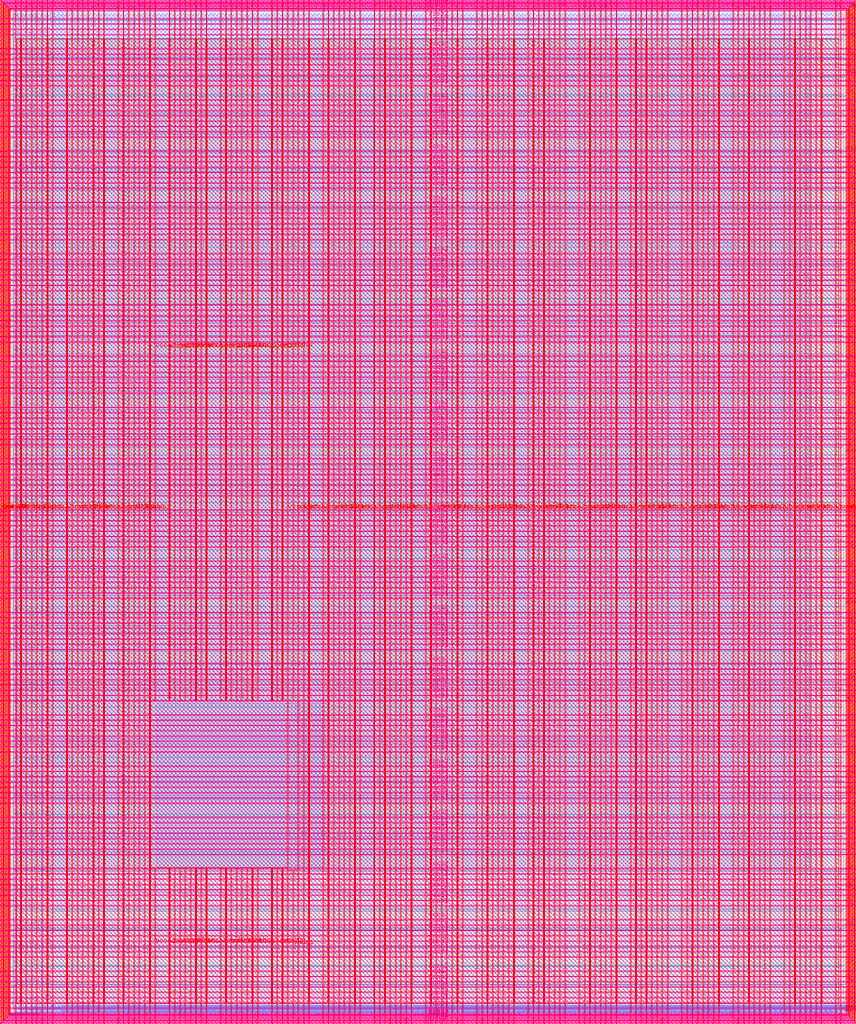
<source format=lef>
VERSION 5.7 ;
  NOWIREEXTENSIONATPIN ON ;
  DIVIDERCHAR "/" ;
  BUSBITCHARS "[]" ;
MACRO user_project_wrapper
  CLASS BLOCK ;
  FOREIGN user_project_wrapper ;
  ORIGIN 0.000 0.000 ;
  SIZE 2920.000 BY 3520.000 ;
  PIN analog_io[0]
    DIRECTION INOUT ;
    USE SIGNAL ;
    PORT
      LAYER met3 ;
        RECT 2917.600 1426.380 2924.800 1427.580 ;
    END
  END analog_io[0]
  PIN analog_io[10]
    DIRECTION INOUT ;
    USE SIGNAL ;
    PORT
      LAYER met2 ;
        RECT 2230.490 3517.600 2231.050 3524.800 ;
    END
  END analog_io[10]
  PIN analog_io[11]
    DIRECTION INOUT ;
    USE SIGNAL ;
    PORT
      LAYER met2 ;
        RECT 1905.730 3517.600 1906.290 3524.800 ;
    END
  END analog_io[11]
  PIN analog_io[12]
    DIRECTION INOUT ;
    USE SIGNAL ;
    PORT
      LAYER met2 ;
        RECT 1581.430 3517.600 1581.990 3524.800 ;
    END
  END analog_io[12]
  PIN analog_io[13]
    DIRECTION INOUT ;
    USE SIGNAL ;
    PORT
      LAYER met2 ;
        RECT 1257.130 3517.600 1257.690 3524.800 ;
    END
  END analog_io[13]
  PIN analog_io[14]
    DIRECTION INOUT ;
    USE SIGNAL ;
    PORT
      LAYER met2 ;
        RECT 932.370 3517.600 932.930 3524.800 ;
    END
  END analog_io[14]
  PIN analog_io[15]
    DIRECTION INOUT ;
    USE SIGNAL ;
    PORT
      LAYER met2 ;
        RECT 608.070 3517.600 608.630 3524.800 ;
    END
  END analog_io[15]
  PIN analog_io[16]
    DIRECTION INOUT ;
    USE SIGNAL ;
    PORT
      LAYER met2 ;
        RECT 283.770 3517.600 284.330 3524.800 ;
    END
  END analog_io[16]
  PIN analog_io[17]
    DIRECTION INOUT ;
    USE SIGNAL ;
    PORT
      LAYER met3 ;
        RECT -4.800 3486.100 2.400 3487.300 ;
    END
  END analog_io[17]
  PIN analog_io[18]
    DIRECTION INOUT ;
    USE SIGNAL ;
    PORT
      LAYER met3 ;
        RECT -4.800 3224.980 2.400 3226.180 ;
    END
  END analog_io[18]
  PIN analog_io[19]
    DIRECTION INOUT ;
    USE SIGNAL ;
    PORT
      LAYER met3 ;
        RECT -4.800 2964.540 2.400 2965.740 ;
    END
  END analog_io[19]
  PIN analog_io[1]
    DIRECTION INOUT ;
    USE SIGNAL ;
    PORT
      LAYER met3 ;
        RECT 2917.600 1692.260 2924.800 1693.460 ;
    END
  END analog_io[1]
  PIN analog_io[20]
    DIRECTION INOUT ;
    USE SIGNAL ;
    PORT
      LAYER met3 ;
        RECT -4.800 2703.420 2.400 2704.620 ;
    END
  END analog_io[20]
  PIN analog_io[21]
    DIRECTION INOUT ;
    USE SIGNAL ;
    PORT
      LAYER met3 ;
        RECT -4.800 2442.980 2.400 2444.180 ;
    END
  END analog_io[21]
  PIN analog_io[22]
    DIRECTION INOUT ;
    USE SIGNAL ;
    PORT
      LAYER met3 ;
        RECT -4.800 2182.540 2.400 2183.740 ;
    END
  END analog_io[22]
  PIN analog_io[23]
    DIRECTION INOUT ;
    USE SIGNAL ;
    PORT
      LAYER met3 ;
        RECT -4.800 1921.420 2.400 1922.620 ;
    END
  END analog_io[23]
  PIN analog_io[24]
    DIRECTION INOUT ;
    USE SIGNAL ;
    PORT
      LAYER met3 ;
        RECT -4.800 1660.980 2.400 1662.180 ;
    END
  END analog_io[24]
  PIN analog_io[25]
    DIRECTION INOUT ;
    USE SIGNAL ;
    PORT
      LAYER met3 ;
        RECT -4.800 1399.860 2.400 1401.060 ;
    END
  END analog_io[25]
  PIN analog_io[26]
    DIRECTION INOUT ;
    USE SIGNAL ;
    PORT
      LAYER met3 ;
        RECT -4.800 1139.420 2.400 1140.620 ;
    END
  END analog_io[26]
  PIN analog_io[27]
    DIRECTION INOUT ;
    USE SIGNAL ;
    PORT
      LAYER met3 ;
        RECT -4.800 878.980 2.400 880.180 ;
    END
  END analog_io[27]
  PIN analog_io[28]
    DIRECTION INOUT ;
    USE SIGNAL ;
    PORT
      LAYER met3 ;
        RECT -4.800 617.860 2.400 619.060 ;
    END
  END analog_io[28]
  PIN analog_io[2]
    DIRECTION INOUT ;
    USE SIGNAL ;
    PORT
      LAYER met3 ;
        RECT 2917.600 1958.140 2924.800 1959.340 ;
    END
  END analog_io[2]
  PIN analog_io[3]
    DIRECTION INOUT ;
    USE SIGNAL ;
    PORT
      LAYER met3 ;
        RECT 2917.600 2223.340 2924.800 2224.540 ;
    END
  END analog_io[3]
  PIN analog_io[4]
    DIRECTION INOUT ;
    USE SIGNAL ;
    PORT
      LAYER met3 ;
        RECT 2917.600 2489.220 2924.800 2490.420 ;
    END
  END analog_io[4]
  PIN analog_io[5]
    DIRECTION INOUT ;
    USE SIGNAL ;
    PORT
      LAYER met3 ;
        RECT 2917.600 2755.100 2924.800 2756.300 ;
    END
  END analog_io[5]
  PIN analog_io[6]
    DIRECTION INOUT ;
    USE SIGNAL ;
    PORT
      LAYER met3 ;
        RECT 2917.600 3020.300 2924.800 3021.500 ;
    END
  END analog_io[6]
  PIN analog_io[7]
    DIRECTION INOUT ;
    USE SIGNAL ;
    PORT
      LAYER met3 ;
        RECT 2917.600 3286.180 2924.800 3287.380 ;
    END
  END analog_io[7]
  PIN analog_io[8]
    DIRECTION INOUT ;
    USE SIGNAL ;
    PORT
      LAYER met2 ;
        RECT 2879.090 3517.600 2879.650 3524.800 ;
    END
  END analog_io[8]
  PIN analog_io[9]
    DIRECTION INOUT ;
    USE SIGNAL ;
    PORT
      LAYER met2 ;
        RECT 2554.790 3517.600 2555.350 3524.800 ;
    END
  END analog_io[9]
  PIN io_in[0]
    DIRECTION INPUT ;
    USE SIGNAL ;
    PORT
      LAYER met3 ;
        RECT 2917.600 32.380 2924.800 33.580 ;
    END
  END io_in[0]
  PIN io_in[10]
    DIRECTION INPUT ;
    USE SIGNAL ;
    PORT
      LAYER met3 ;
        RECT 2917.600 2289.980 2924.800 2291.180 ;
    END
  END io_in[10]
  PIN io_in[11]
    DIRECTION INPUT ;
    USE SIGNAL ;
    PORT
      LAYER met3 ;
        RECT 2917.600 2555.860 2924.800 2557.060 ;
    END
  END io_in[11]
  PIN io_in[12]
    DIRECTION INPUT ;
    USE SIGNAL ;
    PORT
      LAYER met3 ;
        RECT 2917.600 2821.060 2924.800 2822.260 ;
    END
  END io_in[12]
  PIN io_in[13]
    DIRECTION INPUT ;
    USE SIGNAL ;
    PORT
      LAYER met3 ;
        RECT 2917.600 3086.940 2924.800 3088.140 ;
    END
  END io_in[13]
  PIN io_in[14]
    DIRECTION INPUT ;
    USE SIGNAL ;
    PORT
      LAYER met3 ;
        RECT 2917.600 3352.820 2924.800 3354.020 ;
    END
  END io_in[14]
  PIN io_in[15]
    DIRECTION INPUT ;
    USE SIGNAL ;
    PORT
      LAYER met2 ;
        RECT 2798.130 3517.600 2798.690 3524.800 ;
    END
  END io_in[15]
  PIN io_in[16]
    DIRECTION INPUT ;
    USE SIGNAL ;
    PORT
      LAYER met2 ;
        RECT 2473.830 3517.600 2474.390 3524.800 ;
    END
  END io_in[16]
  PIN io_in[17]
    DIRECTION INPUT ;
    USE SIGNAL ;
    PORT
      LAYER met2 ;
        RECT 2149.070 3517.600 2149.630 3524.800 ;
    END
  END io_in[17]
  PIN io_in[18]
    DIRECTION INPUT ;
    USE SIGNAL ;
    PORT
      LAYER met2 ;
        RECT 1824.770 3517.600 1825.330 3524.800 ;
    END
  END io_in[18]
  PIN io_in[19]
    DIRECTION INPUT ;
    USE SIGNAL ;
    PORT
      LAYER met2 ;
        RECT 1500.470 3517.600 1501.030 3524.800 ;
    END
  END io_in[19]
  PIN io_in[1]
    DIRECTION INPUT ;
    USE SIGNAL ;
    PORT
      LAYER met3 ;
        RECT 2917.600 230.940 2924.800 232.140 ;
    END
  END io_in[1]
  PIN io_in[20]
    DIRECTION INPUT ;
    USE SIGNAL ;
    PORT
      LAYER met2 ;
        RECT 1175.710 3517.600 1176.270 3524.800 ;
    END
  END io_in[20]
  PIN io_in[21]
    DIRECTION INPUT ;
    USE SIGNAL ;
    PORT
      LAYER met2 ;
        RECT 851.410 3517.600 851.970 3524.800 ;
    END
  END io_in[21]
  PIN io_in[22]
    DIRECTION INPUT ;
    USE SIGNAL ;
    PORT
      LAYER met2 ;
        RECT 527.110 3517.600 527.670 3524.800 ;
    END
  END io_in[22]
  PIN io_in[23]
    DIRECTION INPUT ;
    USE SIGNAL ;
    PORT
      LAYER met2 ;
        RECT 202.350 3517.600 202.910 3524.800 ;
    END
  END io_in[23]
  PIN io_in[24]
    DIRECTION INPUT ;
    USE SIGNAL ;
    PORT
      LAYER met3 ;
        RECT -4.800 3420.820 2.400 3422.020 ;
    END
  END io_in[24]
  PIN io_in[25]
    DIRECTION INPUT ;
    USE SIGNAL ;
    PORT
      LAYER met3 ;
        RECT -4.800 3159.700 2.400 3160.900 ;
    END
  END io_in[25]
  PIN io_in[26]
    DIRECTION INPUT ;
    USE SIGNAL ;
    PORT
      LAYER met3 ;
        RECT -4.800 2899.260 2.400 2900.460 ;
    END
  END io_in[26]
  PIN io_in[27]
    DIRECTION INPUT ;
    USE SIGNAL ;
    PORT
      LAYER met3 ;
        RECT -4.800 2638.820 2.400 2640.020 ;
    END
  END io_in[27]
  PIN io_in[28]
    DIRECTION INPUT ;
    USE SIGNAL ;
    PORT
      LAYER met3 ;
        RECT -4.800 2377.700 2.400 2378.900 ;
    END
  END io_in[28]
  PIN io_in[29]
    DIRECTION INPUT ;
    USE SIGNAL ;
    PORT
      LAYER met3 ;
        RECT -4.800 2117.260 2.400 2118.460 ;
    END
  END io_in[29]
  PIN io_in[2]
    DIRECTION INPUT ;
    USE SIGNAL ;
    PORT
      LAYER met3 ;
        RECT 2917.600 430.180 2924.800 431.380 ;
    END
  END io_in[2]
  PIN io_in[30]
    DIRECTION INPUT ;
    USE SIGNAL ;
    PORT
      LAYER met3 ;
        RECT -4.800 1856.140 2.400 1857.340 ;
    END
  END io_in[30]
  PIN io_in[31]
    DIRECTION INPUT ;
    USE SIGNAL ;
    PORT
      LAYER met3 ;
        RECT -4.800 1595.700 2.400 1596.900 ;
    END
  END io_in[31]
  PIN io_in[32]
    DIRECTION INPUT ;
    USE SIGNAL ;
    PORT
      LAYER met3 ;
        RECT -4.800 1335.260 2.400 1336.460 ;
    END
  END io_in[32]
  PIN io_in[33]
    DIRECTION INPUT ;
    USE SIGNAL ;
    PORT
      LAYER met3 ;
        RECT -4.800 1074.140 2.400 1075.340 ;
    END
  END io_in[33]
  PIN io_in[34]
    DIRECTION INPUT ;
    USE SIGNAL ;
    PORT
      LAYER met3 ;
        RECT -4.800 813.700 2.400 814.900 ;
    END
  END io_in[34]
  PIN io_in[35]
    DIRECTION INPUT ;
    USE SIGNAL ;
    PORT
      LAYER met3 ;
        RECT -4.800 552.580 2.400 553.780 ;
    END
  END io_in[35]
  PIN io_in[36]
    DIRECTION INPUT ;
    USE SIGNAL ;
    PORT
      LAYER met3 ;
        RECT -4.800 357.420 2.400 358.620 ;
    END
  END io_in[36]
  PIN io_in[37]
    DIRECTION INPUT ;
    USE SIGNAL ;
    PORT
      LAYER met3 ;
        RECT -4.800 161.580 2.400 162.780 ;
    END
  END io_in[37]
  PIN io_in[3]
    DIRECTION INPUT ;
    USE SIGNAL ;
    PORT
      LAYER met3 ;
        RECT 2917.600 629.420 2924.800 630.620 ;
    END
  END io_in[3]
  PIN io_in[4]
    DIRECTION INPUT ;
    USE SIGNAL ;
    PORT
      LAYER met3 ;
        RECT 2917.600 828.660 2924.800 829.860 ;
    END
  END io_in[4]
  PIN io_in[5]
    DIRECTION INPUT ;
    USE SIGNAL ;
    PORT
      LAYER met3 ;
        RECT 2917.600 1027.900 2924.800 1029.100 ;
    END
  END io_in[5]
  PIN io_in[6]
    DIRECTION INPUT ;
    USE SIGNAL ;
    PORT
      LAYER met3 ;
        RECT 2917.600 1227.140 2924.800 1228.340 ;
    END
  END io_in[6]
  PIN io_in[7]
    DIRECTION INPUT ;
    USE SIGNAL ;
    PORT
      LAYER met3 ;
        RECT 2917.600 1493.020 2924.800 1494.220 ;
    END
  END io_in[7]
  PIN io_in[8]
    DIRECTION INPUT ;
    USE SIGNAL ;
    PORT
      LAYER met3 ;
        RECT 2917.600 1758.900 2924.800 1760.100 ;
    END
  END io_in[8]
  PIN io_in[9]
    DIRECTION INPUT ;
    USE SIGNAL ;
    PORT
      LAYER met3 ;
        RECT 2917.600 2024.100 2924.800 2025.300 ;
    END
  END io_in[9]
  PIN io_oeb[0]
    DIRECTION OUTPUT TRISTATE ;
    USE SIGNAL ;
    PORT
      LAYER met3 ;
        RECT 2917.600 164.980 2924.800 166.180 ;
    END
  END io_oeb[0]
  PIN io_oeb[10]
    DIRECTION OUTPUT TRISTATE ;
    USE SIGNAL ;
    PORT
      LAYER met3 ;
        RECT 2917.600 2422.580 2924.800 2423.780 ;
    END
  END io_oeb[10]
  PIN io_oeb[11]
    DIRECTION OUTPUT TRISTATE ;
    USE SIGNAL ;
    PORT
      LAYER met3 ;
        RECT 2917.600 2688.460 2924.800 2689.660 ;
    END
  END io_oeb[11]
  PIN io_oeb[12]
    DIRECTION OUTPUT TRISTATE ;
    USE SIGNAL ;
    PORT
      LAYER met3 ;
        RECT 2917.600 2954.340 2924.800 2955.540 ;
    END
  END io_oeb[12]
  PIN io_oeb[13]
    DIRECTION OUTPUT TRISTATE ;
    USE SIGNAL ;
    PORT
      LAYER met3 ;
        RECT 2917.600 3219.540 2924.800 3220.740 ;
    END
  END io_oeb[13]
  PIN io_oeb[14]
    DIRECTION OUTPUT TRISTATE ;
    USE SIGNAL ;
    PORT
      LAYER met3 ;
        RECT 2917.600 3485.420 2924.800 3486.620 ;
    END
  END io_oeb[14]
  PIN io_oeb[15]
    DIRECTION OUTPUT TRISTATE ;
    USE SIGNAL ;
    PORT
      LAYER met2 ;
        RECT 2635.750 3517.600 2636.310 3524.800 ;
    END
  END io_oeb[15]
  PIN io_oeb[16]
    DIRECTION OUTPUT TRISTATE ;
    USE SIGNAL ;
    PORT
      LAYER met2 ;
        RECT 2311.450 3517.600 2312.010 3524.800 ;
    END
  END io_oeb[16]
  PIN io_oeb[17]
    DIRECTION OUTPUT TRISTATE ;
    USE SIGNAL ;
    PORT
      LAYER met2 ;
        RECT 1987.150 3517.600 1987.710 3524.800 ;
    END
  END io_oeb[17]
  PIN io_oeb[18]
    DIRECTION OUTPUT TRISTATE ;
    USE SIGNAL ;
    PORT
      LAYER met2 ;
        RECT 1662.390 3517.600 1662.950 3524.800 ;
    END
  END io_oeb[18]
  PIN io_oeb[19]
    DIRECTION OUTPUT TRISTATE ;
    USE SIGNAL ;
    PORT
      LAYER met2 ;
        RECT 1338.090 3517.600 1338.650 3524.800 ;
    END
  END io_oeb[19]
  PIN io_oeb[1]
    DIRECTION OUTPUT TRISTATE ;
    USE SIGNAL ;
    PORT
      LAYER met3 ;
        RECT 2917.600 364.220 2924.800 365.420 ;
    END
  END io_oeb[1]
  PIN io_oeb[20]
    DIRECTION OUTPUT TRISTATE ;
    USE SIGNAL ;
    PORT
      LAYER met2 ;
        RECT 1013.790 3517.600 1014.350 3524.800 ;
    END
  END io_oeb[20]
  PIN io_oeb[21]
    DIRECTION OUTPUT TRISTATE ;
    USE SIGNAL ;
    PORT
      LAYER met2 ;
        RECT 689.030 3517.600 689.590 3524.800 ;
    END
  END io_oeb[21]
  PIN io_oeb[22]
    DIRECTION OUTPUT TRISTATE ;
    USE SIGNAL ;
    PORT
      LAYER met2 ;
        RECT 364.730 3517.600 365.290 3524.800 ;
    END
  END io_oeb[22]
  PIN io_oeb[23]
    DIRECTION OUTPUT TRISTATE ;
    USE SIGNAL ;
    PORT
      LAYER met2 ;
        RECT 40.430 3517.600 40.990 3524.800 ;
    END
  END io_oeb[23]
  PIN io_oeb[24]
    DIRECTION OUTPUT TRISTATE ;
    USE SIGNAL ;
    PORT
      LAYER met3 ;
        RECT -4.800 3290.260 2.400 3291.460 ;
    END
  END io_oeb[24]
  PIN io_oeb[25]
    DIRECTION OUTPUT TRISTATE ;
    USE SIGNAL ;
    PORT
      LAYER met3 ;
        RECT -4.800 3029.820 2.400 3031.020 ;
    END
  END io_oeb[25]
  PIN io_oeb[26]
    DIRECTION OUTPUT TRISTATE ;
    USE SIGNAL ;
    PORT
      LAYER met3 ;
        RECT -4.800 2768.700 2.400 2769.900 ;
    END
  END io_oeb[26]
  PIN io_oeb[27]
    DIRECTION OUTPUT TRISTATE ;
    USE SIGNAL ;
    PORT
      LAYER met3 ;
        RECT -4.800 2508.260 2.400 2509.460 ;
    END
  END io_oeb[27]
  PIN io_oeb[28]
    DIRECTION OUTPUT TRISTATE ;
    USE SIGNAL ;
    PORT
      LAYER met3 ;
        RECT -4.800 2247.140 2.400 2248.340 ;
    END
  END io_oeb[28]
  PIN io_oeb[29]
    DIRECTION OUTPUT TRISTATE ;
    USE SIGNAL ;
    PORT
      LAYER met3 ;
        RECT -4.800 1986.700 2.400 1987.900 ;
    END
  END io_oeb[29]
  PIN io_oeb[2]
    DIRECTION OUTPUT TRISTATE ;
    USE SIGNAL ;
    PORT
      LAYER met3 ;
        RECT 2917.600 563.460 2924.800 564.660 ;
    END
  END io_oeb[2]
  PIN io_oeb[30]
    DIRECTION OUTPUT TRISTATE ;
    USE SIGNAL ;
    PORT
      LAYER met3 ;
        RECT -4.800 1726.260 2.400 1727.460 ;
    END
  END io_oeb[30]
  PIN io_oeb[31]
    DIRECTION OUTPUT TRISTATE ;
    USE SIGNAL ;
    PORT
      LAYER met3 ;
        RECT -4.800 1465.140 2.400 1466.340 ;
    END
  END io_oeb[31]
  PIN io_oeb[32]
    DIRECTION OUTPUT TRISTATE ;
    USE SIGNAL ;
    PORT
      LAYER met3 ;
        RECT -4.800 1204.700 2.400 1205.900 ;
    END
  END io_oeb[32]
  PIN io_oeb[33]
    DIRECTION OUTPUT TRISTATE ;
    USE SIGNAL ;
    PORT
      LAYER met3 ;
        RECT -4.800 943.580 2.400 944.780 ;
    END
  END io_oeb[33]
  PIN io_oeb[34]
    DIRECTION OUTPUT TRISTATE ;
    USE SIGNAL ;
    PORT
      LAYER met3 ;
        RECT -4.800 683.140 2.400 684.340 ;
    END
  END io_oeb[34]
  PIN io_oeb[35]
    DIRECTION OUTPUT TRISTATE ;
    USE SIGNAL ;
    PORT
      LAYER met3 ;
        RECT -4.800 422.700 2.400 423.900 ;
    END
  END io_oeb[35]
  PIN io_oeb[36]
    DIRECTION OUTPUT TRISTATE ;
    USE SIGNAL ;
    PORT
      LAYER met3 ;
        RECT -4.800 226.860 2.400 228.060 ;
    END
  END io_oeb[36]
  PIN io_oeb[37]
    DIRECTION OUTPUT TRISTATE ;
    USE SIGNAL ;
    PORT
      LAYER met3 ;
        RECT -4.800 31.700 2.400 32.900 ;
    END
  END io_oeb[37]
  PIN io_oeb[3]
    DIRECTION OUTPUT TRISTATE ;
    USE SIGNAL ;
    PORT
      LAYER met3 ;
        RECT 2917.600 762.700 2924.800 763.900 ;
    END
  END io_oeb[3]
  PIN io_oeb[4]
    DIRECTION OUTPUT TRISTATE ;
    USE SIGNAL ;
    PORT
      LAYER met3 ;
        RECT 2917.600 961.940 2924.800 963.140 ;
    END
  END io_oeb[4]
  PIN io_oeb[5]
    DIRECTION OUTPUT TRISTATE ;
    USE SIGNAL ;
    PORT
      LAYER met3 ;
        RECT 2917.600 1161.180 2924.800 1162.380 ;
    END
  END io_oeb[5]
  PIN io_oeb[6]
    DIRECTION OUTPUT TRISTATE ;
    USE SIGNAL ;
    PORT
      LAYER met3 ;
        RECT 2917.600 1360.420 2924.800 1361.620 ;
    END
  END io_oeb[6]
  PIN io_oeb[7]
    DIRECTION OUTPUT TRISTATE ;
    USE SIGNAL ;
    PORT
      LAYER met3 ;
        RECT 2917.600 1625.620 2924.800 1626.820 ;
    END
  END io_oeb[7]
  PIN io_oeb[8]
    DIRECTION OUTPUT TRISTATE ;
    USE SIGNAL ;
    PORT
      LAYER met3 ;
        RECT 2917.600 1891.500 2924.800 1892.700 ;
    END
  END io_oeb[8]
  PIN io_oeb[9]
    DIRECTION OUTPUT TRISTATE ;
    USE SIGNAL ;
    PORT
      LAYER met3 ;
        RECT 2917.600 2157.380 2924.800 2158.580 ;
    END
  END io_oeb[9]
  PIN io_out[0]
    DIRECTION OUTPUT TRISTATE ;
    USE SIGNAL ;
    PORT
      LAYER met3 ;
        RECT 2917.600 98.340 2924.800 99.540 ;
    END
  END io_out[0]
  PIN io_out[10]
    DIRECTION OUTPUT TRISTATE ;
    USE SIGNAL ;
    PORT
      LAYER met3 ;
        RECT 2917.600 2356.620 2924.800 2357.820 ;
    END
  END io_out[10]
  PIN io_out[11]
    DIRECTION OUTPUT TRISTATE ;
    USE SIGNAL ;
    PORT
      LAYER met3 ;
        RECT 2917.600 2621.820 2924.800 2623.020 ;
    END
  END io_out[11]
  PIN io_out[12]
    DIRECTION OUTPUT TRISTATE ;
    USE SIGNAL ;
    PORT
      LAYER met3 ;
        RECT 2917.600 2887.700 2924.800 2888.900 ;
    END
  END io_out[12]
  PIN io_out[13]
    DIRECTION OUTPUT TRISTATE ;
    USE SIGNAL ;
    PORT
      LAYER met3 ;
        RECT 2917.600 3153.580 2924.800 3154.780 ;
    END
  END io_out[13]
  PIN io_out[14]
    DIRECTION OUTPUT TRISTATE ;
    USE SIGNAL ;
    PORT
      LAYER met3 ;
        RECT 2917.600 3418.780 2924.800 3419.980 ;
    END
  END io_out[14]
  PIN io_out[15]
    DIRECTION OUTPUT TRISTATE ;
    USE SIGNAL ;
    PORT
      LAYER met2 ;
        RECT 2717.170 3517.600 2717.730 3524.800 ;
    END
  END io_out[15]
  PIN io_out[16]
    DIRECTION OUTPUT TRISTATE ;
    USE SIGNAL ;
    PORT
      LAYER met2 ;
        RECT 2392.410 3517.600 2392.970 3524.800 ;
    END
  END io_out[16]
  PIN io_out[17]
    DIRECTION OUTPUT TRISTATE ;
    USE SIGNAL ;
    PORT
      LAYER met2 ;
        RECT 2068.110 3517.600 2068.670 3524.800 ;
    END
  END io_out[17]
  PIN io_out[18]
    DIRECTION OUTPUT TRISTATE ;
    USE SIGNAL ;
    PORT
      LAYER met2 ;
        RECT 1743.810 3517.600 1744.370 3524.800 ;
    END
  END io_out[18]
  PIN io_out[19]
    DIRECTION OUTPUT TRISTATE ;
    USE SIGNAL ;
    PORT
      LAYER met2 ;
        RECT 1419.050 3517.600 1419.610 3524.800 ;
    END
  END io_out[19]
  PIN io_out[1]
    DIRECTION OUTPUT TRISTATE ;
    USE SIGNAL ;
    PORT
      LAYER met3 ;
        RECT 2917.600 297.580 2924.800 298.780 ;
    END
  END io_out[1]
  PIN io_out[20]
    DIRECTION OUTPUT TRISTATE ;
    USE SIGNAL ;
    PORT
      LAYER met2 ;
        RECT 1094.750 3517.600 1095.310 3524.800 ;
    END
  END io_out[20]
  PIN io_out[21]
    DIRECTION OUTPUT TRISTATE ;
    USE SIGNAL ;
    PORT
      LAYER met2 ;
        RECT 770.450 3517.600 771.010 3524.800 ;
    END
  END io_out[21]
  PIN io_out[22]
    DIRECTION OUTPUT TRISTATE ;
    USE SIGNAL ;
    PORT
      LAYER met2 ;
        RECT 445.690 3517.600 446.250 3524.800 ;
    END
  END io_out[22]
  PIN io_out[23]
    DIRECTION OUTPUT TRISTATE ;
    USE SIGNAL ;
    PORT
      LAYER met2 ;
        RECT 121.390 3517.600 121.950 3524.800 ;
    END
  END io_out[23]
  PIN io_out[24]
    DIRECTION OUTPUT TRISTATE ;
    USE SIGNAL ;
    PORT
      LAYER met3 ;
        RECT -4.800 3355.540 2.400 3356.740 ;
    END
  END io_out[24]
  PIN io_out[25]
    DIRECTION OUTPUT TRISTATE ;
    USE SIGNAL ;
    PORT
      LAYER met3 ;
        RECT -4.800 3095.100 2.400 3096.300 ;
    END
  END io_out[25]
  PIN io_out[26]
    DIRECTION OUTPUT TRISTATE ;
    USE SIGNAL ;
    PORT
      LAYER met3 ;
        RECT -4.800 2833.980 2.400 2835.180 ;
    END
  END io_out[26]
  PIN io_out[27]
    DIRECTION OUTPUT TRISTATE ;
    USE SIGNAL ;
    PORT
      LAYER met3 ;
        RECT -4.800 2573.540 2.400 2574.740 ;
    END
  END io_out[27]
  PIN io_out[28]
    DIRECTION OUTPUT TRISTATE ;
    USE SIGNAL ;
    PORT
      LAYER met3 ;
        RECT -4.800 2312.420 2.400 2313.620 ;
    END
  END io_out[28]
  PIN io_out[29]
    DIRECTION OUTPUT TRISTATE ;
    USE SIGNAL ;
    PORT
      LAYER met3 ;
        RECT -4.800 2051.980 2.400 2053.180 ;
    END
  END io_out[29]
  PIN io_out[2]
    DIRECTION OUTPUT TRISTATE ;
    USE SIGNAL ;
    PORT
      LAYER met3 ;
        RECT 2917.600 496.820 2924.800 498.020 ;
    END
  END io_out[2]
  PIN io_out[30]
    DIRECTION OUTPUT TRISTATE ;
    USE SIGNAL ;
    PORT
      LAYER met3 ;
        RECT -4.800 1791.540 2.400 1792.740 ;
    END
  END io_out[30]
  PIN io_out[31]
    DIRECTION OUTPUT TRISTATE ;
    USE SIGNAL ;
    PORT
      LAYER met3 ;
        RECT -4.800 1530.420 2.400 1531.620 ;
    END
  END io_out[31]
  PIN io_out[32]
    DIRECTION OUTPUT TRISTATE ;
    USE SIGNAL ;
    PORT
      LAYER met3 ;
        RECT -4.800 1269.980 2.400 1271.180 ;
    END
  END io_out[32]
  PIN io_out[33]
    DIRECTION OUTPUT TRISTATE ;
    USE SIGNAL ;
    PORT
      LAYER met3 ;
        RECT -4.800 1008.860 2.400 1010.060 ;
    END
  END io_out[33]
  PIN io_out[34]
    DIRECTION OUTPUT TRISTATE ;
    USE SIGNAL ;
    PORT
      LAYER met3 ;
        RECT -4.800 748.420 2.400 749.620 ;
    END
  END io_out[34]
  PIN io_out[35]
    DIRECTION OUTPUT TRISTATE ;
    USE SIGNAL ;
    PORT
      LAYER met3 ;
        RECT -4.800 487.300 2.400 488.500 ;
    END
  END io_out[35]
  PIN io_out[36]
    DIRECTION OUTPUT TRISTATE ;
    USE SIGNAL ;
    PORT
      LAYER met3 ;
        RECT -4.800 292.140 2.400 293.340 ;
    END
  END io_out[36]
  PIN io_out[37]
    DIRECTION OUTPUT TRISTATE ;
    USE SIGNAL ;
    PORT
      LAYER met3 ;
        RECT -4.800 96.300 2.400 97.500 ;
    END
  END io_out[37]
  PIN io_out[3]
    DIRECTION OUTPUT TRISTATE ;
    USE SIGNAL ;
    PORT
      LAYER met3 ;
        RECT 2917.600 696.060 2924.800 697.260 ;
    END
  END io_out[3]
  PIN io_out[4]
    DIRECTION OUTPUT TRISTATE ;
    USE SIGNAL ;
    PORT
      LAYER met3 ;
        RECT 2917.600 895.300 2924.800 896.500 ;
    END
  END io_out[4]
  PIN io_out[5]
    DIRECTION OUTPUT TRISTATE ;
    USE SIGNAL ;
    PORT
      LAYER met3 ;
        RECT 2917.600 1094.540 2924.800 1095.740 ;
    END
  END io_out[5]
  PIN io_out[6]
    DIRECTION OUTPUT TRISTATE ;
    USE SIGNAL ;
    PORT
      LAYER met3 ;
        RECT 2917.600 1293.780 2924.800 1294.980 ;
    END
  END io_out[6]
  PIN io_out[7]
    DIRECTION OUTPUT TRISTATE ;
    USE SIGNAL ;
    PORT
      LAYER met3 ;
        RECT 2917.600 1559.660 2924.800 1560.860 ;
    END
  END io_out[7]
  PIN io_out[8]
    DIRECTION OUTPUT TRISTATE ;
    USE SIGNAL ;
    PORT
      LAYER met3 ;
        RECT 2917.600 1824.860 2924.800 1826.060 ;
    END
  END io_out[8]
  PIN io_out[9]
    DIRECTION OUTPUT TRISTATE ;
    USE SIGNAL ;
    PORT
      LAYER met3 ;
        RECT 2917.600 2090.740 2924.800 2091.940 ;
    END
  END io_out[9]
  PIN la_data_in[0]
    DIRECTION INPUT ;
    USE SIGNAL ;
    PORT
      LAYER met2 ;
        RECT 629.230 -4.800 629.790 2.400 ;
    END
  END la_data_in[0]
  PIN la_data_in[100]
    DIRECTION INPUT ;
    USE SIGNAL ;
    PORT
      LAYER met2 ;
        RECT 2402.530 -4.800 2403.090 2.400 ;
    END
  END la_data_in[100]
  PIN la_data_in[101]
    DIRECTION INPUT ;
    USE SIGNAL ;
    PORT
      LAYER met2 ;
        RECT 2420.010 -4.800 2420.570 2.400 ;
    END
  END la_data_in[101]
  PIN la_data_in[102]
    DIRECTION INPUT ;
    USE SIGNAL ;
    PORT
      LAYER met2 ;
        RECT 2437.950 -4.800 2438.510 2.400 ;
    END
  END la_data_in[102]
  PIN la_data_in[103]
    DIRECTION INPUT ;
    USE SIGNAL ;
    PORT
      LAYER met2 ;
        RECT 2455.430 -4.800 2455.990 2.400 ;
    END
  END la_data_in[103]
  PIN la_data_in[104]
    DIRECTION INPUT ;
    USE SIGNAL ;
    PORT
      LAYER met2 ;
        RECT 2473.370 -4.800 2473.930 2.400 ;
    END
  END la_data_in[104]
  PIN la_data_in[105]
    DIRECTION INPUT ;
    USE SIGNAL ;
    PORT
      LAYER met2 ;
        RECT 2490.850 -4.800 2491.410 2.400 ;
    END
  END la_data_in[105]
  PIN la_data_in[106]
    DIRECTION INPUT ;
    USE SIGNAL ;
    PORT
      LAYER met2 ;
        RECT 2508.790 -4.800 2509.350 2.400 ;
    END
  END la_data_in[106]
  PIN la_data_in[107]
    DIRECTION INPUT ;
    USE SIGNAL ;
    PORT
      LAYER met2 ;
        RECT 2526.730 -4.800 2527.290 2.400 ;
    END
  END la_data_in[107]
  PIN la_data_in[108]
    DIRECTION INPUT ;
    USE SIGNAL ;
    PORT
      LAYER met2 ;
        RECT 2544.210 -4.800 2544.770 2.400 ;
    END
  END la_data_in[108]
  PIN la_data_in[109]
    DIRECTION INPUT ;
    USE SIGNAL ;
    PORT
      LAYER met2 ;
        RECT 2562.150 -4.800 2562.710 2.400 ;
    END
  END la_data_in[109]
  PIN la_data_in[10]
    DIRECTION INPUT ;
    USE SIGNAL ;
    PORT
      LAYER met2 ;
        RECT 806.330 -4.800 806.890 2.400 ;
    END
  END la_data_in[10]
  PIN la_data_in[110]
    DIRECTION INPUT ;
    USE SIGNAL ;
    PORT
      LAYER met2 ;
        RECT 2579.630 -4.800 2580.190 2.400 ;
    END
  END la_data_in[110]
  PIN la_data_in[111]
    DIRECTION INPUT ;
    USE SIGNAL ;
    PORT
      LAYER met2 ;
        RECT 2597.570 -4.800 2598.130 2.400 ;
    END
  END la_data_in[111]
  PIN la_data_in[112]
    DIRECTION INPUT ;
    USE SIGNAL ;
    PORT
      LAYER met2 ;
        RECT 2615.050 -4.800 2615.610 2.400 ;
    END
  END la_data_in[112]
  PIN la_data_in[113]
    DIRECTION INPUT ;
    USE SIGNAL ;
    PORT
      LAYER met2 ;
        RECT 2632.990 -4.800 2633.550 2.400 ;
    END
  END la_data_in[113]
  PIN la_data_in[114]
    DIRECTION INPUT ;
    USE SIGNAL ;
    PORT
      LAYER met2 ;
        RECT 2650.470 -4.800 2651.030 2.400 ;
    END
  END la_data_in[114]
  PIN la_data_in[115]
    DIRECTION INPUT ;
    USE SIGNAL ;
    PORT
      LAYER met2 ;
        RECT 2668.410 -4.800 2668.970 2.400 ;
    END
  END la_data_in[115]
  PIN la_data_in[116]
    DIRECTION INPUT ;
    USE SIGNAL ;
    PORT
      LAYER met2 ;
        RECT 2685.890 -4.800 2686.450 2.400 ;
    END
  END la_data_in[116]
  PIN la_data_in[117]
    DIRECTION INPUT ;
    USE SIGNAL ;
    PORT
      LAYER met2 ;
        RECT 2703.830 -4.800 2704.390 2.400 ;
    END
  END la_data_in[117]
  PIN la_data_in[118]
    DIRECTION INPUT ;
    USE SIGNAL ;
    PORT
      LAYER met2 ;
        RECT 2721.770 -4.800 2722.330 2.400 ;
    END
  END la_data_in[118]
  PIN la_data_in[119]
    DIRECTION INPUT ;
    USE SIGNAL ;
    PORT
      LAYER met2 ;
        RECT 2739.250 -4.800 2739.810 2.400 ;
    END
  END la_data_in[119]
  PIN la_data_in[11]
    DIRECTION INPUT ;
    USE SIGNAL ;
    PORT
      LAYER met2 ;
        RECT 824.270 -4.800 824.830 2.400 ;
    END
  END la_data_in[11]
  PIN la_data_in[120]
    DIRECTION INPUT ;
    USE SIGNAL ;
    PORT
      LAYER met2 ;
        RECT 2757.190 -4.800 2757.750 2.400 ;
    END
  END la_data_in[120]
  PIN la_data_in[121]
    DIRECTION INPUT ;
    USE SIGNAL ;
    PORT
      LAYER met2 ;
        RECT 2774.670 -4.800 2775.230 2.400 ;
    END
  END la_data_in[121]
  PIN la_data_in[122]
    DIRECTION INPUT ;
    USE SIGNAL ;
    PORT
      LAYER met2 ;
        RECT 2792.610 -4.800 2793.170 2.400 ;
    END
  END la_data_in[122]
  PIN la_data_in[123]
    DIRECTION INPUT ;
    USE SIGNAL ;
    PORT
      LAYER met2 ;
        RECT 2810.090 -4.800 2810.650 2.400 ;
    END
  END la_data_in[123]
  PIN la_data_in[124]
    DIRECTION INPUT ;
    USE SIGNAL ;
    PORT
      LAYER met2 ;
        RECT 2828.030 -4.800 2828.590 2.400 ;
    END
  END la_data_in[124]
  PIN la_data_in[125]
    DIRECTION INPUT ;
    USE SIGNAL ;
    PORT
      LAYER met2 ;
        RECT 2845.510 -4.800 2846.070 2.400 ;
    END
  END la_data_in[125]
  PIN la_data_in[126]
    DIRECTION INPUT ;
    USE SIGNAL ;
    PORT
      LAYER met2 ;
        RECT 2863.450 -4.800 2864.010 2.400 ;
    END
  END la_data_in[126]
  PIN la_data_in[127]
    DIRECTION INPUT ;
    USE SIGNAL ;
    PORT
      LAYER met2 ;
        RECT 2881.390 -4.800 2881.950 2.400 ;
    END
  END la_data_in[127]
  PIN la_data_in[12]
    DIRECTION INPUT ;
    USE SIGNAL ;
    PORT
      LAYER met2 ;
        RECT 841.750 -4.800 842.310 2.400 ;
    END
  END la_data_in[12]
  PIN la_data_in[13]
    DIRECTION INPUT ;
    USE SIGNAL ;
    PORT
      LAYER met2 ;
        RECT 859.690 -4.800 860.250 2.400 ;
    END
  END la_data_in[13]
  PIN la_data_in[14]
    DIRECTION INPUT ;
    USE SIGNAL ;
    PORT
      LAYER met2 ;
        RECT 877.170 -4.800 877.730 2.400 ;
    END
  END la_data_in[14]
  PIN la_data_in[15]
    DIRECTION INPUT ;
    USE SIGNAL ;
    PORT
      LAYER met2 ;
        RECT 895.110 -4.800 895.670 2.400 ;
    END
  END la_data_in[15]
  PIN la_data_in[16]
    DIRECTION INPUT ;
    USE SIGNAL ;
    PORT
      LAYER met2 ;
        RECT 912.590 -4.800 913.150 2.400 ;
    END
  END la_data_in[16]
  PIN la_data_in[17]
    DIRECTION INPUT ;
    USE SIGNAL ;
    PORT
      LAYER met2 ;
        RECT 930.530 -4.800 931.090 2.400 ;
    END
  END la_data_in[17]
  PIN la_data_in[18]
    DIRECTION INPUT ;
    USE SIGNAL ;
    PORT
      LAYER met2 ;
        RECT 948.470 -4.800 949.030 2.400 ;
    END
  END la_data_in[18]
  PIN la_data_in[19]
    DIRECTION INPUT ;
    USE SIGNAL ;
    PORT
      LAYER met2 ;
        RECT 965.950 -4.800 966.510 2.400 ;
    END
  END la_data_in[19]
  PIN la_data_in[1]
    DIRECTION INPUT ;
    USE SIGNAL ;
    PORT
      LAYER met2 ;
        RECT 646.710 -4.800 647.270 2.400 ;
    END
  END la_data_in[1]
  PIN la_data_in[20]
    DIRECTION INPUT ;
    USE SIGNAL ;
    PORT
      LAYER met2 ;
        RECT 983.890 -4.800 984.450 2.400 ;
    END
  END la_data_in[20]
  PIN la_data_in[21]
    DIRECTION INPUT ;
    USE SIGNAL ;
    PORT
      LAYER met2 ;
        RECT 1001.370 -4.800 1001.930 2.400 ;
    END
  END la_data_in[21]
  PIN la_data_in[22]
    DIRECTION INPUT ;
    USE SIGNAL ;
    PORT
      LAYER met2 ;
        RECT 1019.310 -4.800 1019.870 2.400 ;
    END
  END la_data_in[22]
  PIN la_data_in[23]
    DIRECTION INPUT ;
    USE SIGNAL ;
    PORT
      LAYER met2 ;
        RECT 1036.790 -4.800 1037.350 2.400 ;
    END
  END la_data_in[23]
  PIN la_data_in[24]
    DIRECTION INPUT ;
    USE SIGNAL ;
    PORT
      LAYER met2 ;
        RECT 1054.730 -4.800 1055.290 2.400 ;
    END
  END la_data_in[24]
  PIN la_data_in[25]
    DIRECTION INPUT ;
    USE SIGNAL ;
    PORT
      LAYER met2 ;
        RECT 1072.210 -4.800 1072.770 2.400 ;
    END
  END la_data_in[25]
  PIN la_data_in[26]
    DIRECTION INPUT ;
    USE SIGNAL ;
    PORT
      LAYER met2 ;
        RECT 1090.150 -4.800 1090.710 2.400 ;
    END
  END la_data_in[26]
  PIN la_data_in[27]
    DIRECTION INPUT ;
    USE SIGNAL ;
    PORT
      LAYER met2 ;
        RECT 1107.630 -4.800 1108.190 2.400 ;
    END
  END la_data_in[27]
  PIN la_data_in[28]
    DIRECTION INPUT ;
    USE SIGNAL ;
    PORT
      LAYER met2 ;
        RECT 1125.570 -4.800 1126.130 2.400 ;
    END
  END la_data_in[28]
  PIN la_data_in[29]
    DIRECTION INPUT ;
    USE SIGNAL ;
    PORT
      LAYER met2 ;
        RECT 1143.510 -4.800 1144.070 2.400 ;
    END
  END la_data_in[29]
  PIN la_data_in[2]
    DIRECTION INPUT ;
    USE SIGNAL ;
    PORT
      LAYER met2 ;
        RECT 664.650 -4.800 665.210 2.400 ;
    END
  END la_data_in[2]
  PIN la_data_in[30]
    DIRECTION INPUT ;
    USE SIGNAL ;
    PORT
      LAYER met2 ;
        RECT 1160.990 -4.800 1161.550 2.400 ;
    END
  END la_data_in[30]
  PIN la_data_in[31]
    DIRECTION INPUT ;
    USE SIGNAL ;
    PORT
      LAYER met2 ;
        RECT 1178.930 -4.800 1179.490 2.400 ;
    END
  END la_data_in[31]
  PIN la_data_in[32]
    DIRECTION INPUT ;
    USE SIGNAL ;
    PORT
      LAYER met2 ;
        RECT 1196.410 -4.800 1196.970 2.400 ;
    END
  END la_data_in[32]
  PIN la_data_in[33]
    DIRECTION INPUT ;
    USE SIGNAL ;
    PORT
      LAYER met2 ;
        RECT 1214.350 -4.800 1214.910 2.400 ;
    END
  END la_data_in[33]
  PIN la_data_in[34]
    DIRECTION INPUT ;
    USE SIGNAL ;
    PORT
      LAYER met2 ;
        RECT 1231.830 -4.800 1232.390 2.400 ;
    END
  END la_data_in[34]
  PIN la_data_in[35]
    DIRECTION INPUT ;
    USE SIGNAL ;
    PORT
      LAYER met2 ;
        RECT 1249.770 -4.800 1250.330 2.400 ;
    END
  END la_data_in[35]
  PIN la_data_in[36]
    DIRECTION INPUT ;
    USE SIGNAL ;
    PORT
      LAYER met2 ;
        RECT 1267.250 -4.800 1267.810 2.400 ;
    END
  END la_data_in[36]
  PIN la_data_in[37]
    DIRECTION INPUT ;
    USE SIGNAL ;
    PORT
      LAYER met2 ;
        RECT 1285.190 -4.800 1285.750 2.400 ;
    END
  END la_data_in[37]
  PIN la_data_in[38]
    DIRECTION INPUT ;
    USE SIGNAL ;
    PORT
      LAYER met2 ;
        RECT 1303.130 -4.800 1303.690 2.400 ;
    END
  END la_data_in[38]
  PIN la_data_in[39]
    DIRECTION INPUT ;
    USE SIGNAL ;
    PORT
      LAYER met2 ;
        RECT 1320.610 -4.800 1321.170 2.400 ;
    END
  END la_data_in[39]
  PIN la_data_in[3]
    DIRECTION INPUT ;
    USE SIGNAL ;
    PORT
      LAYER met2 ;
        RECT 682.130 -4.800 682.690 2.400 ;
    END
  END la_data_in[3]
  PIN la_data_in[40]
    DIRECTION INPUT ;
    USE SIGNAL ;
    PORT
      LAYER met2 ;
        RECT 1338.550 -4.800 1339.110 2.400 ;
    END
  END la_data_in[40]
  PIN la_data_in[41]
    DIRECTION INPUT ;
    USE SIGNAL ;
    PORT
      LAYER met2 ;
        RECT 1356.030 -4.800 1356.590 2.400 ;
    END
  END la_data_in[41]
  PIN la_data_in[42]
    DIRECTION INPUT ;
    USE SIGNAL ;
    PORT
      LAYER met2 ;
        RECT 1373.970 -4.800 1374.530 2.400 ;
    END
  END la_data_in[42]
  PIN la_data_in[43]
    DIRECTION INPUT ;
    USE SIGNAL ;
    PORT
      LAYER met2 ;
        RECT 1391.450 -4.800 1392.010 2.400 ;
    END
  END la_data_in[43]
  PIN la_data_in[44]
    DIRECTION INPUT ;
    USE SIGNAL ;
    PORT
      LAYER met2 ;
        RECT 1409.390 -4.800 1409.950 2.400 ;
    END
  END la_data_in[44]
  PIN la_data_in[45]
    DIRECTION INPUT ;
    USE SIGNAL ;
    PORT
      LAYER met2 ;
        RECT 1426.870 -4.800 1427.430 2.400 ;
    END
  END la_data_in[45]
  PIN la_data_in[46]
    DIRECTION INPUT ;
    USE SIGNAL ;
    PORT
      LAYER met2 ;
        RECT 1444.810 -4.800 1445.370 2.400 ;
    END
  END la_data_in[46]
  PIN la_data_in[47]
    DIRECTION INPUT ;
    USE SIGNAL ;
    PORT
      LAYER met2 ;
        RECT 1462.750 -4.800 1463.310 2.400 ;
    END
  END la_data_in[47]
  PIN la_data_in[48]
    DIRECTION INPUT ;
    USE SIGNAL ;
    PORT
      LAYER met2 ;
        RECT 1480.230 -4.800 1480.790 2.400 ;
    END
  END la_data_in[48]
  PIN la_data_in[49]
    DIRECTION INPUT ;
    USE SIGNAL ;
    PORT
      LAYER met2 ;
        RECT 1498.170 -4.800 1498.730 2.400 ;
    END
  END la_data_in[49]
  PIN la_data_in[4]
    DIRECTION INPUT ;
    USE SIGNAL ;
    PORT
      LAYER met2 ;
        RECT 700.070 -4.800 700.630 2.400 ;
    END
  END la_data_in[4]
  PIN la_data_in[50]
    DIRECTION INPUT ;
    USE SIGNAL ;
    PORT
      LAYER met2 ;
        RECT 1515.650 -4.800 1516.210 2.400 ;
    END
  END la_data_in[50]
  PIN la_data_in[51]
    DIRECTION INPUT ;
    USE SIGNAL ;
    PORT
      LAYER met2 ;
        RECT 1533.590 -4.800 1534.150 2.400 ;
    END
  END la_data_in[51]
  PIN la_data_in[52]
    DIRECTION INPUT ;
    USE SIGNAL ;
    PORT
      LAYER met2 ;
        RECT 1551.070 -4.800 1551.630 2.400 ;
    END
  END la_data_in[52]
  PIN la_data_in[53]
    DIRECTION INPUT ;
    USE SIGNAL ;
    PORT
      LAYER met2 ;
        RECT 1569.010 -4.800 1569.570 2.400 ;
    END
  END la_data_in[53]
  PIN la_data_in[54]
    DIRECTION INPUT ;
    USE SIGNAL ;
    PORT
      LAYER met2 ;
        RECT 1586.490 -4.800 1587.050 2.400 ;
    END
  END la_data_in[54]
  PIN la_data_in[55]
    DIRECTION INPUT ;
    USE SIGNAL ;
    PORT
      LAYER met2 ;
        RECT 1604.430 -4.800 1604.990 2.400 ;
    END
  END la_data_in[55]
  PIN la_data_in[56]
    DIRECTION INPUT ;
    USE SIGNAL ;
    PORT
      LAYER met2 ;
        RECT 1621.910 -4.800 1622.470 2.400 ;
    END
  END la_data_in[56]
  PIN la_data_in[57]
    DIRECTION INPUT ;
    USE SIGNAL ;
    PORT
      LAYER met2 ;
        RECT 1639.850 -4.800 1640.410 2.400 ;
    END
  END la_data_in[57]
  PIN la_data_in[58]
    DIRECTION INPUT ;
    USE SIGNAL ;
    PORT
      LAYER met2 ;
        RECT 1657.790 -4.800 1658.350 2.400 ;
    END
  END la_data_in[58]
  PIN la_data_in[59]
    DIRECTION INPUT ;
    USE SIGNAL ;
    PORT
      LAYER met2 ;
        RECT 1675.270 -4.800 1675.830 2.400 ;
    END
  END la_data_in[59]
  PIN la_data_in[5]
    DIRECTION INPUT ;
    USE SIGNAL ;
    PORT
      LAYER met2 ;
        RECT 717.550 -4.800 718.110 2.400 ;
    END
  END la_data_in[5]
  PIN la_data_in[60]
    DIRECTION INPUT ;
    USE SIGNAL ;
    PORT
      LAYER met2 ;
        RECT 1693.210 -4.800 1693.770 2.400 ;
    END
  END la_data_in[60]
  PIN la_data_in[61]
    DIRECTION INPUT ;
    USE SIGNAL ;
    PORT
      LAYER met2 ;
        RECT 1710.690 -4.800 1711.250 2.400 ;
    END
  END la_data_in[61]
  PIN la_data_in[62]
    DIRECTION INPUT ;
    USE SIGNAL ;
    PORT
      LAYER met2 ;
        RECT 1728.630 -4.800 1729.190 2.400 ;
    END
  END la_data_in[62]
  PIN la_data_in[63]
    DIRECTION INPUT ;
    USE SIGNAL ;
    PORT
      LAYER met2 ;
        RECT 1746.110 -4.800 1746.670 2.400 ;
    END
  END la_data_in[63]
  PIN la_data_in[64]
    DIRECTION INPUT ;
    USE SIGNAL ;
    PORT
      LAYER met2 ;
        RECT 1764.050 -4.800 1764.610 2.400 ;
    END
  END la_data_in[64]
  PIN la_data_in[65]
    DIRECTION INPUT ;
    USE SIGNAL ;
    PORT
      LAYER met2 ;
        RECT 1781.530 -4.800 1782.090 2.400 ;
    END
  END la_data_in[65]
  PIN la_data_in[66]
    DIRECTION INPUT ;
    USE SIGNAL ;
    PORT
      LAYER met2 ;
        RECT 1799.470 -4.800 1800.030 2.400 ;
    END
  END la_data_in[66]
  PIN la_data_in[67]
    DIRECTION INPUT ;
    USE SIGNAL ;
    PORT
      LAYER met2 ;
        RECT 1817.410 -4.800 1817.970 2.400 ;
    END
  END la_data_in[67]
  PIN la_data_in[68]
    DIRECTION INPUT ;
    USE SIGNAL ;
    PORT
      LAYER met2 ;
        RECT 1834.890 -4.800 1835.450 2.400 ;
    END
  END la_data_in[68]
  PIN la_data_in[69]
    DIRECTION INPUT ;
    USE SIGNAL ;
    PORT
      LAYER met2 ;
        RECT 1852.830 -4.800 1853.390 2.400 ;
    END
  END la_data_in[69]
  PIN la_data_in[6]
    DIRECTION INPUT ;
    USE SIGNAL ;
    PORT
      LAYER met2 ;
        RECT 735.490 -4.800 736.050 2.400 ;
    END
  END la_data_in[6]
  PIN la_data_in[70]
    DIRECTION INPUT ;
    USE SIGNAL ;
    PORT
      LAYER met2 ;
        RECT 1870.310 -4.800 1870.870 2.400 ;
    END
  END la_data_in[70]
  PIN la_data_in[71]
    DIRECTION INPUT ;
    USE SIGNAL ;
    PORT
      LAYER met2 ;
        RECT 1888.250 -4.800 1888.810 2.400 ;
    END
  END la_data_in[71]
  PIN la_data_in[72]
    DIRECTION INPUT ;
    USE SIGNAL ;
    PORT
      LAYER met2 ;
        RECT 1905.730 -4.800 1906.290 2.400 ;
    END
  END la_data_in[72]
  PIN la_data_in[73]
    DIRECTION INPUT ;
    USE SIGNAL ;
    PORT
      LAYER met2 ;
        RECT 1923.670 -4.800 1924.230 2.400 ;
    END
  END la_data_in[73]
  PIN la_data_in[74]
    DIRECTION INPUT ;
    USE SIGNAL ;
    PORT
      LAYER met2 ;
        RECT 1941.150 -4.800 1941.710 2.400 ;
    END
  END la_data_in[74]
  PIN la_data_in[75]
    DIRECTION INPUT ;
    USE SIGNAL ;
    PORT
      LAYER met2 ;
        RECT 1959.090 -4.800 1959.650 2.400 ;
    END
  END la_data_in[75]
  PIN la_data_in[76]
    DIRECTION INPUT ;
    USE SIGNAL ;
    PORT
      LAYER met2 ;
        RECT 1976.570 -4.800 1977.130 2.400 ;
    END
  END la_data_in[76]
  PIN la_data_in[77]
    DIRECTION INPUT ;
    USE SIGNAL ;
    PORT
      LAYER met2 ;
        RECT 1994.510 -4.800 1995.070 2.400 ;
    END
  END la_data_in[77]
  PIN la_data_in[78]
    DIRECTION INPUT ;
    USE SIGNAL ;
    PORT
      LAYER met2 ;
        RECT 2012.450 -4.800 2013.010 2.400 ;
    END
  END la_data_in[78]
  PIN la_data_in[79]
    DIRECTION INPUT ;
    USE SIGNAL ;
    PORT
      LAYER met2 ;
        RECT 2029.930 -4.800 2030.490 2.400 ;
    END
  END la_data_in[79]
  PIN la_data_in[7]
    DIRECTION INPUT ;
    USE SIGNAL ;
    PORT
      LAYER met2 ;
        RECT 752.970 -4.800 753.530 2.400 ;
    END
  END la_data_in[7]
  PIN la_data_in[80]
    DIRECTION INPUT ;
    USE SIGNAL ;
    PORT
      LAYER met2 ;
        RECT 2047.870 -4.800 2048.430 2.400 ;
    END
  END la_data_in[80]
  PIN la_data_in[81]
    DIRECTION INPUT ;
    USE SIGNAL ;
    PORT
      LAYER met2 ;
        RECT 2065.350 -4.800 2065.910 2.400 ;
    END
  END la_data_in[81]
  PIN la_data_in[82]
    DIRECTION INPUT ;
    USE SIGNAL ;
    PORT
      LAYER met2 ;
        RECT 2083.290 -4.800 2083.850 2.400 ;
    END
  END la_data_in[82]
  PIN la_data_in[83]
    DIRECTION INPUT ;
    USE SIGNAL ;
    PORT
      LAYER met2 ;
        RECT 2100.770 -4.800 2101.330 2.400 ;
    END
  END la_data_in[83]
  PIN la_data_in[84]
    DIRECTION INPUT ;
    USE SIGNAL ;
    PORT
      LAYER met2 ;
        RECT 2118.710 -4.800 2119.270 2.400 ;
    END
  END la_data_in[84]
  PIN la_data_in[85]
    DIRECTION INPUT ;
    USE SIGNAL ;
    PORT
      LAYER met2 ;
        RECT 2136.190 -4.800 2136.750 2.400 ;
    END
  END la_data_in[85]
  PIN la_data_in[86]
    DIRECTION INPUT ;
    USE SIGNAL ;
    PORT
      LAYER met2 ;
        RECT 2154.130 -4.800 2154.690 2.400 ;
    END
  END la_data_in[86]
  PIN la_data_in[87]
    DIRECTION INPUT ;
    USE SIGNAL ;
    PORT
      LAYER met2 ;
        RECT 2172.070 -4.800 2172.630 2.400 ;
    END
  END la_data_in[87]
  PIN la_data_in[88]
    DIRECTION INPUT ;
    USE SIGNAL ;
    PORT
      LAYER met2 ;
        RECT 2189.550 -4.800 2190.110 2.400 ;
    END
  END la_data_in[88]
  PIN la_data_in[89]
    DIRECTION INPUT ;
    USE SIGNAL ;
    PORT
      LAYER met2 ;
        RECT 2207.490 -4.800 2208.050 2.400 ;
    END
  END la_data_in[89]
  PIN la_data_in[8]
    DIRECTION INPUT ;
    USE SIGNAL ;
    PORT
      LAYER met2 ;
        RECT 770.910 -4.800 771.470 2.400 ;
    END
  END la_data_in[8]
  PIN la_data_in[90]
    DIRECTION INPUT ;
    USE SIGNAL ;
    PORT
      LAYER met2 ;
        RECT 2224.970 -4.800 2225.530 2.400 ;
    END
  END la_data_in[90]
  PIN la_data_in[91]
    DIRECTION INPUT ;
    USE SIGNAL ;
    PORT
      LAYER met2 ;
        RECT 2242.910 -4.800 2243.470 2.400 ;
    END
  END la_data_in[91]
  PIN la_data_in[92]
    DIRECTION INPUT ;
    USE SIGNAL ;
    PORT
      LAYER met2 ;
        RECT 2260.390 -4.800 2260.950 2.400 ;
    END
  END la_data_in[92]
  PIN la_data_in[93]
    DIRECTION INPUT ;
    USE SIGNAL ;
    PORT
      LAYER met2 ;
        RECT 2278.330 -4.800 2278.890 2.400 ;
    END
  END la_data_in[93]
  PIN la_data_in[94]
    DIRECTION INPUT ;
    USE SIGNAL ;
    PORT
      LAYER met2 ;
        RECT 2295.810 -4.800 2296.370 2.400 ;
    END
  END la_data_in[94]
  PIN la_data_in[95]
    DIRECTION INPUT ;
    USE SIGNAL ;
    PORT
      LAYER met2 ;
        RECT 2313.750 -4.800 2314.310 2.400 ;
    END
  END la_data_in[95]
  PIN la_data_in[96]
    DIRECTION INPUT ;
    USE SIGNAL ;
    PORT
      LAYER met2 ;
        RECT 2331.230 -4.800 2331.790 2.400 ;
    END
  END la_data_in[96]
  PIN la_data_in[97]
    DIRECTION INPUT ;
    USE SIGNAL ;
    PORT
      LAYER met2 ;
        RECT 2349.170 -4.800 2349.730 2.400 ;
    END
  END la_data_in[97]
  PIN la_data_in[98]
    DIRECTION INPUT ;
    USE SIGNAL ;
    PORT
      LAYER met2 ;
        RECT 2367.110 -4.800 2367.670 2.400 ;
    END
  END la_data_in[98]
  PIN la_data_in[99]
    DIRECTION INPUT ;
    USE SIGNAL ;
    PORT
      LAYER met2 ;
        RECT 2384.590 -4.800 2385.150 2.400 ;
    END
  END la_data_in[99]
  PIN la_data_in[9]
    DIRECTION INPUT ;
    USE SIGNAL ;
    PORT
      LAYER met2 ;
        RECT 788.850 -4.800 789.410 2.400 ;
    END
  END la_data_in[9]
  PIN la_data_out[0]
    DIRECTION OUTPUT TRISTATE ;
    USE SIGNAL ;
    PORT
      LAYER met2 ;
        RECT 634.750 -4.800 635.310 2.400 ;
    END
  END la_data_out[0]
  PIN la_data_out[100]
    DIRECTION OUTPUT TRISTATE ;
    USE SIGNAL ;
    PORT
      LAYER met2 ;
        RECT 2408.510 -4.800 2409.070 2.400 ;
    END
  END la_data_out[100]
  PIN la_data_out[101]
    DIRECTION OUTPUT TRISTATE ;
    USE SIGNAL ;
    PORT
      LAYER met2 ;
        RECT 2425.990 -4.800 2426.550 2.400 ;
    END
  END la_data_out[101]
  PIN la_data_out[102]
    DIRECTION OUTPUT TRISTATE ;
    USE SIGNAL ;
    PORT
      LAYER met2 ;
        RECT 2443.930 -4.800 2444.490 2.400 ;
    END
  END la_data_out[102]
  PIN la_data_out[103]
    DIRECTION OUTPUT TRISTATE ;
    USE SIGNAL ;
    PORT
      LAYER met2 ;
        RECT 2461.410 -4.800 2461.970 2.400 ;
    END
  END la_data_out[103]
  PIN la_data_out[104]
    DIRECTION OUTPUT TRISTATE ;
    USE SIGNAL ;
    PORT
      LAYER met2 ;
        RECT 2479.350 -4.800 2479.910 2.400 ;
    END
  END la_data_out[104]
  PIN la_data_out[105]
    DIRECTION OUTPUT TRISTATE ;
    USE SIGNAL ;
    PORT
      LAYER met2 ;
        RECT 2496.830 -4.800 2497.390 2.400 ;
    END
  END la_data_out[105]
  PIN la_data_out[106]
    DIRECTION OUTPUT TRISTATE ;
    USE SIGNAL ;
    PORT
      LAYER met2 ;
        RECT 2514.770 -4.800 2515.330 2.400 ;
    END
  END la_data_out[106]
  PIN la_data_out[107]
    DIRECTION OUTPUT TRISTATE ;
    USE SIGNAL ;
    PORT
      LAYER met2 ;
        RECT 2532.250 -4.800 2532.810 2.400 ;
    END
  END la_data_out[107]
  PIN la_data_out[108]
    DIRECTION OUTPUT TRISTATE ;
    USE SIGNAL ;
    PORT
      LAYER met2 ;
        RECT 2550.190 -4.800 2550.750 2.400 ;
    END
  END la_data_out[108]
  PIN la_data_out[109]
    DIRECTION OUTPUT TRISTATE ;
    USE SIGNAL ;
    PORT
      LAYER met2 ;
        RECT 2567.670 -4.800 2568.230 2.400 ;
    END
  END la_data_out[109]
  PIN la_data_out[10]
    DIRECTION OUTPUT TRISTATE ;
    USE SIGNAL ;
    PORT
      LAYER met2 ;
        RECT 812.310 -4.800 812.870 2.400 ;
    END
  END la_data_out[10]
  PIN la_data_out[110]
    DIRECTION OUTPUT TRISTATE ;
    USE SIGNAL ;
    PORT
      LAYER met2 ;
        RECT 2585.610 -4.800 2586.170 2.400 ;
    END
  END la_data_out[110]
  PIN la_data_out[111]
    DIRECTION OUTPUT TRISTATE ;
    USE SIGNAL ;
    PORT
      LAYER met2 ;
        RECT 2603.550 -4.800 2604.110 2.400 ;
    END
  END la_data_out[111]
  PIN la_data_out[112]
    DIRECTION OUTPUT TRISTATE ;
    USE SIGNAL ;
    PORT
      LAYER met2 ;
        RECT 2621.030 -4.800 2621.590 2.400 ;
    END
  END la_data_out[112]
  PIN la_data_out[113]
    DIRECTION OUTPUT TRISTATE ;
    USE SIGNAL ;
    PORT
      LAYER met2 ;
        RECT 2638.970 -4.800 2639.530 2.400 ;
    END
  END la_data_out[113]
  PIN la_data_out[114]
    DIRECTION OUTPUT TRISTATE ;
    USE SIGNAL ;
    PORT
      LAYER met2 ;
        RECT 2656.450 -4.800 2657.010 2.400 ;
    END
  END la_data_out[114]
  PIN la_data_out[115]
    DIRECTION OUTPUT TRISTATE ;
    USE SIGNAL ;
    PORT
      LAYER met2 ;
        RECT 2674.390 -4.800 2674.950 2.400 ;
    END
  END la_data_out[115]
  PIN la_data_out[116]
    DIRECTION OUTPUT TRISTATE ;
    USE SIGNAL ;
    PORT
      LAYER met2 ;
        RECT 2691.870 -4.800 2692.430 2.400 ;
    END
  END la_data_out[116]
  PIN la_data_out[117]
    DIRECTION OUTPUT TRISTATE ;
    USE SIGNAL ;
    PORT
      LAYER met2 ;
        RECT 2709.810 -4.800 2710.370 2.400 ;
    END
  END la_data_out[117]
  PIN la_data_out[118]
    DIRECTION OUTPUT TRISTATE ;
    USE SIGNAL ;
    PORT
      LAYER met2 ;
        RECT 2727.290 -4.800 2727.850 2.400 ;
    END
  END la_data_out[118]
  PIN la_data_out[119]
    DIRECTION OUTPUT TRISTATE ;
    USE SIGNAL ;
    PORT
      LAYER met2 ;
        RECT 2745.230 -4.800 2745.790 2.400 ;
    END
  END la_data_out[119]
  PIN la_data_out[11]
    DIRECTION OUTPUT TRISTATE ;
    USE SIGNAL ;
    PORT
      LAYER met2 ;
        RECT 830.250 -4.800 830.810 2.400 ;
    END
  END la_data_out[11]
  PIN la_data_out[120]
    DIRECTION OUTPUT TRISTATE ;
    USE SIGNAL ;
    PORT
      LAYER met2 ;
        RECT 2763.170 -4.800 2763.730 2.400 ;
    END
  END la_data_out[120]
  PIN la_data_out[121]
    DIRECTION OUTPUT TRISTATE ;
    USE SIGNAL ;
    PORT
      LAYER met2 ;
        RECT 2780.650 -4.800 2781.210 2.400 ;
    END
  END la_data_out[121]
  PIN la_data_out[122]
    DIRECTION OUTPUT TRISTATE ;
    USE SIGNAL ;
    PORT
      LAYER met2 ;
        RECT 2798.590 -4.800 2799.150 2.400 ;
    END
  END la_data_out[122]
  PIN la_data_out[123]
    DIRECTION OUTPUT TRISTATE ;
    USE SIGNAL ;
    PORT
      LAYER met2 ;
        RECT 2816.070 -4.800 2816.630 2.400 ;
    END
  END la_data_out[123]
  PIN la_data_out[124]
    DIRECTION OUTPUT TRISTATE ;
    USE SIGNAL ;
    PORT
      LAYER met2 ;
        RECT 2834.010 -4.800 2834.570 2.400 ;
    END
  END la_data_out[124]
  PIN la_data_out[125]
    DIRECTION OUTPUT TRISTATE ;
    USE SIGNAL ;
    PORT
      LAYER met2 ;
        RECT 2851.490 -4.800 2852.050 2.400 ;
    END
  END la_data_out[125]
  PIN la_data_out[126]
    DIRECTION OUTPUT TRISTATE ;
    USE SIGNAL ;
    PORT
      LAYER met2 ;
        RECT 2869.430 -4.800 2869.990 2.400 ;
    END
  END la_data_out[126]
  PIN la_data_out[127]
    DIRECTION OUTPUT TRISTATE ;
    USE SIGNAL ;
    PORT
      LAYER met2 ;
        RECT 2886.910 -4.800 2887.470 2.400 ;
    END
  END la_data_out[127]
  PIN la_data_out[12]
    DIRECTION OUTPUT TRISTATE ;
    USE SIGNAL ;
    PORT
      LAYER met2 ;
        RECT 847.730 -4.800 848.290 2.400 ;
    END
  END la_data_out[12]
  PIN la_data_out[13]
    DIRECTION OUTPUT TRISTATE ;
    USE SIGNAL ;
    PORT
      LAYER met2 ;
        RECT 865.670 -4.800 866.230 2.400 ;
    END
  END la_data_out[13]
  PIN la_data_out[14]
    DIRECTION OUTPUT TRISTATE ;
    USE SIGNAL ;
    PORT
      LAYER met2 ;
        RECT 883.150 -4.800 883.710 2.400 ;
    END
  END la_data_out[14]
  PIN la_data_out[15]
    DIRECTION OUTPUT TRISTATE ;
    USE SIGNAL ;
    PORT
      LAYER met2 ;
        RECT 901.090 -4.800 901.650 2.400 ;
    END
  END la_data_out[15]
  PIN la_data_out[16]
    DIRECTION OUTPUT TRISTATE ;
    USE SIGNAL ;
    PORT
      LAYER met2 ;
        RECT 918.570 -4.800 919.130 2.400 ;
    END
  END la_data_out[16]
  PIN la_data_out[17]
    DIRECTION OUTPUT TRISTATE ;
    USE SIGNAL ;
    PORT
      LAYER met2 ;
        RECT 936.510 -4.800 937.070 2.400 ;
    END
  END la_data_out[17]
  PIN la_data_out[18]
    DIRECTION OUTPUT TRISTATE ;
    USE SIGNAL ;
    PORT
      LAYER met2 ;
        RECT 953.990 -4.800 954.550 2.400 ;
    END
  END la_data_out[18]
  PIN la_data_out[19]
    DIRECTION OUTPUT TRISTATE ;
    USE SIGNAL ;
    PORT
      LAYER met2 ;
        RECT 971.930 -4.800 972.490 2.400 ;
    END
  END la_data_out[19]
  PIN la_data_out[1]
    DIRECTION OUTPUT TRISTATE ;
    USE SIGNAL ;
    PORT
      LAYER met2 ;
        RECT 652.690 -4.800 653.250 2.400 ;
    END
  END la_data_out[1]
  PIN la_data_out[20]
    DIRECTION OUTPUT TRISTATE ;
    USE SIGNAL ;
    PORT
      LAYER met2 ;
        RECT 989.410 -4.800 989.970 2.400 ;
    END
  END la_data_out[20]
  PIN la_data_out[21]
    DIRECTION OUTPUT TRISTATE ;
    USE SIGNAL ;
    PORT
      LAYER met2 ;
        RECT 1007.350 -4.800 1007.910 2.400 ;
    END
  END la_data_out[21]
  PIN la_data_out[22]
    DIRECTION OUTPUT TRISTATE ;
    USE SIGNAL ;
    PORT
      LAYER met2 ;
        RECT 1025.290 -4.800 1025.850 2.400 ;
    END
  END la_data_out[22]
  PIN la_data_out[23]
    DIRECTION OUTPUT TRISTATE ;
    USE SIGNAL ;
    PORT
      LAYER met2 ;
        RECT 1042.770 -4.800 1043.330 2.400 ;
    END
  END la_data_out[23]
  PIN la_data_out[24]
    DIRECTION OUTPUT TRISTATE ;
    USE SIGNAL ;
    PORT
      LAYER met2 ;
        RECT 1060.710 -4.800 1061.270 2.400 ;
    END
  END la_data_out[24]
  PIN la_data_out[25]
    DIRECTION OUTPUT TRISTATE ;
    USE SIGNAL ;
    PORT
      LAYER met2 ;
        RECT 1078.190 -4.800 1078.750 2.400 ;
    END
  END la_data_out[25]
  PIN la_data_out[26]
    DIRECTION OUTPUT TRISTATE ;
    USE SIGNAL ;
    PORT
      LAYER met2 ;
        RECT 1096.130 -4.800 1096.690 2.400 ;
    END
  END la_data_out[26]
  PIN la_data_out[27]
    DIRECTION OUTPUT TRISTATE ;
    USE SIGNAL ;
    PORT
      LAYER met2 ;
        RECT 1113.610 -4.800 1114.170 2.400 ;
    END
  END la_data_out[27]
  PIN la_data_out[28]
    DIRECTION OUTPUT TRISTATE ;
    USE SIGNAL ;
    PORT
      LAYER met2 ;
        RECT 1131.550 -4.800 1132.110 2.400 ;
    END
  END la_data_out[28]
  PIN la_data_out[29]
    DIRECTION OUTPUT TRISTATE ;
    USE SIGNAL ;
    PORT
      LAYER met2 ;
        RECT 1149.030 -4.800 1149.590 2.400 ;
    END
  END la_data_out[29]
  PIN la_data_out[2]
    DIRECTION OUTPUT TRISTATE ;
    USE SIGNAL ;
    PORT
      LAYER met2 ;
        RECT 670.630 -4.800 671.190 2.400 ;
    END
  END la_data_out[2]
  PIN la_data_out[30]
    DIRECTION OUTPUT TRISTATE ;
    USE SIGNAL ;
    PORT
      LAYER met2 ;
        RECT 1166.970 -4.800 1167.530 2.400 ;
    END
  END la_data_out[30]
  PIN la_data_out[31]
    DIRECTION OUTPUT TRISTATE ;
    USE SIGNAL ;
    PORT
      LAYER met2 ;
        RECT 1184.910 -4.800 1185.470 2.400 ;
    END
  END la_data_out[31]
  PIN la_data_out[32]
    DIRECTION OUTPUT TRISTATE ;
    USE SIGNAL ;
    PORT
      LAYER met2 ;
        RECT 1202.390 -4.800 1202.950 2.400 ;
    END
  END la_data_out[32]
  PIN la_data_out[33]
    DIRECTION OUTPUT TRISTATE ;
    USE SIGNAL ;
    PORT
      LAYER met2 ;
        RECT 1220.330 -4.800 1220.890 2.400 ;
    END
  END la_data_out[33]
  PIN la_data_out[34]
    DIRECTION OUTPUT TRISTATE ;
    USE SIGNAL ;
    PORT
      LAYER met2 ;
        RECT 1237.810 -4.800 1238.370 2.400 ;
    END
  END la_data_out[34]
  PIN la_data_out[35]
    DIRECTION OUTPUT TRISTATE ;
    USE SIGNAL ;
    PORT
      LAYER met2 ;
        RECT 1255.750 -4.800 1256.310 2.400 ;
    END
  END la_data_out[35]
  PIN la_data_out[36]
    DIRECTION OUTPUT TRISTATE ;
    USE SIGNAL ;
    PORT
      LAYER met2 ;
        RECT 1273.230 -4.800 1273.790 2.400 ;
    END
  END la_data_out[36]
  PIN la_data_out[37]
    DIRECTION OUTPUT TRISTATE ;
    USE SIGNAL ;
    PORT
      LAYER met2 ;
        RECT 1291.170 -4.800 1291.730 2.400 ;
    END
  END la_data_out[37]
  PIN la_data_out[38]
    DIRECTION OUTPUT TRISTATE ;
    USE SIGNAL ;
    PORT
      LAYER met2 ;
        RECT 1308.650 -4.800 1309.210 2.400 ;
    END
  END la_data_out[38]
  PIN la_data_out[39]
    DIRECTION OUTPUT TRISTATE ;
    USE SIGNAL ;
    PORT
      LAYER met2 ;
        RECT 1326.590 -4.800 1327.150 2.400 ;
    END
  END la_data_out[39]
  PIN la_data_out[3]
    DIRECTION OUTPUT TRISTATE ;
    USE SIGNAL ;
    PORT
      LAYER met2 ;
        RECT 688.110 -4.800 688.670 2.400 ;
    END
  END la_data_out[3]
  PIN la_data_out[40]
    DIRECTION OUTPUT TRISTATE ;
    USE SIGNAL ;
    PORT
      LAYER met2 ;
        RECT 1344.070 -4.800 1344.630 2.400 ;
    END
  END la_data_out[40]
  PIN la_data_out[41]
    DIRECTION OUTPUT TRISTATE ;
    USE SIGNAL ;
    PORT
      LAYER met2 ;
        RECT 1362.010 -4.800 1362.570 2.400 ;
    END
  END la_data_out[41]
  PIN la_data_out[42]
    DIRECTION OUTPUT TRISTATE ;
    USE SIGNAL ;
    PORT
      LAYER met2 ;
        RECT 1379.950 -4.800 1380.510 2.400 ;
    END
  END la_data_out[42]
  PIN la_data_out[43]
    DIRECTION OUTPUT TRISTATE ;
    USE SIGNAL ;
    PORT
      LAYER met2 ;
        RECT 1397.430 -4.800 1397.990 2.400 ;
    END
  END la_data_out[43]
  PIN la_data_out[44]
    DIRECTION OUTPUT TRISTATE ;
    USE SIGNAL ;
    PORT
      LAYER met2 ;
        RECT 1415.370 -4.800 1415.930 2.400 ;
    END
  END la_data_out[44]
  PIN la_data_out[45]
    DIRECTION OUTPUT TRISTATE ;
    USE SIGNAL ;
    PORT
      LAYER met2 ;
        RECT 1432.850 -4.800 1433.410 2.400 ;
    END
  END la_data_out[45]
  PIN la_data_out[46]
    DIRECTION OUTPUT TRISTATE ;
    USE SIGNAL ;
    PORT
      LAYER met2 ;
        RECT 1450.790 -4.800 1451.350 2.400 ;
    END
  END la_data_out[46]
  PIN la_data_out[47]
    DIRECTION OUTPUT TRISTATE ;
    USE SIGNAL ;
    PORT
      LAYER met2 ;
        RECT 1468.270 -4.800 1468.830 2.400 ;
    END
  END la_data_out[47]
  PIN la_data_out[48]
    DIRECTION OUTPUT TRISTATE ;
    USE SIGNAL ;
    PORT
      LAYER met2 ;
        RECT 1486.210 -4.800 1486.770 2.400 ;
    END
  END la_data_out[48]
  PIN la_data_out[49]
    DIRECTION OUTPUT TRISTATE ;
    USE SIGNAL ;
    PORT
      LAYER met2 ;
        RECT 1503.690 -4.800 1504.250 2.400 ;
    END
  END la_data_out[49]
  PIN la_data_out[4]
    DIRECTION OUTPUT TRISTATE ;
    USE SIGNAL ;
    PORT
      LAYER met2 ;
        RECT 706.050 -4.800 706.610 2.400 ;
    END
  END la_data_out[4]
  PIN la_data_out[50]
    DIRECTION OUTPUT TRISTATE ;
    USE SIGNAL ;
    PORT
      LAYER met2 ;
        RECT 1521.630 -4.800 1522.190 2.400 ;
    END
  END la_data_out[50]
  PIN la_data_out[51]
    DIRECTION OUTPUT TRISTATE ;
    USE SIGNAL ;
    PORT
      LAYER met2 ;
        RECT 1539.570 -4.800 1540.130 2.400 ;
    END
  END la_data_out[51]
  PIN la_data_out[52]
    DIRECTION OUTPUT TRISTATE ;
    USE SIGNAL ;
    PORT
      LAYER met2 ;
        RECT 1557.050 -4.800 1557.610 2.400 ;
    END
  END la_data_out[52]
  PIN la_data_out[53]
    DIRECTION OUTPUT TRISTATE ;
    USE SIGNAL ;
    PORT
      LAYER met2 ;
        RECT 1574.990 -4.800 1575.550 2.400 ;
    END
  END la_data_out[53]
  PIN la_data_out[54]
    DIRECTION OUTPUT TRISTATE ;
    USE SIGNAL ;
    PORT
      LAYER met2 ;
        RECT 1592.470 -4.800 1593.030 2.400 ;
    END
  END la_data_out[54]
  PIN la_data_out[55]
    DIRECTION OUTPUT TRISTATE ;
    USE SIGNAL ;
    PORT
      LAYER met2 ;
        RECT 1610.410 -4.800 1610.970 2.400 ;
    END
  END la_data_out[55]
  PIN la_data_out[56]
    DIRECTION OUTPUT TRISTATE ;
    USE SIGNAL ;
    PORT
      LAYER met2 ;
        RECT 1627.890 -4.800 1628.450 2.400 ;
    END
  END la_data_out[56]
  PIN la_data_out[57]
    DIRECTION OUTPUT TRISTATE ;
    USE SIGNAL ;
    PORT
      LAYER met2 ;
        RECT 1645.830 -4.800 1646.390 2.400 ;
    END
  END la_data_out[57]
  PIN la_data_out[58]
    DIRECTION OUTPUT TRISTATE ;
    USE SIGNAL ;
    PORT
      LAYER met2 ;
        RECT 1663.310 -4.800 1663.870 2.400 ;
    END
  END la_data_out[58]
  PIN la_data_out[59]
    DIRECTION OUTPUT TRISTATE ;
    USE SIGNAL ;
    PORT
      LAYER met2 ;
        RECT 1681.250 -4.800 1681.810 2.400 ;
    END
  END la_data_out[59]
  PIN la_data_out[5]
    DIRECTION OUTPUT TRISTATE ;
    USE SIGNAL ;
    PORT
      LAYER met2 ;
        RECT 723.530 -4.800 724.090 2.400 ;
    END
  END la_data_out[5]
  PIN la_data_out[60]
    DIRECTION OUTPUT TRISTATE ;
    USE SIGNAL ;
    PORT
      LAYER met2 ;
        RECT 1699.190 -4.800 1699.750 2.400 ;
    END
  END la_data_out[60]
  PIN la_data_out[61]
    DIRECTION OUTPUT TRISTATE ;
    USE SIGNAL ;
    PORT
      LAYER met2 ;
        RECT 1716.670 -4.800 1717.230 2.400 ;
    END
  END la_data_out[61]
  PIN la_data_out[62]
    DIRECTION OUTPUT TRISTATE ;
    USE SIGNAL ;
    PORT
      LAYER met2 ;
        RECT 1734.610 -4.800 1735.170 2.400 ;
    END
  END la_data_out[62]
  PIN la_data_out[63]
    DIRECTION OUTPUT TRISTATE ;
    USE SIGNAL ;
    PORT
      LAYER met2 ;
        RECT 1752.090 -4.800 1752.650 2.400 ;
    END
  END la_data_out[63]
  PIN la_data_out[64]
    DIRECTION OUTPUT TRISTATE ;
    USE SIGNAL ;
    PORT
      LAYER met2 ;
        RECT 1770.030 -4.800 1770.590 2.400 ;
    END
  END la_data_out[64]
  PIN la_data_out[65]
    DIRECTION OUTPUT TRISTATE ;
    USE SIGNAL ;
    PORT
      LAYER met2 ;
        RECT 1787.510 -4.800 1788.070 2.400 ;
    END
  END la_data_out[65]
  PIN la_data_out[66]
    DIRECTION OUTPUT TRISTATE ;
    USE SIGNAL ;
    PORT
      LAYER met2 ;
        RECT 1805.450 -4.800 1806.010 2.400 ;
    END
  END la_data_out[66]
  PIN la_data_out[67]
    DIRECTION OUTPUT TRISTATE ;
    USE SIGNAL ;
    PORT
      LAYER met2 ;
        RECT 1822.930 -4.800 1823.490 2.400 ;
    END
  END la_data_out[67]
  PIN la_data_out[68]
    DIRECTION OUTPUT TRISTATE ;
    USE SIGNAL ;
    PORT
      LAYER met2 ;
        RECT 1840.870 -4.800 1841.430 2.400 ;
    END
  END la_data_out[68]
  PIN la_data_out[69]
    DIRECTION OUTPUT TRISTATE ;
    USE SIGNAL ;
    PORT
      LAYER met2 ;
        RECT 1858.350 -4.800 1858.910 2.400 ;
    END
  END la_data_out[69]
  PIN la_data_out[6]
    DIRECTION OUTPUT TRISTATE ;
    USE SIGNAL ;
    PORT
      LAYER met2 ;
        RECT 741.470 -4.800 742.030 2.400 ;
    END
  END la_data_out[6]
  PIN la_data_out[70]
    DIRECTION OUTPUT TRISTATE ;
    USE SIGNAL ;
    PORT
      LAYER met2 ;
        RECT 1876.290 -4.800 1876.850 2.400 ;
    END
  END la_data_out[70]
  PIN la_data_out[71]
    DIRECTION OUTPUT TRISTATE ;
    USE SIGNAL ;
    PORT
      LAYER met2 ;
        RECT 1894.230 -4.800 1894.790 2.400 ;
    END
  END la_data_out[71]
  PIN la_data_out[72]
    DIRECTION OUTPUT TRISTATE ;
    USE SIGNAL ;
    PORT
      LAYER met2 ;
        RECT 1911.710 -4.800 1912.270 2.400 ;
    END
  END la_data_out[72]
  PIN la_data_out[73]
    DIRECTION OUTPUT TRISTATE ;
    USE SIGNAL ;
    PORT
      LAYER met2 ;
        RECT 1929.650 -4.800 1930.210 2.400 ;
    END
  END la_data_out[73]
  PIN la_data_out[74]
    DIRECTION OUTPUT TRISTATE ;
    USE SIGNAL ;
    PORT
      LAYER met2 ;
        RECT 1947.130 -4.800 1947.690 2.400 ;
    END
  END la_data_out[74]
  PIN la_data_out[75]
    DIRECTION OUTPUT TRISTATE ;
    USE SIGNAL ;
    PORT
      LAYER met2 ;
        RECT 1965.070 -4.800 1965.630 2.400 ;
    END
  END la_data_out[75]
  PIN la_data_out[76]
    DIRECTION OUTPUT TRISTATE ;
    USE SIGNAL ;
    PORT
      LAYER met2 ;
        RECT 1982.550 -4.800 1983.110 2.400 ;
    END
  END la_data_out[76]
  PIN la_data_out[77]
    DIRECTION OUTPUT TRISTATE ;
    USE SIGNAL ;
    PORT
      LAYER met2 ;
        RECT 2000.490 -4.800 2001.050 2.400 ;
    END
  END la_data_out[77]
  PIN la_data_out[78]
    DIRECTION OUTPUT TRISTATE ;
    USE SIGNAL ;
    PORT
      LAYER met2 ;
        RECT 2017.970 -4.800 2018.530 2.400 ;
    END
  END la_data_out[78]
  PIN la_data_out[79]
    DIRECTION OUTPUT TRISTATE ;
    USE SIGNAL ;
    PORT
      LAYER met2 ;
        RECT 2035.910 -4.800 2036.470 2.400 ;
    END
  END la_data_out[79]
  PIN la_data_out[7]
    DIRECTION OUTPUT TRISTATE ;
    USE SIGNAL ;
    PORT
      LAYER met2 ;
        RECT 758.950 -4.800 759.510 2.400 ;
    END
  END la_data_out[7]
  PIN la_data_out[80]
    DIRECTION OUTPUT TRISTATE ;
    USE SIGNAL ;
    PORT
      LAYER met2 ;
        RECT 2053.850 -4.800 2054.410 2.400 ;
    END
  END la_data_out[80]
  PIN la_data_out[81]
    DIRECTION OUTPUT TRISTATE ;
    USE SIGNAL ;
    PORT
      LAYER met2 ;
        RECT 2071.330 -4.800 2071.890 2.400 ;
    END
  END la_data_out[81]
  PIN la_data_out[82]
    DIRECTION OUTPUT TRISTATE ;
    USE SIGNAL ;
    PORT
      LAYER met2 ;
        RECT 2089.270 -4.800 2089.830 2.400 ;
    END
  END la_data_out[82]
  PIN la_data_out[83]
    DIRECTION OUTPUT TRISTATE ;
    USE SIGNAL ;
    PORT
      LAYER met2 ;
        RECT 2106.750 -4.800 2107.310 2.400 ;
    END
  END la_data_out[83]
  PIN la_data_out[84]
    DIRECTION OUTPUT TRISTATE ;
    USE SIGNAL ;
    PORT
      LAYER met2 ;
        RECT 2124.690 -4.800 2125.250 2.400 ;
    END
  END la_data_out[84]
  PIN la_data_out[85]
    DIRECTION OUTPUT TRISTATE ;
    USE SIGNAL ;
    PORT
      LAYER met2 ;
        RECT 2142.170 -4.800 2142.730 2.400 ;
    END
  END la_data_out[85]
  PIN la_data_out[86]
    DIRECTION OUTPUT TRISTATE ;
    USE SIGNAL ;
    PORT
      LAYER met2 ;
        RECT 2160.110 -4.800 2160.670 2.400 ;
    END
  END la_data_out[86]
  PIN la_data_out[87]
    DIRECTION OUTPUT TRISTATE ;
    USE SIGNAL ;
    PORT
      LAYER met2 ;
        RECT 2177.590 -4.800 2178.150 2.400 ;
    END
  END la_data_out[87]
  PIN la_data_out[88]
    DIRECTION OUTPUT TRISTATE ;
    USE SIGNAL ;
    PORT
      LAYER met2 ;
        RECT 2195.530 -4.800 2196.090 2.400 ;
    END
  END la_data_out[88]
  PIN la_data_out[89]
    DIRECTION OUTPUT TRISTATE ;
    USE SIGNAL ;
    PORT
      LAYER met2 ;
        RECT 2213.010 -4.800 2213.570 2.400 ;
    END
  END la_data_out[89]
  PIN la_data_out[8]
    DIRECTION OUTPUT TRISTATE ;
    USE SIGNAL ;
    PORT
      LAYER met2 ;
        RECT 776.890 -4.800 777.450 2.400 ;
    END
  END la_data_out[8]
  PIN la_data_out[90]
    DIRECTION OUTPUT TRISTATE ;
    USE SIGNAL ;
    PORT
      LAYER met2 ;
        RECT 2230.950 -4.800 2231.510 2.400 ;
    END
  END la_data_out[90]
  PIN la_data_out[91]
    DIRECTION OUTPUT TRISTATE ;
    USE SIGNAL ;
    PORT
      LAYER met2 ;
        RECT 2248.890 -4.800 2249.450 2.400 ;
    END
  END la_data_out[91]
  PIN la_data_out[92]
    DIRECTION OUTPUT TRISTATE ;
    USE SIGNAL ;
    PORT
      LAYER met2 ;
        RECT 2266.370 -4.800 2266.930 2.400 ;
    END
  END la_data_out[92]
  PIN la_data_out[93]
    DIRECTION OUTPUT TRISTATE ;
    USE SIGNAL ;
    PORT
      LAYER met2 ;
        RECT 2284.310 -4.800 2284.870 2.400 ;
    END
  END la_data_out[93]
  PIN la_data_out[94]
    DIRECTION OUTPUT TRISTATE ;
    USE SIGNAL ;
    PORT
      LAYER met2 ;
        RECT 2301.790 -4.800 2302.350 2.400 ;
    END
  END la_data_out[94]
  PIN la_data_out[95]
    DIRECTION OUTPUT TRISTATE ;
    USE SIGNAL ;
    PORT
      LAYER met2 ;
        RECT 2319.730 -4.800 2320.290 2.400 ;
    END
  END la_data_out[95]
  PIN la_data_out[96]
    DIRECTION OUTPUT TRISTATE ;
    USE SIGNAL ;
    PORT
      LAYER met2 ;
        RECT 2337.210 -4.800 2337.770 2.400 ;
    END
  END la_data_out[96]
  PIN la_data_out[97]
    DIRECTION OUTPUT TRISTATE ;
    USE SIGNAL ;
    PORT
      LAYER met2 ;
        RECT 2355.150 -4.800 2355.710 2.400 ;
    END
  END la_data_out[97]
  PIN la_data_out[98]
    DIRECTION OUTPUT TRISTATE ;
    USE SIGNAL ;
    PORT
      LAYER met2 ;
        RECT 2372.630 -4.800 2373.190 2.400 ;
    END
  END la_data_out[98]
  PIN la_data_out[99]
    DIRECTION OUTPUT TRISTATE ;
    USE SIGNAL ;
    PORT
      LAYER met2 ;
        RECT 2390.570 -4.800 2391.130 2.400 ;
    END
  END la_data_out[99]
  PIN la_data_out[9]
    DIRECTION OUTPUT TRISTATE ;
    USE SIGNAL ;
    PORT
      LAYER met2 ;
        RECT 794.370 -4.800 794.930 2.400 ;
    END
  END la_data_out[9]
  PIN la_oenb[0]
    DIRECTION INPUT ;
    USE SIGNAL ;
    PORT
      LAYER met2 ;
        RECT 640.730 -4.800 641.290 2.400 ;
    END
  END la_oenb[0]
  PIN la_oenb[100]
    DIRECTION INPUT ;
    USE SIGNAL ;
    PORT
      LAYER met2 ;
        RECT 2414.030 -4.800 2414.590 2.400 ;
    END
  END la_oenb[100]
  PIN la_oenb[101]
    DIRECTION INPUT ;
    USE SIGNAL ;
    PORT
      LAYER met2 ;
        RECT 2431.970 -4.800 2432.530 2.400 ;
    END
  END la_oenb[101]
  PIN la_oenb[102]
    DIRECTION INPUT ;
    USE SIGNAL ;
    PORT
      LAYER met2 ;
        RECT 2449.450 -4.800 2450.010 2.400 ;
    END
  END la_oenb[102]
  PIN la_oenb[103]
    DIRECTION INPUT ;
    USE SIGNAL ;
    PORT
      LAYER met2 ;
        RECT 2467.390 -4.800 2467.950 2.400 ;
    END
  END la_oenb[103]
  PIN la_oenb[104]
    DIRECTION INPUT ;
    USE SIGNAL ;
    PORT
      LAYER met2 ;
        RECT 2485.330 -4.800 2485.890 2.400 ;
    END
  END la_oenb[104]
  PIN la_oenb[105]
    DIRECTION INPUT ;
    USE SIGNAL ;
    PORT
      LAYER met2 ;
        RECT 2502.810 -4.800 2503.370 2.400 ;
    END
  END la_oenb[105]
  PIN la_oenb[106]
    DIRECTION INPUT ;
    USE SIGNAL ;
    PORT
      LAYER met2 ;
        RECT 2520.750 -4.800 2521.310 2.400 ;
    END
  END la_oenb[106]
  PIN la_oenb[107]
    DIRECTION INPUT ;
    USE SIGNAL ;
    PORT
      LAYER met2 ;
        RECT 2538.230 -4.800 2538.790 2.400 ;
    END
  END la_oenb[107]
  PIN la_oenb[108]
    DIRECTION INPUT ;
    USE SIGNAL ;
    PORT
      LAYER met2 ;
        RECT 2556.170 -4.800 2556.730 2.400 ;
    END
  END la_oenb[108]
  PIN la_oenb[109]
    DIRECTION INPUT ;
    USE SIGNAL ;
    PORT
      LAYER met2 ;
        RECT 2573.650 -4.800 2574.210 2.400 ;
    END
  END la_oenb[109]
  PIN la_oenb[10]
    DIRECTION INPUT ;
    USE SIGNAL ;
    PORT
      LAYER met2 ;
        RECT 818.290 -4.800 818.850 2.400 ;
    END
  END la_oenb[10]
  PIN la_oenb[110]
    DIRECTION INPUT ;
    USE SIGNAL ;
    PORT
      LAYER met2 ;
        RECT 2591.590 -4.800 2592.150 2.400 ;
    END
  END la_oenb[110]
  PIN la_oenb[111]
    DIRECTION INPUT ;
    USE SIGNAL ;
    PORT
      LAYER met2 ;
        RECT 2609.070 -4.800 2609.630 2.400 ;
    END
  END la_oenb[111]
  PIN la_oenb[112]
    DIRECTION INPUT ;
    USE SIGNAL ;
    PORT
      LAYER met2 ;
        RECT 2627.010 -4.800 2627.570 2.400 ;
    END
  END la_oenb[112]
  PIN la_oenb[113]
    DIRECTION INPUT ;
    USE SIGNAL ;
    PORT
      LAYER met2 ;
        RECT 2644.950 -4.800 2645.510 2.400 ;
    END
  END la_oenb[113]
  PIN la_oenb[114]
    DIRECTION INPUT ;
    USE SIGNAL ;
    PORT
      LAYER met2 ;
        RECT 2662.430 -4.800 2662.990 2.400 ;
    END
  END la_oenb[114]
  PIN la_oenb[115]
    DIRECTION INPUT ;
    USE SIGNAL ;
    PORT
      LAYER met2 ;
        RECT 2680.370 -4.800 2680.930 2.400 ;
    END
  END la_oenb[115]
  PIN la_oenb[116]
    DIRECTION INPUT ;
    USE SIGNAL ;
    PORT
      LAYER met2 ;
        RECT 2697.850 -4.800 2698.410 2.400 ;
    END
  END la_oenb[116]
  PIN la_oenb[117]
    DIRECTION INPUT ;
    USE SIGNAL ;
    PORT
      LAYER met2 ;
        RECT 2715.790 -4.800 2716.350 2.400 ;
    END
  END la_oenb[117]
  PIN la_oenb[118]
    DIRECTION INPUT ;
    USE SIGNAL ;
    PORT
      LAYER met2 ;
        RECT 2733.270 -4.800 2733.830 2.400 ;
    END
  END la_oenb[118]
  PIN la_oenb[119]
    DIRECTION INPUT ;
    USE SIGNAL ;
    PORT
      LAYER met2 ;
        RECT 2751.210 -4.800 2751.770 2.400 ;
    END
  END la_oenb[119]
  PIN la_oenb[11]
    DIRECTION INPUT ;
    USE SIGNAL ;
    PORT
      LAYER met2 ;
        RECT 835.770 -4.800 836.330 2.400 ;
    END
  END la_oenb[11]
  PIN la_oenb[120]
    DIRECTION INPUT ;
    USE SIGNAL ;
    PORT
      LAYER met2 ;
        RECT 2768.690 -4.800 2769.250 2.400 ;
    END
  END la_oenb[120]
  PIN la_oenb[121]
    DIRECTION INPUT ;
    USE SIGNAL ;
    PORT
      LAYER met2 ;
        RECT 2786.630 -4.800 2787.190 2.400 ;
    END
  END la_oenb[121]
  PIN la_oenb[122]
    DIRECTION INPUT ;
    USE SIGNAL ;
    PORT
      LAYER met2 ;
        RECT 2804.110 -4.800 2804.670 2.400 ;
    END
  END la_oenb[122]
  PIN la_oenb[123]
    DIRECTION INPUT ;
    USE SIGNAL ;
    PORT
      LAYER met2 ;
        RECT 2822.050 -4.800 2822.610 2.400 ;
    END
  END la_oenb[123]
  PIN la_oenb[124]
    DIRECTION INPUT ;
    USE SIGNAL ;
    PORT
      LAYER met2 ;
        RECT 2839.990 -4.800 2840.550 2.400 ;
    END
  END la_oenb[124]
  PIN la_oenb[125]
    DIRECTION INPUT ;
    USE SIGNAL ;
    PORT
      LAYER met2 ;
        RECT 2857.470 -4.800 2858.030 2.400 ;
    END
  END la_oenb[125]
  PIN la_oenb[126]
    DIRECTION INPUT ;
    USE SIGNAL ;
    PORT
      LAYER met2 ;
        RECT 2875.410 -4.800 2875.970 2.400 ;
    END
  END la_oenb[126]
  PIN la_oenb[127]
    DIRECTION INPUT ;
    USE SIGNAL ;
    PORT
      LAYER met2 ;
        RECT 2892.890 -4.800 2893.450 2.400 ;
    END
  END la_oenb[127]
  PIN la_oenb[12]
    DIRECTION INPUT ;
    USE SIGNAL ;
    PORT
      LAYER met2 ;
        RECT 853.710 -4.800 854.270 2.400 ;
    END
  END la_oenb[12]
  PIN la_oenb[13]
    DIRECTION INPUT ;
    USE SIGNAL ;
    PORT
      LAYER met2 ;
        RECT 871.190 -4.800 871.750 2.400 ;
    END
  END la_oenb[13]
  PIN la_oenb[14]
    DIRECTION INPUT ;
    USE SIGNAL ;
    PORT
      LAYER met2 ;
        RECT 889.130 -4.800 889.690 2.400 ;
    END
  END la_oenb[14]
  PIN la_oenb[15]
    DIRECTION INPUT ;
    USE SIGNAL ;
    PORT
      LAYER met2 ;
        RECT 907.070 -4.800 907.630 2.400 ;
    END
  END la_oenb[15]
  PIN la_oenb[16]
    DIRECTION INPUT ;
    USE SIGNAL ;
    PORT
      LAYER met2 ;
        RECT 924.550 -4.800 925.110 2.400 ;
    END
  END la_oenb[16]
  PIN la_oenb[17]
    DIRECTION INPUT ;
    USE SIGNAL ;
    PORT
      LAYER met2 ;
        RECT 942.490 -4.800 943.050 2.400 ;
    END
  END la_oenb[17]
  PIN la_oenb[18]
    DIRECTION INPUT ;
    USE SIGNAL ;
    PORT
      LAYER met2 ;
        RECT 959.970 -4.800 960.530 2.400 ;
    END
  END la_oenb[18]
  PIN la_oenb[19]
    DIRECTION INPUT ;
    USE SIGNAL ;
    PORT
      LAYER met2 ;
        RECT 977.910 -4.800 978.470 2.400 ;
    END
  END la_oenb[19]
  PIN la_oenb[1]
    DIRECTION INPUT ;
    USE SIGNAL ;
    PORT
      LAYER met2 ;
        RECT 658.670 -4.800 659.230 2.400 ;
    END
  END la_oenb[1]
  PIN la_oenb[20]
    DIRECTION INPUT ;
    USE SIGNAL ;
    PORT
      LAYER met2 ;
        RECT 995.390 -4.800 995.950 2.400 ;
    END
  END la_oenb[20]
  PIN la_oenb[21]
    DIRECTION INPUT ;
    USE SIGNAL ;
    PORT
      LAYER met2 ;
        RECT 1013.330 -4.800 1013.890 2.400 ;
    END
  END la_oenb[21]
  PIN la_oenb[22]
    DIRECTION INPUT ;
    USE SIGNAL ;
    PORT
      LAYER met2 ;
        RECT 1030.810 -4.800 1031.370 2.400 ;
    END
  END la_oenb[22]
  PIN la_oenb[23]
    DIRECTION INPUT ;
    USE SIGNAL ;
    PORT
      LAYER met2 ;
        RECT 1048.750 -4.800 1049.310 2.400 ;
    END
  END la_oenb[23]
  PIN la_oenb[24]
    DIRECTION INPUT ;
    USE SIGNAL ;
    PORT
      LAYER met2 ;
        RECT 1066.690 -4.800 1067.250 2.400 ;
    END
  END la_oenb[24]
  PIN la_oenb[25]
    DIRECTION INPUT ;
    USE SIGNAL ;
    PORT
      LAYER met2 ;
        RECT 1084.170 -4.800 1084.730 2.400 ;
    END
  END la_oenb[25]
  PIN la_oenb[26]
    DIRECTION INPUT ;
    USE SIGNAL ;
    PORT
      LAYER met2 ;
        RECT 1102.110 -4.800 1102.670 2.400 ;
    END
  END la_oenb[26]
  PIN la_oenb[27]
    DIRECTION INPUT ;
    USE SIGNAL ;
    PORT
      LAYER met2 ;
        RECT 1119.590 -4.800 1120.150 2.400 ;
    END
  END la_oenb[27]
  PIN la_oenb[28]
    DIRECTION INPUT ;
    USE SIGNAL ;
    PORT
      LAYER met2 ;
        RECT 1137.530 -4.800 1138.090 2.400 ;
    END
  END la_oenb[28]
  PIN la_oenb[29]
    DIRECTION INPUT ;
    USE SIGNAL ;
    PORT
      LAYER met2 ;
        RECT 1155.010 -4.800 1155.570 2.400 ;
    END
  END la_oenb[29]
  PIN la_oenb[2]
    DIRECTION INPUT ;
    USE SIGNAL ;
    PORT
      LAYER met2 ;
        RECT 676.150 -4.800 676.710 2.400 ;
    END
  END la_oenb[2]
  PIN la_oenb[30]
    DIRECTION INPUT ;
    USE SIGNAL ;
    PORT
      LAYER met2 ;
        RECT 1172.950 -4.800 1173.510 2.400 ;
    END
  END la_oenb[30]
  PIN la_oenb[31]
    DIRECTION INPUT ;
    USE SIGNAL ;
    PORT
      LAYER met2 ;
        RECT 1190.430 -4.800 1190.990 2.400 ;
    END
  END la_oenb[31]
  PIN la_oenb[32]
    DIRECTION INPUT ;
    USE SIGNAL ;
    PORT
      LAYER met2 ;
        RECT 1208.370 -4.800 1208.930 2.400 ;
    END
  END la_oenb[32]
  PIN la_oenb[33]
    DIRECTION INPUT ;
    USE SIGNAL ;
    PORT
      LAYER met2 ;
        RECT 1225.850 -4.800 1226.410 2.400 ;
    END
  END la_oenb[33]
  PIN la_oenb[34]
    DIRECTION INPUT ;
    USE SIGNAL ;
    PORT
      LAYER met2 ;
        RECT 1243.790 -4.800 1244.350 2.400 ;
    END
  END la_oenb[34]
  PIN la_oenb[35]
    DIRECTION INPUT ;
    USE SIGNAL ;
    PORT
      LAYER met2 ;
        RECT 1261.730 -4.800 1262.290 2.400 ;
    END
  END la_oenb[35]
  PIN la_oenb[36]
    DIRECTION INPUT ;
    USE SIGNAL ;
    PORT
      LAYER met2 ;
        RECT 1279.210 -4.800 1279.770 2.400 ;
    END
  END la_oenb[36]
  PIN la_oenb[37]
    DIRECTION INPUT ;
    USE SIGNAL ;
    PORT
      LAYER met2 ;
        RECT 1297.150 -4.800 1297.710 2.400 ;
    END
  END la_oenb[37]
  PIN la_oenb[38]
    DIRECTION INPUT ;
    USE SIGNAL ;
    PORT
      LAYER met2 ;
        RECT 1314.630 -4.800 1315.190 2.400 ;
    END
  END la_oenb[38]
  PIN la_oenb[39]
    DIRECTION INPUT ;
    USE SIGNAL ;
    PORT
      LAYER met2 ;
        RECT 1332.570 -4.800 1333.130 2.400 ;
    END
  END la_oenb[39]
  PIN la_oenb[3]
    DIRECTION INPUT ;
    USE SIGNAL ;
    PORT
      LAYER met2 ;
        RECT 694.090 -4.800 694.650 2.400 ;
    END
  END la_oenb[3]
  PIN la_oenb[40]
    DIRECTION INPUT ;
    USE SIGNAL ;
    PORT
      LAYER met2 ;
        RECT 1350.050 -4.800 1350.610 2.400 ;
    END
  END la_oenb[40]
  PIN la_oenb[41]
    DIRECTION INPUT ;
    USE SIGNAL ;
    PORT
      LAYER met2 ;
        RECT 1367.990 -4.800 1368.550 2.400 ;
    END
  END la_oenb[41]
  PIN la_oenb[42]
    DIRECTION INPUT ;
    USE SIGNAL ;
    PORT
      LAYER met2 ;
        RECT 1385.470 -4.800 1386.030 2.400 ;
    END
  END la_oenb[42]
  PIN la_oenb[43]
    DIRECTION INPUT ;
    USE SIGNAL ;
    PORT
      LAYER met2 ;
        RECT 1403.410 -4.800 1403.970 2.400 ;
    END
  END la_oenb[43]
  PIN la_oenb[44]
    DIRECTION INPUT ;
    USE SIGNAL ;
    PORT
      LAYER met2 ;
        RECT 1421.350 -4.800 1421.910 2.400 ;
    END
  END la_oenb[44]
  PIN la_oenb[45]
    DIRECTION INPUT ;
    USE SIGNAL ;
    PORT
      LAYER met2 ;
        RECT 1438.830 -4.800 1439.390 2.400 ;
    END
  END la_oenb[45]
  PIN la_oenb[46]
    DIRECTION INPUT ;
    USE SIGNAL ;
    PORT
      LAYER met2 ;
        RECT 1456.770 -4.800 1457.330 2.400 ;
    END
  END la_oenb[46]
  PIN la_oenb[47]
    DIRECTION INPUT ;
    USE SIGNAL ;
    PORT
      LAYER met2 ;
        RECT 1474.250 -4.800 1474.810 2.400 ;
    END
  END la_oenb[47]
  PIN la_oenb[48]
    DIRECTION INPUT ;
    USE SIGNAL ;
    PORT
      LAYER met2 ;
        RECT 1492.190 -4.800 1492.750 2.400 ;
    END
  END la_oenb[48]
  PIN la_oenb[49]
    DIRECTION INPUT ;
    USE SIGNAL ;
    PORT
      LAYER met2 ;
        RECT 1509.670 -4.800 1510.230 2.400 ;
    END
  END la_oenb[49]
  PIN la_oenb[4]
    DIRECTION INPUT ;
    USE SIGNAL ;
    PORT
      LAYER met2 ;
        RECT 712.030 -4.800 712.590 2.400 ;
    END
  END la_oenb[4]
  PIN la_oenb[50]
    DIRECTION INPUT ;
    USE SIGNAL ;
    PORT
      LAYER met2 ;
        RECT 1527.610 -4.800 1528.170 2.400 ;
    END
  END la_oenb[50]
  PIN la_oenb[51]
    DIRECTION INPUT ;
    USE SIGNAL ;
    PORT
      LAYER met2 ;
        RECT 1545.090 -4.800 1545.650 2.400 ;
    END
  END la_oenb[51]
  PIN la_oenb[52]
    DIRECTION INPUT ;
    USE SIGNAL ;
    PORT
      LAYER met2 ;
        RECT 1563.030 -4.800 1563.590 2.400 ;
    END
  END la_oenb[52]
  PIN la_oenb[53]
    DIRECTION INPUT ;
    USE SIGNAL ;
    PORT
      LAYER met2 ;
        RECT 1580.970 -4.800 1581.530 2.400 ;
    END
  END la_oenb[53]
  PIN la_oenb[54]
    DIRECTION INPUT ;
    USE SIGNAL ;
    PORT
      LAYER met2 ;
        RECT 1598.450 -4.800 1599.010 2.400 ;
    END
  END la_oenb[54]
  PIN la_oenb[55]
    DIRECTION INPUT ;
    USE SIGNAL ;
    PORT
      LAYER met2 ;
        RECT 1616.390 -4.800 1616.950 2.400 ;
    END
  END la_oenb[55]
  PIN la_oenb[56]
    DIRECTION INPUT ;
    USE SIGNAL ;
    PORT
      LAYER met2 ;
        RECT 1633.870 -4.800 1634.430 2.400 ;
    END
  END la_oenb[56]
  PIN la_oenb[57]
    DIRECTION INPUT ;
    USE SIGNAL ;
    PORT
      LAYER met2 ;
        RECT 1651.810 -4.800 1652.370 2.400 ;
    END
  END la_oenb[57]
  PIN la_oenb[58]
    DIRECTION INPUT ;
    USE SIGNAL ;
    PORT
      LAYER met2 ;
        RECT 1669.290 -4.800 1669.850 2.400 ;
    END
  END la_oenb[58]
  PIN la_oenb[59]
    DIRECTION INPUT ;
    USE SIGNAL ;
    PORT
      LAYER met2 ;
        RECT 1687.230 -4.800 1687.790 2.400 ;
    END
  END la_oenb[59]
  PIN la_oenb[5]
    DIRECTION INPUT ;
    USE SIGNAL ;
    PORT
      LAYER met2 ;
        RECT 729.510 -4.800 730.070 2.400 ;
    END
  END la_oenb[5]
  PIN la_oenb[60]
    DIRECTION INPUT ;
    USE SIGNAL ;
    PORT
      LAYER met2 ;
        RECT 1704.710 -4.800 1705.270 2.400 ;
    END
  END la_oenb[60]
  PIN la_oenb[61]
    DIRECTION INPUT ;
    USE SIGNAL ;
    PORT
      LAYER met2 ;
        RECT 1722.650 -4.800 1723.210 2.400 ;
    END
  END la_oenb[61]
  PIN la_oenb[62]
    DIRECTION INPUT ;
    USE SIGNAL ;
    PORT
      LAYER met2 ;
        RECT 1740.130 -4.800 1740.690 2.400 ;
    END
  END la_oenb[62]
  PIN la_oenb[63]
    DIRECTION INPUT ;
    USE SIGNAL ;
    PORT
      LAYER met2 ;
        RECT 1758.070 -4.800 1758.630 2.400 ;
    END
  END la_oenb[63]
  PIN la_oenb[64]
    DIRECTION INPUT ;
    USE SIGNAL ;
    PORT
      LAYER met2 ;
        RECT 1776.010 -4.800 1776.570 2.400 ;
    END
  END la_oenb[64]
  PIN la_oenb[65]
    DIRECTION INPUT ;
    USE SIGNAL ;
    PORT
      LAYER met2 ;
        RECT 1793.490 -4.800 1794.050 2.400 ;
    END
  END la_oenb[65]
  PIN la_oenb[66]
    DIRECTION INPUT ;
    USE SIGNAL ;
    PORT
      LAYER met2 ;
        RECT 1811.430 -4.800 1811.990 2.400 ;
    END
  END la_oenb[66]
  PIN la_oenb[67]
    DIRECTION INPUT ;
    USE SIGNAL ;
    PORT
      LAYER met2 ;
        RECT 1828.910 -4.800 1829.470 2.400 ;
    END
  END la_oenb[67]
  PIN la_oenb[68]
    DIRECTION INPUT ;
    USE SIGNAL ;
    PORT
      LAYER met2 ;
        RECT 1846.850 -4.800 1847.410 2.400 ;
    END
  END la_oenb[68]
  PIN la_oenb[69]
    DIRECTION INPUT ;
    USE SIGNAL ;
    PORT
      LAYER met2 ;
        RECT 1864.330 -4.800 1864.890 2.400 ;
    END
  END la_oenb[69]
  PIN la_oenb[6]
    DIRECTION INPUT ;
    USE SIGNAL ;
    PORT
      LAYER met2 ;
        RECT 747.450 -4.800 748.010 2.400 ;
    END
  END la_oenb[6]
  PIN la_oenb[70]
    DIRECTION INPUT ;
    USE SIGNAL ;
    PORT
      LAYER met2 ;
        RECT 1882.270 -4.800 1882.830 2.400 ;
    END
  END la_oenb[70]
  PIN la_oenb[71]
    DIRECTION INPUT ;
    USE SIGNAL ;
    PORT
      LAYER met2 ;
        RECT 1899.750 -4.800 1900.310 2.400 ;
    END
  END la_oenb[71]
  PIN la_oenb[72]
    DIRECTION INPUT ;
    USE SIGNAL ;
    PORT
      LAYER met2 ;
        RECT 1917.690 -4.800 1918.250 2.400 ;
    END
  END la_oenb[72]
  PIN la_oenb[73]
    DIRECTION INPUT ;
    USE SIGNAL ;
    PORT
      LAYER met2 ;
        RECT 1935.630 -4.800 1936.190 2.400 ;
    END
  END la_oenb[73]
  PIN la_oenb[74]
    DIRECTION INPUT ;
    USE SIGNAL ;
    PORT
      LAYER met2 ;
        RECT 1953.110 -4.800 1953.670 2.400 ;
    END
  END la_oenb[74]
  PIN la_oenb[75]
    DIRECTION INPUT ;
    USE SIGNAL ;
    PORT
      LAYER met2 ;
        RECT 1971.050 -4.800 1971.610 2.400 ;
    END
  END la_oenb[75]
  PIN la_oenb[76]
    DIRECTION INPUT ;
    USE SIGNAL ;
    PORT
      LAYER met2 ;
        RECT 1988.530 -4.800 1989.090 2.400 ;
    END
  END la_oenb[76]
  PIN la_oenb[77]
    DIRECTION INPUT ;
    USE SIGNAL ;
    PORT
      LAYER met2 ;
        RECT 2006.470 -4.800 2007.030 2.400 ;
    END
  END la_oenb[77]
  PIN la_oenb[78]
    DIRECTION INPUT ;
    USE SIGNAL ;
    PORT
      LAYER met2 ;
        RECT 2023.950 -4.800 2024.510 2.400 ;
    END
  END la_oenb[78]
  PIN la_oenb[79]
    DIRECTION INPUT ;
    USE SIGNAL ;
    PORT
      LAYER met2 ;
        RECT 2041.890 -4.800 2042.450 2.400 ;
    END
  END la_oenb[79]
  PIN la_oenb[7]
    DIRECTION INPUT ;
    USE SIGNAL ;
    PORT
      LAYER met2 ;
        RECT 764.930 -4.800 765.490 2.400 ;
    END
  END la_oenb[7]
  PIN la_oenb[80]
    DIRECTION INPUT ;
    USE SIGNAL ;
    PORT
      LAYER met2 ;
        RECT 2059.370 -4.800 2059.930 2.400 ;
    END
  END la_oenb[80]
  PIN la_oenb[81]
    DIRECTION INPUT ;
    USE SIGNAL ;
    PORT
      LAYER met2 ;
        RECT 2077.310 -4.800 2077.870 2.400 ;
    END
  END la_oenb[81]
  PIN la_oenb[82]
    DIRECTION INPUT ;
    USE SIGNAL ;
    PORT
      LAYER met2 ;
        RECT 2094.790 -4.800 2095.350 2.400 ;
    END
  END la_oenb[82]
  PIN la_oenb[83]
    DIRECTION INPUT ;
    USE SIGNAL ;
    PORT
      LAYER met2 ;
        RECT 2112.730 -4.800 2113.290 2.400 ;
    END
  END la_oenb[83]
  PIN la_oenb[84]
    DIRECTION INPUT ;
    USE SIGNAL ;
    PORT
      LAYER met2 ;
        RECT 2130.670 -4.800 2131.230 2.400 ;
    END
  END la_oenb[84]
  PIN la_oenb[85]
    DIRECTION INPUT ;
    USE SIGNAL ;
    PORT
      LAYER met2 ;
        RECT 2148.150 -4.800 2148.710 2.400 ;
    END
  END la_oenb[85]
  PIN la_oenb[86]
    DIRECTION INPUT ;
    USE SIGNAL ;
    PORT
      LAYER met2 ;
        RECT 2166.090 -4.800 2166.650 2.400 ;
    END
  END la_oenb[86]
  PIN la_oenb[87]
    DIRECTION INPUT ;
    USE SIGNAL ;
    PORT
      LAYER met2 ;
        RECT 2183.570 -4.800 2184.130 2.400 ;
    END
  END la_oenb[87]
  PIN la_oenb[88]
    DIRECTION INPUT ;
    USE SIGNAL ;
    PORT
      LAYER met2 ;
        RECT 2201.510 -4.800 2202.070 2.400 ;
    END
  END la_oenb[88]
  PIN la_oenb[89]
    DIRECTION INPUT ;
    USE SIGNAL ;
    PORT
      LAYER met2 ;
        RECT 2218.990 -4.800 2219.550 2.400 ;
    END
  END la_oenb[89]
  PIN la_oenb[8]
    DIRECTION INPUT ;
    USE SIGNAL ;
    PORT
      LAYER met2 ;
        RECT 782.870 -4.800 783.430 2.400 ;
    END
  END la_oenb[8]
  PIN la_oenb[90]
    DIRECTION INPUT ;
    USE SIGNAL ;
    PORT
      LAYER met2 ;
        RECT 2236.930 -4.800 2237.490 2.400 ;
    END
  END la_oenb[90]
  PIN la_oenb[91]
    DIRECTION INPUT ;
    USE SIGNAL ;
    PORT
      LAYER met2 ;
        RECT 2254.410 -4.800 2254.970 2.400 ;
    END
  END la_oenb[91]
  PIN la_oenb[92]
    DIRECTION INPUT ;
    USE SIGNAL ;
    PORT
      LAYER met2 ;
        RECT 2272.350 -4.800 2272.910 2.400 ;
    END
  END la_oenb[92]
  PIN la_oenb[93]
    DIRECTION INPUT ;
    USE SIGNAL ;
    PORT
      LAYER met2 ;
        RECT 2290.290 -4.800 2290.850 2.400 ;
    END
  END la_oenb[93]
  PIN la_oenb[94]
    DIRECTION INPUT ;
    USE SIGNAL ;
    PORT
      LAYER met2 ;
        RECT 2307.770 -4.800 2308.330 2.400 ;
    END
  END la_oenb[94]
  PIN la_oenb[95]
    DIRECTION INPUT ;
    USE SIGNAL ;
    PORT
      LAYER met2 ;
        RECT 2325.710 -4.800 2326.270 2.400 ;
    END
  END la_oenb[95]
  PIN la_oenb[96]
    DIRECTION INPUT ;
    USE SIGNAL ;
    PORT
      LAYER met2 ;
        RECT 2343.190 -4.800 2343.750 2.400 ;
    END
  END la_oenb[96]
  PIN la_oenb[97]
    DIRECTION INPUT ;
    USE SIGNAL ;
    PORT
      LAYER met2 ;
        RECT 2361.130 -4.800 2361.690 2.400 ;
    END
  END la_oenb[97]
  PIN la_oenb[98]
    DIRECTION INPUT ;
    USE SIGNAL ;
    PORT
      LAYER met2 ;
        RECT 2378.610 -4.800 2379.170 2.400 ;
    END
  END la_oenb[98]
  PIN la_oenb[99]
    DIRECTION INPUT ;
    USE SIGNAL ;
    PORT
      LAYER met2 ;
        RECT 2396.550 -4.800 2397.110 2.400 ;
    END
  END la_oenb[99]
  PIN la_oenb[9]
    DIRECTION INPUT ;
    USE SIGNAL ;
    PORT
      LAYER met2 ;
        RECT 800.350 -4.800 800.910 2.400 ;
    END
  END la_oenb[9]
  PIN user_clock2
    DIRECTION INPUT ;
    USE SIGNAL ;
    PORT
      LAYER met2 ;
        RECT 2898.870 -4.800 2899.430 2.400 ;
    END
  END user_clock2
  PIN user_irq[0]
    DIRECTION OUTPUT TRISTATE ;
    USE SIGNAL ;
    PORT
      LAYER met2 ;
        RECT 2904.850 -4.800 2905.410 2.400 ;
    END
  END user_irq[0]
  PIN user_irq[1]
    DIRECTION OUTPUT TRISTATE ;
    USE SIGNAL ;
    PORT
      LAYER met2 ;
        RECT 2910.830 -4.800 2911.390 2.400 ;
    END
  END user_irq[1]
  PIN user_irq[2]
    DIRECTION OUTPUT TRISTATE ;
    USE SIGNAL ;
    PORT
      LAYER met2 ;
        RECT 2916.810 -4.800 2917.370 2.400 ;
    END
  END user_irq[2]
  PIN vccd1
    DIRECTION INOUT ;
    USE POWER ;
    PORT
      LAYER met4 ;
        RECT -10.030 -4.670 -6.930 3524.350 ;
    END
    PORT
      LAYER met5 ;
        RECT -10.030 -4.670 2929.650 -1.570 ;
    END
    PORT
      LAYER met5 ;
        RECT -10.030 3521.250 2929.650 3524.350 ;
    END
    PORT
      LAYER met4 ;
        RECT 2926.550 -4.670 2929.650 3524.350 ;
    END
    PORT
      LAYER met4 ;
        RECT 8.970 -38.270 12.070 3557.950 ;
    END
    PORT
      LAYER met4 ;
        RECT 188.970 -38.270 192.070 3557.950 ;
    END
    PORT
      LAYER met4 ;
        RECT 368.970 -38.270 372.070 3557.950 ;
    END
    PORT
      LAYER met4 ;
        RECT 548.970 -38.270 552.070 509.195 ;
    END
    PORT
      LAYER met4 ;
        RECT 548.970 1094.330 552.070 3557.950 ;
    END
    PORT
      LAYER met4 ;
        RECT 728.970 -38.270 732.070 509.195 ;
    END
    PORT
      LAYER met4 ;
        RECT 728.970 1094.330 732.070 3557.950 ;
    END
    PORT
      LAYER met4 ;
        RECT 908.970 -38.270 912.070 509.195 ;
    END
    PORT
      LAYER met4 ;
        RECT 908.970 1094.330 912.070 3557.950 ;
    END
    PORT
      LAYER met4 ;
        RECT 1088.970 -38.270 1092.070 3557.950 ;
    END
    PORT
      LAYER met4 ;
        RECT 1268.970 -38.270 1272.070 3557.950 ;
    END
    PORT
      LAYER met4 ;
        RECT 1448.970 -38.270 1452.070 3557.950 ;
    END
    PORT
      LAYER met4 ;
        RECT 1628.970 -38.270 1632.070 3557.950 ;
    END
    PORT
      LAYER met4 ;
        RECT 1808.970 -38.270 1812.070 3557.950 ;
    END
    PORT
      LAYER met4 ;
        RECT 1988.970 -38.270 1992.070 3557.950 ;
    END
    PORT
      LAYER met4 ;
        RECT 2168.970 -38.270 2172.070 3557.950 ;
    END
    PORT
      LAYER met4 ;
        RECT 2348.970 -38.270 2352.070 3557.950 ;
    END
    PORT
      LAYER met4 ;
        RECT 2528.970 -38.270 2532.070 3557.950 ;
    END
    PORT
      LAYER met4 ;
        RECT 2708.970 -38.270 2712.070 3557.950 ;
    END
    PORT
      LAYER met4 ;
        RECT 2888.970 -38.270 2892.070 3557.950 ;
    END
    PORT
      LAYER met5 ;
        RECT -43.630 14.330 2963.250 17.430 ;
    END
    PORT
      LAYER met5 ;
        RECT -43.630 194.330 2963.250 197.430 ;
    END
    PORT
      LAYER met5 ;
        RECT -43.630 374.330 2963.250 377.430 ;
    END
    PORT
      LAYER met5 ;
        RECT -43.630 554.330 2963.250 557.430 ;
    END
    PORT
      LAYER met5 ;
        RECT -43.630 734.330 2963.250 737.430 ;
    END
    PORT
      LAYER met5 ;
        RECT -43.630 914.330 2963.250 917.430 ;
    END
    PORT
      LAYER met5 ;
        RECT -43.630 1094.330 2963.250 1097.430 ;
    END
    PORT
      LAYER met5 ;
        RECT -43.630 1274.330 2963.250 1277.430 ;
    END
    PORT
      LAYER met5 ;
        RECT -43.630 1454.330 2963.250 1457.430 ;
    END
    PORT
      LAYER met5 ;
        RECT -43.630 1634.330 2963.250 1637.430 ;
    END
    PORT
      LAYER met5 ;
        RECT -43.630 1814.330 2963.250 1817.430 ;
    END
    PORT
      LAYER met5 ;
        RECT -43.630 1994.330 2963.250 1997.430 ;
    END
    PORT
      LAYER met5 ;
        RECT -43.630 2174.330 2963.250 2177.430 ;
    END
    PORT
      LAYER met5 ;
        RECT -43.630 2354.330 2963.250 2357.430 ;
    END
    PORT
      LAYER met5 ;
        RECT -43.630 2534.330 2963.250 2537.430 ;
    END
    PORT
      LAYER met5 ;
        RECT -43.630 2714.330 2963.250 2717.430 ;
    END
    PORT
      LAYER met5 ;
        RECT -43.630 2894.330 2963.250 2897.430 ;
    END
    PORT
      LAYER met5 ;
        RECT -43.630 3074.330 2963.250 3077.430 ;
    END
    PORT
      LAYER met5 ;
        RECT -43.630 3254.330 2963.250 3257.430 ;
    END
    PORT
      LAYER met5 ;
        RECT -43.630 3434.330 2963.250 3437.430 ;
    END
  END vccd1
  PIN vccd2
    DIRECTION INOUT ;
    USE POWER ;
    PORT
      LAYER met4 ;
        RECT -19.630 -14.270 -16.530 3533.950 ;
    END
    PORT
      LAYER met5 ;
        RECT -19.630 -14.270 2939.250 -11.170 ;
    END
    PORT
      LAYER met5 ;
        RECT -19.630 3530.850 2939.250 3533.950 ;
    END
    PORT
      LAYER met4 ;
        RECT 2936.150 -14.270 2939.250 3533.950 ;
    END
    PORT
      LAYER met4 ;
        RECT 46.170 -38.270 49.270 3557.950 ;
    END
    PORT
      LAYER met4 ;
        RECT 226.170 -38.270 229.270 3557.950 ;
    END
    PORT
      LAYER met4 ;
        RECT 406.170 -38.270 409.270 3557.950 ;
    END
    PORT
      LAYER met4 ;
        RECT 586.170 -38.270 589.270 509.195 ;
    END
    PORT
      LAYER met4 ;
        RECT 586.170 1094.645 589.270 3557.950 ;
    END
    PORT
      LAYER met4 ;
        RECT 766.170 -38.270 769.270 509.195 ;
    END
    PORT
      LAYER met4 ;
        RECT 766.170 1094.645 769.270 3557.950 ;
    END
    PORT
      LAYER met4 ;
        RECT 946.170 -38.270 949.270 509.195 ;
    END
    PORT
      LAYER met4 ;
        RECT 946.170 1094.645 949.270 3557.950 ;
    END
    PORT
      LAYER met4 ;
        RECT 1126.170 -38.270 1129.270 3557.950 ;
    END
    PORT
      LAYER met4 ;
        RECT 1306.170 -38.270 1309.270 3557.950 ;
    END
    PORT
      LAYER met4 ;
        RECT 1486.170 -38.270 1489.270 3557.950 ;
    END
    PORT
      LAYER met4 ;
        RECT 1666.170 -38.270 1669.270 3557.950 ;
    END
    PORT
      LAYER met4 ;
        RECT 1846.170 -38.270 1849.270 3557.950 ;
    END
    PORT
      LAYER met4 ;
        RECT 2026.170 -38.270 2029.270 3557.950 ;
    END
    PORT
      LAYER met4 ;
        RECT 2206.170 -38.270 2209.270 3557.950 ;
    END
    PORT
      LAYER met4 ;
        RECT 2386.170 -38.270 2389.270 3557.950 ;
    END
    PORT
      LAYER met4 ;
        RECT 2566.170 -38.270 2569.270 3557.950 ;
    END
    PORT
      LAYER met4 ;
        RECT 2746.170 -38.270 2749.270 3557.950 ;
    END
    PORT
      LAYER met5 ;
        RECT -43.630 51.530 2963.250 54.630 ;
    END
    PORT
      LAYER met5 ;
        RECT -43.630 231.530 2963.250 234.630 ;
    END
    PORT
      LAYER met5 ;
        RECT -43.630 411.530 2963.250 414.630 ;
    END
    PORT
      LAYER met5 ;
        RECT -43.630 591.530 2963.250 594.630 ;
    END
    PORT
      LAYER met5 ;
        RECT -43.630 771.530 2963.250 774.630 ;
    END
    PORT
      LAYER met5 ;
        RECT -43.630 951.530 2963.250 954.630 ;
    END
    PORT
      LAYER met5 ;
        RECT -43.630 1131.530 2963.250 1134.630 ;
    END
    PORT
      LAYER met5 ;
        RECT -43.630 1311.530 2963.250 1314.630 ;
    END
    PORT
      LAYER met5 ;
        RECT -43.630 1491.530 2963.250 1494.630 ;
    END
    PORT
      LAYER met5 ;
        RECT -43.630 1671.530 2963.250 1674.630 ;
    END
    PORT
      LAYER met5 ;
        RECT -43.630 1851.530 2963.250 1854.630 ;
    END
    PORT
      LAYER met5 ;
        RECT -43.630 2031.530 2963.250 2034.630 ;
    END
    PORT
      LAYER met5 ;
        RECT -43.630 2211.530 2963.250 2214.630 ;
    END
    PORT
      LAYER met5 ;
        RECT -43.630 2391.530 2963.250 2394.630 ;
    END
    PORT
      LAYER met5 ;
        RECT -43.630 2571.530 2963.250 2574.630 ;
    END
    PORT
      LAYER met5 ;
        RECT -43.630 2751.530 2963.250 2754.630 ;
    END
    PORT
      LAYER met5 ;
        RECT -43.630 2931.530 2963.250 2934.630 ;
    END
    PORT
      LAYER met5 ;
        RECT -43.630 3111.530 2963.250 3114.630 ;
    END
    PORT
      LAYER met5 ;
        RECT -43.630 3291.530 2963.250 3294.630 ;
    END
    PORT
      LAYER met5 ;
        RECT -43.630 3471.530 2963.250 3474.630 ;
    END
  END vccd2
  PIN vdda1
    DIRECTION INOUT ;
    USE POWER ;
    PORT
      LAYER met4 ;
        RECT -29.230 -23.870 -26.130 3543.550 ;
    END
    PORT
      LAYER met5 ;
        RECT -29.230 -23.870 2948.850 -20.770 ;
    END
    PORT
      LAYER met5 ;
        RECT -29.230 3540.450 2948.850 3543.550 ;
    END
    PORT
      LAYER met4 ;
        RECT 2945.750 -23.870 2948.850 3543.550 ;
    END
    PORT
      LAYER met4 ;
        RECT 83.370 -38.270 86.470 3557.950 ;
    END
    PORT
      LAYER met4 ;
        RECT 263.370 -38.270 266.470 3557.950 ;
    END
    PORT
      LAYER met4 ;
        RECT 443.370 -38.270 446.470 3557.950 ;
    END
    PORT
      LAYER met4 ;
        RECT 623.370 -38.270 626.470 509.195 ;
    END
    PORT
      LAYER met4 ;
        RECT 623.370 1094.645 626.470 3557.950 ;
    END
    PORT
      LAYER met4 ;
        RECT 803.370 -38.270 806.470 509.195 ;
    END
    PORT
      LAYER met4 ;
        RECT 803.370 1094.645 806.470 3557.950 ;
    END
    PORT
      LAYER met4 ;
        RECT 983.370 -38.270 986.470 499.940 ;
    END
    PORT
      LAYER met4 ;
        RECT 983.370 1098.460 986.470 3557.950 ;
    END
    PORT
      LAYER met4 ;
        RECT 1163.370 -38.270 1166.470 3557.950 ;
    END
    PORT
      LAYER met4 ;
        RECT 1343.370 -38.270 1346.470 3557.950 ;
    END
    PORT
      LAYER met4 ;
        RECT 1523.370 -38.270 1526.470 3557.950 ;
    END
    PORT
      LAYER met4 ;
        RECT 1703.370 -38.270 1706.470 3557.950 ;
    END
    PORT
      LAYER met4 ;
        RECT 1883.370 -38.270 1886.470 3557.950 ;
    END
    PORT
      LAYER met4 ;
        RECT 2063.370 -38.270 2066.470 3557.950 ;
    END
    PORT
      LAYER met4 ;
        RECT 2243.370 -38.270 2246.470 3557.950 ;
    END
    PORT
      LAYER met4 ;
        RECT 2423.370 -38.270 2426.470 3557.950 ;
    END
    PORT
      LAYER met4 ;
        RECT 2603.370 -38.270 2606.470 3557.950 ;
    END
    PORT
      LAYER met4 ;
        RECT 2783.370 -38.270 2786.470 3557.950 ;
    END
    PORT
      LAYER met5 ;
        RECT -43.630 88.730 2963.250 91.830 ;
    END
    PORT
      LAYER met5 ;
        RECT -43.630 268.730 2963.250 271.830 ;
    END
    PORT
      LAYER met5 ;
        RECT -43.630 448.730 2963.250 451.830 ;
    END
    PORT
      LAYER met5 ;
        RECT -43.630 628.730 2963.250 631.830 ;
    END
    PORT
      LAYER met5 ;
        RECT -43.630 808.730 2963.250 811.830 ;
    END
    PORT
      LAYER met5 ;
        RECT -43.630 988.730 2963.250 991.830 ;
    END
    PORT
      LAYER met5 ;
        RECT -43.630 1168.730 2963.250 1171.830 ;
    END
    PORT
      LAYER met5 ;
        RECT -43.630 1348.730 2963.250 1351.830 ;
    END
    PORT
      LAYER met5 ;
        RECT -43.630 1528.730 2963.250 1531.830 ;
    END
    PORT
      LAYER met5 ;
        RECT -43.630 1708.730 2963.250 1711.830 ;
    END
    PORT
      LAYER met5 ;
        RECT -43.630 1888.730 2963.250 1891.830 ;
    END
    PORT
      LAYER met5 ;
        RECT -43.630 2068.730 2963.250 2071.830 ;
    END
    PORT
      LAYER met5 ;
        RECT -43.630 2248.730 2963.250 2251.830 ;
    END
    PORT
      LAYER met5 ;
        RECT -43.630 2428.730 2963.250 2431.830 ;
    END
    PORT
      LAYER met5 ;
        RECT -43.630 2608.730 2963.250 2611.830 ;
    END
    PORT
      LAYER met5 ;
        RECT -43.630 2788.730 2963.250 2791.830 ;
    END
    PORT
      LAYER met5 ;
        RECT -43.630 2968.730 2963.250 2971.830 ;
    END
    PORT
      LAYER met5 ;
        RECT -43.630 3148.730 2963.250 3151.830 ;
    END
    PORT
      LAYER met5 ;
        RECT -43.630 3328.730 2963.250 3331.830 ;
    END
  END vdda1
  PIN vdda2
    DIRECTION INOUT ;
    USE POWER ;
    PORT
      LAYER met4 ;
        RECT -38.830 -33.470 -35.730 3553.150 ;
    END
    PORT
      LAYER met5 ;
        RECT -38.830 -33.470 2958.450 -30.370 ;
    END
    PORT
      LAYER met5 ;
        RECT -38.830 3550.050 2958.450 3553.150 ;
    END
    PORT
      LAYER met4 ;
        RECT 2955.350 -33.470 2958.450 3553.150 ;
    END
    PORT
      LAYER met4 ;
        RECT 120.570 -38.270 123.670 3557.950 ;
    END
    PORT
      LAYER met4 ;
        RECT 300.570 -38.270 303.670 3557.950 ;
    END
    PORT
      LAYER met4 ;
        RECT 480.570 -38.270 483.670 3557.950 ;
    END
    PORT
      LAYER met4 ;
        RECT 660.570 -38.270 663.670 509.195 ;
    END
    PORT
      LAYER met4 ;
        RECT 660.570 1094.645 663.670 3557.950 ;
    END
    PORT
      LAYER met4 ;
        RECT 840.570 -38.270 843.670 509.195 ;
    END
    PORT
      LAYER met4 ;
        RECT 840.570 1094.645 843.670 3557.950 ;
    END
    PORT
      LAYER met4 ;
        RECT 1020.570 -38.270 1023.670 3557.950 ;
    END
    PORT
      LAYER met4 ;
        RECT 1200.570 -38.270 1203.670 3557.950 ;
    END
    PORT
      LAYER met4 ;
        RECT 1380.570 -38.270 1383.670 3557.950 ;
    END
    PORT
      LAYER met4 ;
        RECT 1560.570 -38.270 1563.670 3557.950 ;
    END
    PORT
      LAYER met4 ;
        RECT 1740.570 -38.270 1743.670 3557.950 ;
    END
    PORT
      LAYER met4 ;
        RECT 1920.570 -38.270 1923.670 3557.950 ;
    END
    PORT
      LAYER met4 ;
        RECT 2100.570 -38.270 2103.670 3557.950 ;
    END
    PORT
      LAYER met4 ;
        RECT 2280.570 -38.270 2283.670 3557.950 ;
    END
    PORT
      LAYER met4 ;
        RECT 2460.570 -38.270 2463.670 3557.950 ;
    END
    PORT
      LAYER met4 ;
        RECT 2640.570 -38.270 2643.670 3557.950 ;
    END
    PORT
      LAYER met4 ;
        RECT 2820.570 -38.270 2823.670 3557.950 ;
    END
    PORT
      LAYER met5 ;
        RECT -43.630 125.930 2963.250 129.030 ;
    END
    PORT
      LAYER met5 ;
        RECT -43.630 305.930 2963.250 309.030 ;
    END
    PORT
      LAYER met5 ;
        RECT -43.630 485.930 2963.250 489.030 ;
    END
    PORT
      LAYER met5 ;
        RECT -43.630 665.930 2963.250 669.030 ;
    END
    PORT
      LAYER met5 ;
        RECT -43.630 845.930 2963.250 849.030 ;
    END
    PORT
      LAYER met5 ;
        RECT -43.630 1025.930 2963.250 1029.030 ;
    END
    PORT
      LAYER met5 ;
        RECT -43.630 1205.930 2963.250 1209.030 ;
    END
    PORT
      LAYER met5 ;
        RECT -43.630 1385.930 2963.250 1389.030 ;
    END
    PORT
      LAYER met5 ;
        RECT -43.630 1565.930 2963.250 1569.030 ;
    END
    PORT
      LAYER met5 ;
        RECT -43.630 1745.930 2963.250 1749.030 ;
    END
    PORT
      LAYER met5 ;
        RECT -43.630 1925.930 2963.250 1929.030 ;
    END
    PORT
      LAYER met5 ;
        RECT -43.630 2105.930 2963.250 2109.030 ;
    END
    PORT
      LAYER met5 ;
        RECT -43.630 2285.930 2963.250 2289.030 ;
    END
    PORT
      LAYER met5 ;
        RECT -43.630 2465.930 2963.250 2469.030 ;
    END
    PORT
      LAYER met5 ;
        RECT -43.630 2645.930 2963.250 2649.030 ;
    END
    PORT
      LAYER met5 ;
        RECT -43.630 2825.930 2963.250 2829.030 ;
    END
    PORT
      LAYER met5 ;
        RECT -43.630 3005.930 2963.250 3009.030 ;
    END
    PORT
      LAYER met5 ;
        RECT -43.630 3185.930 2963.250 3189.030 ;
    END
    PORT
      LAYER met5 ;
        RECT -43.630 3365.930 2963.250 3369.030 ;
    END
  END vdda2
  PIN vssa1
    DIRECTION INOUT ;
    USE GROUND ;
    PORT
      LAYER met4 ;
        RECT -34.030 -28.670 -30.930 3548.350 ;
    END
    PORT
      LAYER met5 ;
        RECT -34.030 -28.670 2953.650 -25.570 ;
    END
    PORT
      LAYER met5 ;
        RECT -34.030 3545.250 2953.650 3548.350 ;
    END
    PORT
      LAYER met4 ;
        RECT 2950.550 -28.670 2953.650 3548.350 ;
    END
    PORT
      LAYER met4 ;
        RECT 101.970 -38.270 105.070 3557.950 ;
    END
    PORT
      LAYER met4 ;
        RECT 281.970 -38.270 285.070 3557.950 ;
    END
    PORT
      LAYER met4 ;
        RECT 461.970 -38.270 465.070 3557.950 ;
    END
    PORT
      LAYER met4 ;
        RECT 641.970 -38.270 645.070 509.195 ;
    END
    PORT
      LAYER met4 ;
        RECT 641.970 1094.645 645.070 3557.950 ;
    END
    PORT
      LAYER met4 ;
        RECT 821.970 -38.270 825.070 509.195 ;
    END
    PORT
      LAYER met4 ;
        RECT 821.970 1094.645 825.070 3557.950 ;
    END
    PORT
      LAYER met4 ;
        RECT 1001.970 -38.270 1005.070 3557.950 ;
    END
    PORT
      LAYER met4 ;
        RECT 1181.970 -38.270 1185.070 3557.950 ;
    END
    PORT
      LAYER met4 ;
        RECT 1361.970 -38.270 1365.070 3557.950 ;
    END
    PORT
      LAYER met4 ;
        RECT 1541.970 -38.270 1545.070 3557.950 ;
    END
    PORT
      LAYER met4 ;
        RECT 1721.970 -38.270 1725.070 3557.950 ;
    END
    PORT
      LAYER met4 ;
        RECT 1901.970 -38.270 1905.070 3557.950 ;
    END
    PORT
      LAYER met4 ;
        RECT 2081.970 -38.270 2085.070 3557.950 ;
    END
    PORT
      LAYER met4 ;
        RECT 2261.970 -38.270 2265.070 3557.950 ;
    END
    PORT
      LAYER met4 ;
        RECT 2441.970 -38.270 2445.070 3557.950 ;
    END
    PORT
      LAYER met4 ;
        RECT 2621.970 -38.270 2625.070 3557.950 ;
    END
    PORT
      LAYER met4 ;
        RECT 2801.970 -38.270 2805.070 3557.950 ;
    END
    PORT
      LAYER met5 ;
        RECT -43.630 107.330 2963.250 110.430 ;
    END
    PORT
      LAYER met5 ;
        RECT -43.630 287.330 2963.250 290.430 ;
    END
    PORT
      LAYER met5 ;
        RECT -43.630 467.330 2963.250 470.430 ;
    END
    PORT
      LAYER met5 ;
        RECT -43.630 647.330 2963.250 650.430 ;
    END
    PORT
      LAYER met5 ;
        RECT -43.630 827.330 2963.250 830.430 ;
    END
    PORT
      LAYER met5 ;
        RECT -43.630 1007.330 2963.250 1010.430 ;
    END
    PORT
      LAYER met5 ;
        RECT -43.630 1187.330 2963.250 1190.430 ;
    END
    PORT
      LAYER met5 ;
        RECT -43.630 1367.330 2963.250 1370.430 ;
    END
    PORT
      LAYER met5 ;
        RECT -43.630 1547.330 2963.250 1550.430 ;
    END
    PORT
      LAYER met5 ;
        RECT -43.630 1727.330 2963.250 1730.430 ;
    END
    PORT
      LAYER met5 ;
        RECT -43.630 1907.330 2963.250 1910.430 ;
    END
    PORT
      LAYER met5 ;
        RECT -43.630 2087.330 2963.250 2090.430 ;
    END
    PORT
      LAYER met5 ;
        RECT -43.630 2267.330 2963.250 2270.430 ;
    END
    PORT
      LAYER met5 ;
        RECT -43.630 2447.330 2963.250 2450.430 ;
    END
    PORT
      LAYER met5 ;
        RECT -43.630 2627.330 2963.250 2630.430 ;
    END
    PORT
      LAYER met5 ;
        RECT -43.630 2807.330 2963.250 2810.430 ;
    END
    PORT
      LAYER met5 ;
        RECT -43.630 2987.330 2963.250 2990.430 ;
    END
    PORT
      LAYER met5 ;
        RECT -43.630 3167.330 2963.250 3170.430 ;
    END
    PORT
      LAYER met5 ;
        RECT -43.630 3347.330 2963.250 3350.430 ;
    END
  END vssa1
  PIN vssa2
    DIRECTION INOUT ;
    USE GROUND ;
    PORT
      LAYER met4 ;
        RECT -43.630 -38.270 -40.530 3557.950 ;
    END
    PORT
      LAYER met5 ;
        RECT -43.630 -38.270 2963.250 -35.170 ;
    END
    PORT
      LAYER met5 ;
        RECT -43.630 3554.850 2963.250 3557.950 ;
    END
    PORT
      LAYER met4 ;
        RECT 2960.150 -38.270 2963.250 3557.950 ;
    END
    PORT
      LAYER met4 ;
        RECT 139.170 -38.270 142.270 3557.950 ;
    END
    PORT
      LAYER met4 ;
        RECT 319.170 -38.270 322.270 3557.950 ;
    END
    PORT
      LAYER met4 ;
        RECT 499.170 -38.270 502.270 509.195 ;
    END
    PORT
      LAYER met4 ;
        RECT 499.170 1094.645 502.270 3557.950 ;
    END
    PORT
      LAYER met4 ;
        RECT 679.170 -38.270 682.270 509.195 ;
    END
    PORT
      LAYER met4 ;
        RECT 679.170 1094.645 682.270 3557.950 ;
    END
    PORT
      LAYER met4 ;
        RECT 859.170 -38.270 862.270 509.195 ;
    END
    PORT
      LAYER met4 ;
        RECT 859.170 1094.645 862.270 3557.950 ;
    END
    PORT
      LAYER met4 ;
        RECT 1039.170 -38.270 1042.270 3557.950 ;
    END
    PORT
      LAYER met4 ;
        RECT 1219.170 -38.270 1222.270 3557.950 ;
    END
    PORT
      LAYER met4 ;
        RECT 1399.170 -38.270 1402.270 3557.950 ;
    END
    PORT
      LAYER met4 ;
        RECT 1579.170 -38.270 1582.270 3557.950 ;
    END
    PORT
      LAYER met4 ;
        RECT 1759.170 -38.270 1762.270 3557.950 ;
    END
    PORT
      LAYER met4 ;
        RECT 1939.170 -38.270 1942.270 3557.950 ;
    END
    PORT
      LAYER met4 ;
        RECT 2119.170 -38.270 2122.270 3557.950 ;
    END
    PORT
      LAYER met4 ;
        RECT 2299.170 -38.270 2302.270 3557.950 ;
    END
    PORT
      LAYER met4 ;
        RECT 2479.170 -38.270 2482.270 3557.950 ;
    END
    PORT
      LAYER met4 ;
        RECT 2659.170 -38.270 2662.270 3557.950 ;
    END
    PORT
      LAYER met4 ;
        RECT 2839.170 -38.270 2842.270 3557.950 ;
    END
    PORT
      LAYER met5 ;
        RECT -43.630 144.530 2963.250 147.630 ;
    END
    PORT
      LAYER met5 ;
        RECT -43.630 324.530 2963.250 327.630 ;
    END
    PORT
      LAYER met5 ;
        RECT -43.630 504.530 2963.250 507.630 ;
    END
    PORT
      LAYER met5 ;
        RECT -43.630 684.530 2963.250 687.630 ;
    END
    PORT
      LAYER met5 ;
        RECT -43.630 864.530 2963.250 867.630 ;
    END
    PORT
      LAYER met5 ;
        RECT -43.630 1044.530 2963.250 1047.630 ;
    END
    PORT
      LAYER met5 ;
        RECT -43.630 1224.530 2963.250 1227.630 ;
    END
    PORT
      LAYER met5 ;
        RECT -43.630 1404.530 2963.250 1407.630 ;
    END
    PORT
      LAYER met5 ;
        RECT -43.630 1584.530 2963.250 1587.630 ;
    END
    PORT
      LAYER met5 ;
        RECT -43.630 1764.530 2963.250 1767.630 ;
    END
    PORT
      LAYER met5 ;
        RECT -43.630 1944.530 2963.250 1947.630 ;
    END
    PORT
      LAYER met5 ;
        RECT -43.630 2124.530 2963.250 2127.630 ;
    END
    PORT
      LAYER met5 ;
        RECT -43.630 2304.530 2963.250 2307.630 ;
    END
    PORT
      LAYER met5 ;
        RECT -43.630 2484.530 2963.250 2487.630 ;
    END
    PORT
      LAYER met5 ;
        RECT -43.630 2664.530 2963.250 2667.630 ;
    END
    PORT
      LAYER met5 ;
        RECT -43.630 2844.530 2963.250 2847.630 ;
    END
    PORT
      LAYER met5 ;
        RECT -43.630 3024.530 2963.250 3027.630 ;
    END
    PORT
      LAYER met5 ;
        RECT -43.630 3204.530 2963.250 3207.630 ;
    END
    PORT
      LAYER met5 ;
        RECT -43.630 3384.530 2963.250 3387.630 ;
    END
  END vssa2
  PIN vssd1
    DIRECTION INOUT ;
    USE GROUND ;
    PORT
      LAYER met4 ;
        RECT -14.830 -9.470 -11.730 3529.150 ;
    END
    PORT
      LAYER met5 ;
        RECT -14.830 -9.470 2934.450 -6.370 ;
    END
    PORT
      LAYER met5 ;
        RECT -14.830 3526.050 2934.450 3529.150 ;
    END
    PORT
      LAYER met4 ;
        RECT 2931.350 -9.470 2934.450 3529.150 ;
    END
    PORT
      LAYER met4 ;
        RECT 27.570 -38.270 30.670 3557.950 ;
    END
    PORT
      LAYER met4 ;
        RECT 207.570 -38.270 210.670 3557.950 ;
    END
    PORT
      LAYER met4 ;
        RECT 387.570 -38.270 390.670 3557.950 ;
    END
    PORT
      LAYER met4 ;
        RECT 567.570 -38.270 570.670 509.195 ;
    END
    PORT
      LAYER met4 ;
        RECT 567.570 1094.645 570.670 3557.950 ;
    END
    PORT
      LAYER met4 ;
        RECT 747.570 -38.270 750.670 509.195 ;
    END
    PORT
      LAYER met4 ;
        RECT 747.570 1094.645 750.670 3557.950 ;
    END
    PORT
      LAYER met4 ;
        RECT 927.570 -38.270 930.670 509.195 ;
    END
    PORT
      LAYER met4 ;
        RECT 927.570 1094.645 930.670 3557.950 ;
    END
    PORT
      LAYER met4 ;
        RECT 1107.570 -38.270 1110.670 3557.950 ;
    END
    PORT
      LAYER met4 ;
        RECT 1287.570 -38.270 1290.670 3557.950 ;
    END
    PORT
      LAYER met4 ;
        RECT 1467.570 -38.270 1470.670 3557.950 ;
    END
    PORT
      LAYER met4 ;
        RECT 1647.570 -38.270 1650.670 3557.950 ;
    END
    PORT
      LAYER met4 ;
        RECT 1827.570 -38.270 1830.670 3557.950 ;
    END
    PORT
      LAYER met4 ;
        RECT 2007.570 -38.270 2010.670 3557.950 ;
    END
    PORT
      LAYER met4 ;
        RECT 2187.570 -38.270 2190.670 3557.950 ;
    END
    PORT
      LAYER met4 ;
        RECT 2367.570 -38.270 2370.670 3557.950 ;
    END
    PORT
      LAYER met4 ;
        RECT 2547.570 -38.270 2550.670 3557.950 ;
    END
    PORT
      LAYER met4 ;
        RECT 2727.570 -38.270 2730.670 3557.950 ;
    END
    PORT
      LAYER met4 ;
        RECT 2907.570 -38.270 2910.670 3557.950 ;
    END
    PORT
      LAYER met5 ;
        RECT -43.630 32.930 2963.250 36.030 ;
    END
    PORT
      LAYER met5 ;
        RECT -43.630 212.930 2963.250 216.030 ;
    END
    PORT
      LAYER met5 ;
        RECT -43.630 392.930 2963.250 396.030 ;
    END
    PORT
      LAYER met5 ;
        RECT -43.630 572.930 2963.250 576.030 ;
    END
    PORT
      LAYER met5 ;
        RECT -43.630 752.930 2963.250 756.030 ;
    END
    PORT
      LAYER met5 ;
        RECT -43.630 932.930 2963.250 936.030 ;
    END
    PORT
      LAYER met5 ;
        RECT -43.630 1112.930 2963.250 1116.030 ;
    END
    PORT
      LAYER met5 ;
        RECT -43.630 1292.930 2963.250 1296.030 ;
    END
    PORT
      LAYER met5 ;
        RECT -43.630 1472.930 2963.250 1476.030 ;
    END
    PORT
      LAYER met5 ;
        RECT -43.630 1652.930 2963.250 1656.030 ;
    END
    PORT
      LAYER met5 ;
        RECT -43.630 1832.930 2963.250 1836.030 ;
    END
    PORT
      LAYER met5 ;
        RECT -43.630 2012.930 2963.250 2016.030 ;
    END
    PORT
      LAYER met5 ;
        RECT -43.630 2192.930 2963.250 2196.030 ;
    END
    PORT
      LAYER met5 ;
        RECT -43.630 2372.930 2963.250 2376.030 ;
    END
    PORT
      LAYER met5 ;
        RECT -43.630 2552.930 2963.250 2556.030 ;
    END
    PORT
      LAYER met5 ;
        RECT -43.630 2732.930 2963.250 2736.030 ;
    END
    PORT
      LAYER met5 ;
        RECT -43.630 2912.930 2963.250 2916.030 ;
    END
    PORT
      LAYER met5 ;
        RECT -43.630 3092.930 2963.250 3096.030 ;
    END
    PORT
      LAYER met5 ;
        RECT -43.630 3272.930 2963.250 3276.030 ;
    END
    PORT
      LAYER met5 ;
        RECT -43.630 3452.930 2963.250 3456.030 ;
    END
  END vssd1
  PIN vssd2
    DIRECTION INOUT ;
    USE GROUND ;
    PORT
      LAYER met4 ;
        RECT -24.430 -19.070 -21.330 3538.750 ;
    END
    PORT
      LAYER met5 ;
        RECT -24.430 -19.070 2944.050 -15.970 ;
    END
    PORT
      LAYER met5 ;
        RECT -24.430 3535.650 2944.050 3538.750 ;
    END
    PORT
      LAYER met4 ;
        RECT 2940.950 -19.070 2944.050 3538.750 ;
    END
    PORT
      LAYER met4 ;
        RECT 64.770 -38.270 67.870 3557.950 ;
    END
    PORT
      LAYER met4 ;
        RECT 244.770 -38.270 247.870 3557.950 ;
    END
    PORT
      LAYER met4 ;
        RECT 424.770 -38.270 427.870 3557.950 ;
    END
    PORT
      LAYER met4 ;
        RECT 604.770 -38.270 607.870 509.195 ;
    END
    PORT
      LAYER met4 ;
        RECT 604.770 1094.645 607.870 3557.950 ;
    END
    PORT
      LAYER met4 ;
        RECT 784.770 -38.270 787.870 509.195 ;
    END
    PORT
      LAYER met4 ;
        RECT 784.770 1094.645 787.870 3557.950 ;
    END
    PORT
      LAYER met4 ;
        RECT 964.770 -38.270 967.870 3557.950 ;
    END
    PORT
      LAYER met4 ;
        RECT 1144.770 -38.270 1147.870 3557.950 ;
    END
    PORT
      LAYER met4 ;
        RECT 1324.770 -38.270 1327.870 3557.950 ;
    END
    PORT
      LAYER met4 ;
        RECT 1504.770 -38.270 1507.870 3557.950 ;
    END
    PORT
      LAYER met4 ;
        RECT 1684.770 -38.270 1687.870 3557.950 ;
    END
    PORT
      LAYER met4 ;
        RECT 1864.770 -38.270 1867.870 3557.950 ;
    END
    PORT
      LAYER met4 ;
        RECT 2044.770 -38.270 2047.870 3557.950 ;
    END
    PORT
      LAYER met4 ;
        RECT 2224.770 -38.270 2227.870 3557.950 ;
    END
    PORT
      LAYER met4 ;
        RECT 2404.770 -38.270 2407.870 3557.950 ;
    END
    PORT
      LAYER met4 ;
        RECT 2584.770 -38.270 2587.870 3557.950 ;
    END
    PORT
      LAYER met4 ;
        RECT 2764.770 -38.270 2767.870 3557.950 ;
    END
    PORT
      LAYER met5 ;
        RECT -43.630 70.130 2963.250 73.230 ;
    END
    PORT
      LAYER met5 ;
        RECT -43.630 250.130 2963.250 253.230 ;
    END
    PORT
      LAYER met5 ;
        RECT -43.630 430.130 2963.250 433.230 ;
    END
    PORT
      LAYER met5 ;
        RECT -43.630 610.130 2963.250 613.230 ;
    END
    PORT
      LAYER met5 ;
        RECT -43.630 790.130 2963.250 793.230 ;
    END
    PORT
      LAYER met5 ;
        RECT -43.630 970.130 2963.250 973.230 ;
    END
    PORT
      LAYER met5 ;
        RECT -43.630 1150.130 2963.250 1153.230 ;
    END
    PORT
      LAYER met5 ;
        RECT -43.630 1330.130 2963.250 1333.230 ;
    END
    PORT
      LAYER met5 ;
        RECT -43.630 1510.130 2963.250 1513.230 ;
    END
    PORT
      LAYER met5 ;
        RECT -43.630 1690.130 2963.250 1693.230 ;
    END
    PORT
      LAYER met5 ;
        RECT -43.630 1870.130 2963.250 1873.230 ;
    END
    PORT
      LAYER met5 ;
        RECT -43.630 2050.130 2963.250 2053.230 ;
    END
    PORT
      LAYER met5 ;
        RECT -43.630 2230.130 2963.250 2233.230 ;
    END
    PORT
      LAYER met5 ;
        RECT -43.630 2410.130 2963.250 2413.230 ;
    END
    PORT
      LAYER met5 ;
        RECT -43.630 2590.130 2963.250 2593.230 ;
    END
    PORT
      LAYER met5 ;
        RECT -43.630 2770.130 2963.250 2773.230 ;
    END
    PORT
      LAYER met5 ;
        RECT -43.630 2950.130 2963.250 2953.230 ;
    END
    PORT
      LAYER met5 ;
        RECT -43.630 3130.130 2963.250 3133.230 ;
    END
    PORT
      LAYER met5 ;
        RECT -43.630 3310.130 2963.250 3313.230 ;
    END
    PORT
      LAYER met5 ;
        RECT -43.630 3490.130 2963.250 3493.230 ;
    END
  END vssd2
  PIN wb_clk_i
    DIRECTION INPUT ;
    USE SIGNAL ;
    PORT
      LAYER met2 ;
        RECT 2.710 -4.800 3.270 2.400 ;
    END
  END wb_clk_i
  PIN wb_rst_i
    DIRECTION INPUT ;
    USE SIGNAL ;
    PORT
      LAYER met2 ;
        RECT 8.230 -4.800 8.790 2.400 ;
    END
  END wb_rst_i
  PIN wbs_ack_o
    DIRECTION OUTPUT TRISTATE ;
    USE SIGNAL ;
    PORT
      LAYER met2 ;
        RECT 14.210 -4.800 14.770 2.400 ;
    END
  END wbs_ack_o
  PIN wbs_adr_i[0]
    DIRECTION INPUT ;
    USE SIGNAL ;
    PORT
      LAYER met2 ;
        RECT 38.130 -4.800 38.690 2.400 ;
    END
  END wbs_adr_i[0]
  PIN wbs_adr_i[10]
    DIRECTION INPUT ;
    USE SIGNAL ;
    PORT
      LAYER met2 ;
        RECT 239.150 -4.800 239.710 2.400 ;
    END
  END wbs_adr_i[10]
  PIN wbs_adr_i[11]
    DIRECTION INPUT ;
    USE SIGNAL ;
    PORT
      LAYER met2 ;
        RECT 256.630 -4.800 257.190 2.400 ;
    END
  END wbs_adr_i[11]
  PIN wbs_adr_i[12]
    DIRECTION INPUT ;
    USE SIGNAL ;
    PORT
      LAYER met2 ;
        RECT 274.570 -4.800 275.130 2.400 ;
    END
  END wbs_adr_i[12]
  PIN wbs_adr_i[13]
    DIRECTION INPUT ;
    USE SIGNAL ;
    PORT
      LAYER met2 ;
        RECT 292.050 -4.800 292.610 2.400 ;
    END
  END wbs_adr_i[13]
  PIN wbs_adr_i[14]
    DIRECTION INPUT ;
    USE SIGNAL ;
    PORT
      LAYER met2 ;
        RECT 309.990 -4.800 310.550 2.400 ;
    END
  END wbs_adr_i[14]
  PIN wbs_adr_i[15]
    DIRECTION INPUT ;
    USE SIGNAL ;
    PORT
      LAYER met2 ;
        RECT 327.470 -4.800 328.030 2.400 ;
    END
  END wbs_adr_i[15]
  PIN wbs_adr_i[16]
    DIRECTION INPUT ;
    USE SIGNAL ;
    PORT
      LAYER met2 ;
        RECT 345.410 -4.800 345.970 2.400 ;
    END
  END wbs_adr_i[16]
  PIN wbs_adr_i[17]
    DIRECTION INPUT ;
    USE SIGNAL ;
    PORT
      LAYER met2 ;
        RECT 362.890 -4.800 363.450 2.400 ;
    END
  END wbs_adr_i[17]
  PIN wbs_adr_i[18]
    DIRECTION INPUT ;
    USE SIGNAL ;
    PORT
      LAYER met2 ;
        RECT 380.830 -4.800 381.390 2.400 ;
    END
  END wbs_adr_i[18]
  PIN wbs_adr_i[19]
    DIRECTION INPUT ;
    USE SIGNAL ;
    PORT
      LAYER met2 ;
        RECT 398.310 -4.800 398.870 2.400 ;
    END
  END wbs_adr_i[19]
  PIN wbs_adr_i[1]
    DIRECTION INPUT ;
    USE SIGNAL ;
    PORT
      LAYER met2 ;
        RECT 61.590 -4.800 62.150 2.400 ;
    END
  END wbs_adr_i[1]
  PIN wbs_adr_i[20]
    DIRECTION INPUT ;
    USE SIGNAL ;
    PORT
      LAYER met2 ;
        RECT 416.250 -4.800 416.810 2.400 ;
    END
  END wbs_adr_i[20]
  PIN wbs_adr_i[21]
    DIRECTION INPUT ;
    USE SIGNAL ;
    PORT
      LAYER met2 ;
        RECT 434.190 -4.800 434.750 2.400 ;
    END
  END wbs_adr_i[21]
  PIN wbs_adr_i[22]
    DIRECTION INPUT ;
    USE SIGNAL ;
    PORT
      LAYER met2 ;
        RECT 451.670 -4.800 452.230 2.400 ;
    END
  END wbs_adr_i[22]
  PIN wbs_adr_i[23]
    DIRECTION INPUT ;
    USE SIGNAL ;
    PORT
      LAYER met2 ;
        RECT 469.610 -4.800 470.170 2.400 ;
    END
  END wbs_adr_i[23]
  PIN wbs_adr_i[24]
    DIRECTION INPUT ;
    USE SIGNAL ;
    PORT
      LAYER met2 ;
        RECT 487.090 -4.800 487.650 2.400 ;
    END
  END wbs_adr_i[24]
  PIN wbs_adr_i[25]
    DIRECTION INPUT ;
    USE SIGNAL ;
    PORT
      LAYER met2 ;
        RECT 505.030 -4.800 505.590 2.400 ;
    END
  END wbs_adr_i[25]
  PIN wbs_adr_i[26]
    DIRECTION INPUT ;
    USE SIGNAL ;
    PORT
      LAYER met2 ;
        RECT 522.510 -4.800 523.070 2.400 ;
    END
  END wbs_adr_i[26]
  PIN wbs_adr_i[27]
    DIRECTION INPUT ;
    USE SIGNAL ;
    PORT
      LAYER met2 ;
        RECT 540.450 -4.800 541.010 2.400 ;
    END
  END wbs_adr_i[27]
  PIN wbs_adr_i[28]
    DIRECTION INPUT ;
    USE SIGNAL ;
    PORT
      LAYER met2 ;
        RECT 557.930 -4.800 558.490 2.400 ;
    END
  END wbs_adr_i[28]
  PIN wbs_adr_i[29]
    DIRECTION INPUT ;
    USE SIGNAL ;
    PORT
      LAYER met2 ;
        RECT 575.870 -4.800 576.430 2.400 ;
    END
  END wbs_adr_i[29]
  PIN wbs_adr_i[2]
    DIRECTION INPUT ;
    USE SIGNAL ;
    PORT
      LAYER met2 ;
        RECT 85.050 -4.800 85.610 2.400 ;
    END
  END wbs_adr_i[2]
  PIN wbs_adr_i[30]
    DIRECTION INPUT ;
    USE SIGNAL ;
    PORT
      LAYER met2 ;
        RECT 593.810 -4.800 594.370 2.400 ;
    END
  END wbs_adr_i[30]
  PIN wbs_adr_i[31]
    DIRECTION INPUT ;
    USE SIGNAL ;
    PORT
      LAYER met2 ;
        RECT 611.290 -4.800 611.850 2.400 ;
    END
  END wbs_adr_i[31]
  PIN wbs_adr_i[3]
    DIRECTION INPUT ;
    USE SIGNAL ;
    PORT
      LAYER met2 ;
        RECT 108.970 -4.800 109.530 2.400 ;
    END
  END wbs_adr_i[3]
  PIN wbs_adr_i[4]
    DIRECTION INPUT ;
    USE SIGNAL ;
    PORT
      LAYER met2 ;
        RECT 132.430 -4.800 132.990 2.400 ;
    END
  END wbs_adr_i[4]
  PIN wbs_adr_i[5]
    DIRECTION INPUT ;
    USE SIGNAL ;
    PORT
      LAYER met2 ;
        RECT 150.370 -4.800 150.930 2.400 ;
    END
  END wbs_adr_i[5]
  PIN wbs_adr_i[6]
    DIRECTION INPUT ;
    USE SIGNAL ;
    PORT
      LAYER met2 ;
        RECT 167.850 -4.800 168.410 2.400 ;
    END
  END wbs_adr_i[6]
  PIN wbs_adr_i[7]
    DIRECTION INPUT ;
    USE SIGNAL ;
    PORT
      LAYER met2 ;
        RECT 185.790 -4.800 186.350 2.400 ;
    END
  END wbs_adr_i[7]
  PIN wbs_adr_i[8]
    DIRECTION INPUT ;
    USE SIGNAL ;
    PORT
      LAYER met2 ;
        RECT 203.270 -4.800 203.830 2.400 ;
    END
  END wbs_adr_i[8]
  PIN wbs_adr_i[9]
    DIRECTION INPUT ;
    USE SIGNAL ;
    PORT
      LAYER met2 ;
        RECT 221.210 -4.800 221.770 2.400 ;
    END
  END wbs_adr_i[9]
  PIN wbs_cyc_i
    DIRECTION INPUT ;
    USE SIGNAL ;
    PORT
      LAYER met2 ;
        RECT 20.190 -4.800 20.750 2.400 ;
    END
  END wbs_cyc_i
  PIN wbs_dat_i[0]
    DIRECTION INPUT ;
    USE SIGNAL ;
    PORT
      LAYER met2 ;
        RECT 43.650 -4.800 44.210 2.400 ;
    END
  END wbs_dat_i[0]
  PIN wbs_dat_i[10]
    DIRECTION INPUT ;
    USE SIGNAL ;
    PORT
      LAYER met2 ;
        RECT 244.670 -4.800 245.230 2.400 ;
    END
  END wbs_dat_i[10]
  PIN wbs_dat_i[11]
    DIRECTION INPUT ;
    USE SIGNAL ;
    PORT
      LAYER met2 ;
        RECT 262.610 -4.800 263.170 2.400 ;
    END
  END wbs_dat_i[11]
  PIN wbs_dat_i[12]
    DIRECTION INPUT ;
    USE SIGNAL ;
    PORT
      LAYER met2 ;
        RECT 280.090 -4.800 280.650 2.400 ;
    END
  END wbs_dat_i[12]
  PIN wbs_dat_i[13]
    DIRECTION INPUT ;
    USE SIGNAL ;
    PORT
      LAYER met2 ;
        RECT 298.030 -4.800 298.590 2.400 ;
    END
  END wbs_dat_i[13]
  PIN wbs_dat_i[14]
    DIRECTION INPUT ;
    USE SIGNAL ;
    PORT
      LAYER met2 ;
        RECT 315.970 -4.800 316.530 2.400 ;
    END
  END wbs_dat_i[14]
  PIN wbs_dat_i[15]
    DIRECTION INPUT ;
    USE SIGNAL ;
    PORT
      LAYER met2 ;
        RECT 333.450 -4.800 334.010 2.400 ;
    END
  END wbs_dat_i[15]
  PIN wbs_dat_i[16]
    DIRECTION INPUT ;
    USE SIGNAL ;
    PORT
      LAYER met2 ;
        RECT 351.390 -4.800 351.950 2.400 ;
    END
  END wbs_dat_i[16]
  PIN wbs_dat_i[17]
    DIRECTION INPUT ;
    USE SIGNAL ;
    PORT
      LAYER met2 ;
        RECT 368.870 -4.800 369.430 2.400 ;
    END
  END wbs_dat_i[17]
  PIN wbs_dat_i[18]
    DIRECTION INPUT ;
    USE SIGNAL ;
    PORT
      LAYER met2 ;
        RECT 386.810 -4.800 387.370 2.400 ;
    END
  END wbs_dat_i[18]
  PIN wbs_dat_i[19]
    DIRECTION INPUT ;
    USE SIGNAL ;
    PORT
      LAYER met2 ;
        RECT 404.290 -4.800 404.850 2.400 ;
    END
  END wbs_dat_i[19]
  PIN wbs_dat_i[1]
    DIRECTION INPUT ;
    USE SIGNAL ;
    PORT
      LAYER met2 ;
        RECT 67.570 -4.800 68.130 2.400 ;
    END
  END wbs_dat_i[1]
  PIN wbs_dat_i[20]
    DIRECTION INPUT ;
    USE SIGNAL ;
    PORT
      LAYER met2 ;
        RECT 422.230 -4.800 422.790 2.400 ;
    END
  END wbs_dat_i[20]
  PIN wbs_dat_i[21]
    DIRECTION INPUT ;
    USE SIGNAL ;
    PORT
      LAYER met2 ;
        RECT 439.710 -4.800 440.270 2.400 ;
    END
  END wbs_dat_i[21]
  PIN wbs_dat_i[22]
    DIRECTION INPUT ;
    USE SIGNAL ;
    PORT
      LAYER met2 ;
        RECT 457.650 -4.800 458.210 2.400 ;
    END
  END wbs_dat_i[22]
  PIN wbs_dat_i[23]
    DIRECTION INPUT ;
    USE SIGNAL ;
    PORT
      LAYER met2 ;
        RECT 475.590 -4.800 476.150 2.400 ;
    END
  END wbs_dat_i[23]
  PIN wbs_dat_i[24]
    DIRECTION INPUT ;
    USE SIGNAL ;
    PORT
      LAYER met2 ;
        RECT 493.070 -4.800 493.630 2.400 ;
    END
  END wbs_dat_i[24]
  PIN wbs_dat_i[25]
    DIRECTION INPUT ;
    USE SIGNAL ;
    PORT
      LAYER met2 ;
        RECT 511.010 -4.800 511.570 2.400 ;
    END
  END wbs_dat_i[25]
  PIN wbs_dat_i[26]
    DIRECTION INPUT ;
    USE SIGNAL ;
    PORT
      LAYER met2 ;
        RECT 528.490 -4.800 529.050 2.400 ;
    END
  END wbs_dat_i[26]
  PIN wbs_dat_i[27]
    DIRECTION INPUT ;
    USE SIGNAL ;
    PORT
      LAYER met2 ;
        RECT 546.430 -4.800 546.990 2.400 ;
    END
  END wbs_dat_i[27]
  PIN wbs_dat_i[28]
    DIRECTION INPUT ;
    USE SIGNAL ;
    PORT
      LAYER met2 ;
        RECT 563.910 -4.800 564.470 2.400 ;
    END
  END wbs_dat_i[28]
  PIN wbs_dat_i[29]
    DIRECTION INPUT ;
    USE SIGNAL ;
    PORT
      LAYER met2 ;
        RECT 581.850 -4.800 582.410 2.400 ;
    END
  END wbs_dat_i[29]
  PIN wbs_dat_i[2]
    DIRECTION INPUT ;
    USE SIGNAL ;
    PORT
      LAYER met2 ;
        RECT 91.030 -4.800 91.590 2.400 ;
    END
  END wbs_dat_i[2]
  PIN wbs_dat_i[30]
    DIRECTION INPUT ;
    USE SIGNAL ;
    PORT
      LAYER met2 ;
        RECT 599.330 -4.800 599.890 2.400 ;
    END
  END wbs_dat_i[30]
  PIN wbs_dat_i[31]
    DIRECTION INPUT ;
    USE SIGNAL ;
    PORT
      LAYER met2 ;
        RECT 617.270 -4.800 617.830 2.400 ;
    END
  END wbs_dat_i[31]
  PIN wbs_dat_i[3]
    DIRECTION INPUT ;
    USE SIGNAL ;
    PORT
      LAYER met2 ;
        RECT 114.950 -4.800 115.510 2.400 ;
    END
  END wbs_dat_i[3]
  PIN wbs_dat_i[4]
    DIRECTION INPUT ;
    USE SIGNAL ;
    PORT
      LAYER met2 ;
        RECT 138.410 -4.800 138.970 2.400 ;
    END
  END wbs_dat_i[4]
  PIN wbs_dat_i[5]
    DIRECTION INPUT ;
    USE SIGNAL ;
    PORT
      LAYER met2 ;
        RECT 156.350 -4.800 156.910 2.400 ;
    END
  END wbs_dat_i[5]
  PIN wbs_dat_i[6]
    DIRECTION INPUT ;
    USE SIGNAL ;
    PORT
      LAYER met2 ;
        RECT 173.830 -4.800 174.390 2.400 ;
    END
  END wbs_dat_i[6]
  PIN wbs_dat_i[7]
    DIRECTION INPUT ;
    USE SIGNAL ;
    PORT
      LAYER met2 ;
        RECT 191.770 -4.800 192.330 2.400 ;
    END
  END wbs_dat_i[7]
  PIN wbs_dat_i[8]
    DIRECTION INPUT ;
    USE SIGNAL ;
    PORT
      LAYER met2 ;
        RECT 209.250 -4.800 209.810 2.400 ;
    END
  END wbs_dat_i[8]
  PIN wbs_dat_i[9]
    DIRECTION INPUT ;
    USE SIGNAL ;
    PORT
      LAYER met2 ;
        RECT 227.190 -4.800 227.750 2.400 ;
    END
  END wbs_dat_i[9]
  PIN wbs_dat_o[0]
    DIRECTION OUTPUT TRISTATE ;
    USE SIGNAL ;
    PORT
      LAYER met2 ;
        RECT 49.630 -4.800 50.190 2.400 ;
    END
  END wbs_dat_o[0]
  PIN wbs_dat_o[10]
    DIRECTION OUTPUT TRISTATE ;
    USE SIGNAL ;
    PORT
      LAYER met2 ;
        RECT 250.650 -4.800 251.210 2.400 ;
    END
  END wbs_dat_o[10]
  PIN wbs_dat_o[11]
    DIRECTION OUTPUT TRISTATE ;
    USE SIGNAL ;
    PORT
      LAYER met2 ;
        RECT 268.590 -4.800 269.150 2.400 ;
    END
  END wbs_dat_o[11]
  PIN wbs_dat_o[12]
    DIRECTION OUTPUT TRISTATE ;
    USE SIGNAL ;
    PORT
      LAYER met2 ;
        RECT 286.070 -4.800 286.630 2.400 ;
    END
  END wbs_dat_o[12]
  PIN wbs_dat_o[13]
    DIRECTION OUTPUT TRISTATE ;
    USE SIGNAL ;
    PORT
      LAYER met2 ;
        RECT 304.010 -4.800 304.570 2.400 ;
    END
  END wbs_dat_o[13]
  PIN wbs_dat_o[14]
    DIRECTION OUTPUT TRISTATE ;
    USE SIGNAL ;
    PORT
      LAYER met2 ;
        RECT 321.490 -4.800 322.050 2.400 ;
    END
  END wbs_dat_o[14]
  PIN wbs_dat_o[15]
    DIRECTION OUTPUT TRISTATE ;
    USE SIGNAL ;
    PORT
      LAYER met2 ;
        RECT 339.430 -4.800 339.990 2.400 ;
    END
  END wbs_dat_o[15]
  PIN wbs_dat_o[16]
    DIRECTION OUTPUT TRISTATE ;
    USE SIGNAL ;
    PORT
      LAYER met2 ;
        RECT 357.370 -4.800 357.930 2.400 ;
    END
  END wbs_dat_o[16]
  PIN wbs_dat_o[17]
    DIRECTION OUTPUT TRISTATE ;
    USE SIGNAL ;
    PORT
      LAYER met2 ;
        RECT 374.850 -4.800 375.410 2.400 ;
    END
  END wbs_dat_o[17]
  PIN wbs_dat_o[18]
    DIRECTION OUTPUT TRISTATE ;
    USE SIGNAL ;
    PORT
      LAYER met2 ;
        RECT 392.790 -4.800 393.350 2.400 ;
    END
  END wbs_dat_o[18]
  PIN wbs_dat_o[19]
    DIRECTION OUTPUT TRISTATE ;
    USE SIGNAL ;
    PORT
      LAYER met2 ;
        RECT 410.270 -4.800 410.830 2.400 ;
    END
  END wbs_dat_o[19]
  PIN wbs_dat_o[1]
    DIRECTION OUTPUT TRISTATE ;
    USE SIGNAL ;
    PORT
      LAYER met2 ;
        RECT 73.550 -4.800 74.110 2.400 ;
    END
  END wbs_dat_o[1]
  PIN wbs_dat_o[20]
    DIRECTION OUTPUT TRISTATE ;
    USE SIGNAL ;
    PORT
      LAYER met2 ;
        RECT 428.210 -4.800 428.770 2.400 ;
    END
  END wbs_dat_o[20]
  PIN wbs_dat_o[21]
    DIRECTION OUTPUT TRISTATE ;
    USE SIGNAL ;
    PORT
      LAYER met2 ;
        RECT 445.690 -4.800 446.250 2.400 ;
    END
  END wbs_dat_o[21]
  PIN wbs_dat_o[22]
    DIRECTION OUTPUT TRISTATE ;
    USE SIGNAL ;
    PORT
      LAYER met2 ;
        RECT 463.630 -4.800 464.190 2.400 ;
    END
  END wbs_dat_o[22]
  PIN wbs_dat_o[23]
    DIRECTION OUTPUT TRISTATE ;
    USE SIGNAL ;
    PORT
      LAYER met2 ;
        RECT 481.110 -4.800 481.670 2.400 ;
    END
  END wbs_dat_o[23]
  PIN wbs_dat_o[24]
    DIRECTION OUTPUT TRISTATE ;
    USE SIGNAL ;
    PORT
      LAYER met2 ;
        RECT 499.050 -4.800 499.610 2.400 ;
    END
  END wbs_dat_o[24]
  PIN wbs_dat_o[25]
    DIRECTION OUTPUT TRISTATE ;
    USE SIGNAL ;
    PORT
      LAYER met2 ;
        RECT 516.530 -4.800 517.090 2.400 ;
    END
  END wbs_dat_o[25]
  PIN wbs_dat_o[26]
    DIRECTION OUTPUT TRISTATE ;
    USE SIGNAL ;
    PORT
      LAYER met2 ;
        RECT 534.470 -4.800 535.030 2.400 ;
    END
  END wbs_dat_o[26]
  PIN wbs_dat_o[27]
    DIRECTION OUTPUT TRISTATE ;
    USE SIGNAL ;
    PORT
      LAYER met2 ;
        RECT 552.410 -4.800 552.970 2.400 ;
    END
  END wbs_dat_o[27]
  PIN wbs_dat_o[28]
    DIRECTION OUTPUT TRISTATE ;
    USE SIGNAL ;
    PORT
      LAYER met2 ;
        RECT 569.890 -4.800 570.450 2.400 ;
    END
  END wbs_dat_o[28]
  PIN wbs_dat_o[29]
    DIRECTION OUTPUT TRISTATE ;
    USE SIGNAL ;
    PORT
      LAYER met2 ;
        RECT 587.830 -4.800 588.390 2.400 ;
    END
  END wbs_dat_o[29]
  PIN wbs_dat_o[2]
    DIRECTION OUTPUT TRISTATE ;
    USE SIGNAL ;
    PORT
      LAYER met2 ;
        RECT 97.010 -4.800 97.570 2.400 ;
    END
  END wbs_dat_o[2]
  PIN wbs_dat_o[30]
    DIRECTION OUTPUT TRISTATE ;
    USE SIGNAL ;
    PORT
      LAYER met2 ;
        RECT 605.310 -4.800 605.870 2.400 ;
    END
  END wbs_dat_o[30]
  PIN wbs_dat_o[31]
    DIRECTION OUTPUT TRISTATE ;
    USE SIGNAL ;
    PORT
      LAYER met2 ;
        RECT 623.250 -4.800 623.810 2.400 ;
    END
  END wbs_dat_o[31]
  PIN wbs_dat_o[3]
    DIRECTION OUTPUT TRISTATE ;
    USE SIGNAL ;
    PORT
      LAYER met2 ;
        RECT 120.930 -4.800 121.490 2.400 ;
    END
  END wbs_dat_o[3]
  PIN wbs_dat_o[4]
    DIRECTION OUTPUT TRISTATE ;
    USE SIGNAL ;
    PORT
      LAYER met2 ;
        RECT 144.390 -4.800 144.950 2.400 ;
    END
  END wbs_dat_o[4]
  PIN wbs_dat_o[5]
    DIRECTION OUTPUT TRISTATE ;
    USE SIGNAL ;
    PORT
      LAYER met2 ;
        RECT 161.870 -4.800 162.430 2.400 ;
    END
  END wbs_dat_o[5]
  PIN wbs_dat_o[6]
    DIRECTION OUTPUT TRISTATE ;
    USE SIGNAL ;
    PORT
      LAYER met2 ;
        RECT 179.810 -4.800 180.370 2.400 ;
    END
  END wbs_dat_o[6]
  PIN wbs_dat_o[7]
    DIRECTION OUTPUT TRISTATE ;
    USE SIGNAL ;
    PORT
      LAYER met2 ;
        RECT 197.750 -4.800 198.310 2.400 ;
    END
  END wbs_dat_o[7]
  PIN wbs_dat_o[8]
    DIRECTION OUTPUT TRISTATE ;
    USE SIGNAL ;
    PORT
      LAYER met2 ;
        RECT 215.230 -4.800 215.790 2.400 ;
    END
  END wbs_dat_o[8]
  PIN wbs_dat_o[9]
    DIRECTION OUTPUT TRISTATE ;
    USE SIGNAL ;
    PORT
      LAYER met2 ;
        RECT 233.170 -4.800 233.730 2.400 ;
    END
  END wbs_dat_o[9]
  PIN wbs_sel_i[0]
    DIRECTION INPUT ;
    USE SIGNAL ;
    PORT
      LAYER met2 ;
        RECT 55.610 -4.800 56.170 2.400 ;
    END
  END wbs_sel_i[0]
  PIN wbs_sel_i[1]
    DIRECTION INPUT ;
    USE SIGNAL ;
    PORT
      LAYER met2 ;
        RECT 79.530 -4.800 80.090 2.400 ;
    END
  END wbs_sel_i[1]
  PIN wbs_sel_i[2]
    DIRECTION INPUT ;
    USE SIGNAL ;
    PORT
      LAYER met2 ;
        RECT 102.990 -4.800 103.550 2.400 ;
    END
  END wbs_sel_i[2]
  PIN wbs_sel_i[3]
    DIRECTION INPUT ;
    USE SIGNAL ;
    PORT
      LAYER met2 ;
        RECT 126.450 -4.800 127.010 2.400 ;
    END
  END wbs_sel_i[3]
  PIN wbs_stb_i
    DIRECTION INPUT ;
    USE SIGNAL ;
    PORT
      LAYER met2 ;
        RECT 26.170 -4.800 26.730 2.400 ;
    END
  END wbs_stb_i
  PIN wbs_we_i
    DIRECTION INPUT ;
    USE SIGNAL ;
    PORT
      LAYER met2 ;
        RECT 32.150 -4.800 32.710 2.400 ;
    END
  END wbs_we_i
  OBS
      LAYER li1 ;
        RECT 505.520 510.795 1094.320 1087.605 ;
      LAYER met1 ;
        RECT 17.090 509.900 2798.570 3505.020 ;
      LAYER met2 ;
        RECT 2.850 3517.320 40.150 3517.600 ;
        RECT 41.270 3517.320 121.110 3517.600 ;
        RECT 122.230 3517.320 202.070 3517.600 ;
        RECT 203.190 3517.320 283.490 3517.600 ;
        RECT 284.610 3517.320 364.450 3517.600 ;
        RECT 365.570 3517.320 445.410 3517.600 ;
        RECT 446.530 3517.320 526.830 3517.600 ;
        RECT 527.950 3517.320 607.790 3517.600 ;
        RECT 608.910 3517.320 688.750 3517.600 ;
        RECT 689.870 3517.320 770.170 3517.600 ;
        RECT 771.290 3517.320 851.130 3517.600 ;
        RECT 852.250 3517.320 932.090 3517.600 ;
        RECT 933.210 3517.320 1013.510 3517.600 ;
        RECT 1014.630 3517.320 1094.470 3517.600 ;
        RECT 1095.590 3517.320 1175.430 3517.600 ;
        RECT 1176.550 3517.320 1256.850 3517.600 ;
        RECT 1257.970 3517.320 1337.810 3517.600 ;
        RECT 1338.930 3517.320 1418.770 3517.600 ;
        RECT 1419.890 3517.320 1500.190 3517.600 ;
        RECT 1501.310 3517.320 1581.150 3517.600 ;
        RECT 1582.270 3517.320 1662.110 3517.600 ;
        RECT 1663.230 3517.320 1743.530 3517.600 ;
        RECT 1744.650 3517.320 1824.490 3517.600 ;
        RECT 1825.610 3517.320 1905.450 3517.600 ;
        RECT 1906.570 3517.320 1986.870 3517.600 ;
        RECT 1987.990 3517.320 2067.830 3517.600 ;
        RECT 2068.950 3517.320 2148.790 3517.600 ;
        RECT 2149.910 3517.320 2230.210 3517.600 ;
        RECT 2231.330 3517.320 2311.170 3517.600 ;
        RECT 2312.290 3517.320 2392.130 3517.600 ;
        RECT 2393.250 3517.320 2473.550 3517.600 ;
        RECT 2474.670 3517.320 2554.510 3517.600 ;
        RECT 2555.630 3517.320 2635.470 3517.600 ;
        RECT 2636.590 3517.320 2716.890 3517.600 ;
        RECT 2718.010 3517.320 2797.850 3517.600 ;
        RECT 2798.970 3517.320 2878.810 3517.600 ;
        RECT 2879.930 3517.320 2901.590 3517.600 ;
        RECT 2.850 2.680 2901.590 3517.320 ;
        RECT 3.550 2.400 7.950 2.680 ;
        RECT 9.070 2.400 13.930 2.680 ;
        RECT 15.050 2.400 19.910 2.680 ;
        RECT 21.030 2.400 25.890 2.680 ;
        RECT 27.010 2.400 31.870 2.680 ;
        RECT 32.990 2.400 37.850 2.680 ;
        RECT 38.970 2.400 43.370 2.680 ;
        RECT 44.490 2.400 49.350 2.680 ;
        RECT 50.470 2.400 55.330 2.680 ;
        RECT 56.450 2.400 61.310 2.680 ;
        RECT 62.430 2.400 67.290 2.680 ;
        RECT 68.410 2.400 73.270 2.680 ;
        RECT 74.390 2.400 79.250 2.680 ;
        RECT 80.370 2.400 84.770 2.680 ;
        RECT 85.890 2.400 90.750 2.680 ;
        RECT 91.870 2.400 96.730 2.680 ;
        RECT 97.850 2.400 102.710 2.680 ;
        RECT 103.830 2.400 108.690 2.680 ;
        RECT 109.810 2.400 114.670 2.680 ;
        RECT 115.790 2.400 120.650 2.680 ;
        RECT 121.770 2.400 126.170 2.680 ;
        RECT 127.290 2.400 132.150 2.680 ;
        RECT 133.270 2.400 138.130 2.680 ;
        RECT 139.250 2.400 144.110 2.680 ;
        RECT 145.230 2.400 150.090 2.680 ;
        RECT 151.210 2.400 156.070 2.680 ;
        RECT 157.190 2.400 161.590 2.680 ;
        RECT 162.710 2.400 167.570 2.680 ;
        RECT 168.690 2.400 173.550 2.680 ;
        RECT 174.670 2.400 179.530 2.680 ;
        RECT 180.650 2.400 185.510 2.680 ;
        RECT 186.630 2.400 191.490 2.680 ;
        RECT 192.610 2.400 197.470 2.680 ;
        RECT 198.590 2.400 202.990 2.680 ;
        RECT 204.110 2.400 208.970 2.680 ;
        RECT 210.090 2.400 214.950 2.680 ;
        RECT 216.070 2.400 220.930 2.680 ;
        RECT 222.050 2.400 226.910 2.680 ;
        RECT 228.030 2.400 232.890 2.680 ;
        RECT 234.010 2.400 238.870 2.680 ;
        RECT 239.990 2.400 244.390 2.680 ;
        RECT 245.510 2.400 250.370 2.680 ;
        RECT 251.490 2.400 256.350 2.680 ;
        RECT 257.470 2.400 262.330 2.680 ;
        RECT 263.450 2.400 268.310 2.680 ;
        RECT 269.430 2.400 274.290 2.680 ;
        RECT 275.410 2.400 279.810 2.680 ;
        RECT 280.930 2.400 285.790 2.680 ;
        RECT 286.910 2.400 291.770 2.680 ;
        RECT 292.890 2.400 297.750 2.680 ;
        RECT 298.870 2.400 303.730 2.680 ;
        RECT 304.850 2.400 309.710 2.680 ;
        RECT 310.830 2.400 315.690 2.680 ;
        RECT 316.810 2.400 321.210 2.680 ;
        RECT 322.330 2.400 327.190 2.680 ;
        RECT 328.310 2.400 333.170 2.680 ;
        RECT 334.290 2.400 339.150 2.680 ;
        RECT 340.270 2.400 345.130 2.680 ;
        RECT 346.250 2.400 351.110 2.680 ;
        RECT 352.230 2.400 357.090 2.680 ;
        RECT 358.210 2.400 362.610 2.680 ;
        RECT 363.730 2.400 368.590 2.680 ;
        RECT 369.710 2.400 374.570 2.680 ;
        RECT 375.690 2.400 380.550 2.680 ;
        RECT 381.670 2.400 386.530 2.680 ;
        RECT 387.650 2.400 392.510 2.680 ;
        RECT 393.630 2.400 398.030 2.680 ;
        RECT 399.150 2.400 404.010 2.680 ;
        RECT 405.130 2.400 409.990 2.680 ;
        RECT 411.110 2.400 415.970 2.680 ;
        RECT 417.090 2.400 421.950 2.680 ;
        RECT 423.070 2.400 427.930 2.680 ;
        RECT 429.050 2.400 433.910 2.680 ;
        RECT 435.030 2.400 439.430 2.680 ;
        RECT 440.550 2.400 445.410 2.680 ;
        RECT 446.530 2.400 451.390 2.680 ;
        RECT 452.510 2.400 457.370 2.680 ;
        RECT 458.490 2.400 463.350 2.680 ;
        RECT 464.470 2.400 469.330 2.680 ;
        RECT 470.450 2.400 475.310 2.680 ;
        RECT 476.430 2.400 480.830 2.680 ;
        RECT 481.950 2.400 486.810 2.680 ;
        RECT 487.930 2.400 492.790 2.680 ;
        RECT 493.910 2.400 498.770 2.680 ;
        RECT 499.890 2.400 504.750 2.680 ;
        RECT 505.870 2.400 510.730 2.680 ;
        RECT 511.850 2.400 516.250 2.680 ;
        RECT 517.370 2.400 522.230 2.680 ;
        RECT 523.350 2.400 528.210 2.680 ;
        RECT 529.330 2.400 534.190 2.680 ;
        RECT 535.310 2.400 540.170 2.680 ;
        RECT 541.290 2.400 546.150 2.680 ;
        RECT 547.270 2.400 552.130 2.680 ;
        RECT 553.250 2.400 557.650 2.680 ;
        RECT 558.770 2.400 563.630 2.680 ;
        RECT 564.750 2.400 569.610 2.680 ;
        RECT 570.730 2.400 575.590 2.680 ;
        RECT 576.710 2.400 581.570 2.680 ;
        RECT 582.690 2.400 587.550 2.680 ;
        RECT 588.670 2.400 593.530 2.680 ;
        RECT 594.650 2.400 599.050 2.680 ;
        RECT 600.170 2.400 605.030 2.680 ;
        RECT 606.150 2.400 611.010 2.680 ;
        RECT 612.130 2.400 616.990 2.680 ;
        RECT 618.110 2.400 622.970 2.680 ;
        RECT 624.090 2.400 628.950 2.680 ;
        RECT 630.070 2.400 634.470 2.680 ;
        RECT 635.590 2.400 640.450 2.680 ;
        RECT 641.570 2.400 646.430 2.680 ;
        RECT 647.550 2.400 652.410 2.680 ;
        RECT 653.530 2.400 658.390 2.680 ;
        RECT 659.510 2.400 664.370 2.680 ;
        RECT 665.490 2.400 670.350 2.680 ;
        RECT 671.470 2.400 675.870 2.680 ;
        RECT 676.990 2.400 681.850 2.680 ;
        RECT 682.970 2.400 687.830 2.680 ;
        RECT 688.950 2.400 693.810 2.680 ;
        RECT 694.930 2.400 699.790 2.680 ;
        RECT 700.910 2.400 705.770 2.680 ;
        RECT 706.890 2.400 711.750 2.680 ;
        RECT 712.870 2.400 717.270 2.680 ;
        RECT 718.390 2.400 723.250 2.680 ;
        RECT 724.370 2.400 729.230 2.680 ;
        RECT 730.350 2.400 735.210 2.680 ;
        RECT 736.330 2.400 741.190 2.680 ;
        RECT 742.310 2.400 747.170 2.680 ;
        RECT 748.290 2.400 752.690 2.680 ;
        RECT 753.810 2.400 758.670 2.680 ;
        RECT 759.790 2.400 764.650 2.680 ;
        RECT 765.770 2.400 770.630 2.680 ;
        RECT 771.750 2.400 776.610 2.680 ;
        RECT 777.730 2.400 782.590 2.680 ;
        RECT 783.710 2.400 788.570 2.680 ;
        RECT 789.690 2.400 794.090 2.680 ;
        RECT 795.210 2.400 800.070 2.680 ;
        RECT 801.190 2.400 806.050 2.680 ;
        RECT 807.170 2.400 812.030 2.680 ;
        RECT 813.150 2.400 818.010 2.680 ;
        RECT 819.130 2.400 823.990 2.680 ;
        RECT 825.110 2.400 829.970 2.680 ;
        RECT 831.090 2.400 835.490 2.680 ;
        RECT 836.610 2.400 841.470 2.680 ;
        RECT 842.590 2.400 847.450 2.680 ;
        RECT 848.570 2.400 853.430 2.680 ;
        RECT 854.550 2.400 859.410 2.680 ;
        RECT 860.530 2.400 865.390 2.680 ;
        RECT 866.510 2.400 870.910 2.680 ;
        RECT 872.030 2.400 876.890 2.680 ;
        RECT 878.010 2.400 882.870 2.680 ;
        RECT 883.990 2.400 888.850 2.680 ;
        RECT 889.970 2.400 894.830 2.680 ;
        RECT 895.950 2.400 900.810 2.680 ;
        RECT 901.930 2.400 906.790 2.680 ;
        RECT 907.910 2.400 912.310 2.680 ;
        RECT 913.430 2.400 918.290 2.680 ;
        RECT 919.410 2.400 924.270 2.680 ;
        RECT 925.390 2.400 930.250 2.680 ;
        RECT 931.370 2.400 936.230 2.680 ;
        RECT 937.350 2.400 942.210 2.680 ;
        RECT 943.330 2.400 948.190 2.680 ;
        RECT 949.310 2.400 953.710 2.680 ;
        RECT 954.830 2.400 959.690 2.680 ;
        RECT 960.810 2.400 965.670 2.680 ;
        RECT 966.790 2.400 971.650 2.680 ;
        RECT 972.770 2.400 977.630 2.680 ;
        RECT 978.750 2.400 983.610 2.680 ;
        RECT 984.730 2.400 989.130 2.680 ;
        RECT 990.250 2.400 995.110 2.680 ;
        RECT 996.230 2.400 1001.090 2.680 ;
        RECT 1002.210 2.400 1007.070 2.680 ;
        RECT 1008.190 2.400 1013.050 2.680 ;
        RECT 1014.170 2.400 1019.030 2.680 ;
        RECT 1020.150 2.400 1025.010 2.680 ;
        RECT 1026.130 2.400 1030.530 2.680 ;
        RECT 1031.650 2.400 1036.510 2.680 ;
        RECT 1037.630 2.400 1042.490 2.680 ;
        RECT 1043.610 2.400 1048.470 2.680 ;
        RECT 1049.590 2.400 1054.450 2.680 ;
        RECT 1055.570 2.400 1060.430 2.680 ;
        RECT 1061.550 2.400 1066.410 2.680 ;
        RECT 1067.530 2.400 1071.930 2.680 ;
        RECT 1073.050 2.400 1077.910 2.680 ;
        RECT 1079.030 2.400 1083.890 2.680 ;
        RECT 1085.010 2.400 1089.870 2.680 ;
        RECT 1090.990 2.400 1095.850 2.680 ;
        RECT 1096.970 2.400 1101.830 2.680 ;
        RECT 1102.950 2.400 1107.350 2.680 ;
        RECT 1108.470 2.400 1113.330 2.680 ;
        RECT 1114.450 2.400 1119.310 2.680 ;
        RECT 1120.430 2.400 1125.290 2.680 ;
        RECT 1126.410 2.400 1131.270 2.680 ;
        RECT 1132.390 2.400 1137.250 2.680 ;
        RECT 1138.370 2.400 1143.230 2.680 ;
        RECT 1144.350 2.400 1148.750 2.680 ;
        RECT 1149.870 2.400 1154.730 2.680 ;
        RECT 1155.850 2.400 1160.710 2.680 ;
        RECT 1161.830 2.400 1166.690 2.680 ;
        RECT 1167.810 2.400 1172.670 2.680 ;
        RECT 1173.790 2.400 1178.650 2.680 ;
        RECT 1179.770 2.400 1184.630 2.680 ;
        RECT 1185.750 2.400 1190.150 2.680 ;
        RECT 1191.270 2.400 1196.130 2.680 ;
        RECT 1197.250 2.400 1202.110 2.680 ;
        RECT 1203.230 2.400 1208.090 2.680 ;
        RECT 1209.210 2.400 1214.070 2.680 ;
        RECT 1215.190 2.400 1220.050 2.680 ;
        RECT 1221.170 2.400 1225.570 2.680 ;
        RECT 1226.690 2.400 1231.550 2.680 ;
        RECT 1232.670 2.400 1237.530 2.680 ;
        RECT 1238.650 2.400 1243.510 2.680 ;
        RECT 1244.630 2.400 1249.490 2.680 ;
        RECT 1250.610 2.400 1255.470 2.680 ;
        RECT 1256.590 2.400 1261.450 2.680 ;
        RECT 1262.570 2.400 1266.970 2.680 ;
        RECT 1268.090 2.400 1272.950 2.680 ;
        RECT 1274.070 2.400 1278.930 2.680 ;
        RECT 1280.050 2.400 1284.910 2.680 ;
        RECT 1286.030 2.400 1290.890 2.680 ;
        RECT 1292.010 2.400 1296.870 2.680 ;
        RECT 1297.990 2.400 1302.850 2.680 ;
        RECT 1303.970 2.400 1308.370 2.680 ;
        RECT 1309.490 2.400 1314.350 2.680 ;
        RECT 1315.470 2.400 1320.330 2.680 ;
        RECT 1321.450 2.400 1326.310 2.680 ;
        RECT 1327.430 2.400 1332.290 2.680 ;
        RECT 1333.410 2.400 1338.270 2.680 ;
        RECT 1339.390 2.400 1343.790 2.680 ;
        RECT 1344.910 2.400 1349.770 2.680 ;
        RECT 1350.890 2.400 1355.750 2.680 ;
        RECT 1356.870 2.400 1361.730 2.680 ;
        RECT 1362.850 2.400 1367.710 2.680 ;
        RECT 1368.830 2.400 1373.690 2.680 ;
        RECT 1374.810 2.400 1379.670 2.680 ;
        RECT 1380.790 2.400 1385.190 2.680 ;
        RECT 1386.310 2.400 1391.170 2.680 ;
        RECT 1392.290 2.400 1397.150 2.680 ;
        RECT 1398.270 2.400 1403.130 2.680 ;
        RECT 1404.250 2.400 1409.110 2.680 ;
        RECT 1410.230 2.400 1415.090 2.680 ;
        RECT 1416.210 2.400 1421.070 2.680 ;
        RECT 1422.190 2.400 1426.590 2.680 ;
        RECT 1427.710 2.400 1432.570 2.680 ;
        RECT 1433.690 2.400 1438.550 2.680 ;
        RECT 1439.670 2.400 1444.530 2.680 ;
        RECT 1445.650 2.400 1450.510 2.680 ;
        RECT 1451.630 2.400 1456.490 2.680 ;
        RECT 1457.610 2.400 1462.470 2.680 ;
        RECT 1463.590 2.400 1467.990 2.680 ;
        RECT 1469.110 2.400 1473.970 2.680 ;
        RECT 1475.090 2.400 1479.950 2.680 ;
        RECT 1481.070 2.400 1485.930 2.680 ;
        RECT 1487.050 2.400 1491.910 2.680 ;
        RECT 1493.030 2.400 1497.890 2.680 ;
        RECT 1499.010 2.400 1503.410 2.680 ;
        RECT 1504.530 2.400 1509.390 2.680 ;
        RECT 1510.510 2.400 1515.370 2.680 ;
        RECT 1516.490 2.400 1521.350 2.680 ;
        RECT 1522.470 2.400 1527.330 2.680 ;
        RECT 1528.450 2.400 1533.310 2.680 ;
        RECT 1534.430 2.400 1539.290 2.680 ;
        RECT 1540.410 2.400 1544.810 2.680 ;
        RECT 1545.930 2.400 1550.790 2.680 ;
        RECT 1551.910 2.400 1556.770 2.680 ;
        RECT 1557.890 2.400 1562.750 2.680 ;
        RECT 1563.870 2.400 1568.730 2.680 ;
        RECT 1569.850 2.400 1574.710 2.680 ;
        RECT 1575.830 2.400 1580.690 2.680 ;
        RECT 1581.810 2.400 1586.210 2.680 ;
        RECT 1587.330 2.400 1592.190 2.680 ;
        RECT 1593.310 2.400 1598.170 2.680 ;
        RECT 1599.290 2.400 1604.150 2.680 ;
        RECT 1605.270 2.400 1610.130 2.680 ;
        RECT 1611.250 2.400 1616.110 2.680 ;
        RECT 1617.230 2.400 1621.630 2.680 ;
        RECT 1622.750 2.400 1627.610 2.680 ;
        RECT 1628.730 2.400 1633.590 2.680 ;
        RECT 1634.710 2.400 1639.570 2.680 ;
        RECT 1640.690 2.400 1645.550 2.680 ;
        RECT 1646.670 2.400 1651.530 2.680 ;
        RECT 1652.650 2.400 1657.510 2.680 ;
        RECT 1658.630 2.400 1663.030 2.680 ;
        RECT 1664.150 2.400 1669.010 2.680 ;
        RECT 1670.130 2.400 1674.990 2.680 ;
        RECT 1676.110 2.400 1680.970 2.680 ;
        RECT 1682.090 2.400 1686.950 2.680 ;
        RECT 1688.070 2.400 1692.930 2.680 ;
        RECT 1694.050 2.400 1698.910 2.680 ;
        RECT 1700.030 2.400 1704.430 2.680 ;
        RECT 1705.550 2.400 1710.410 2.680 ;
        RECT 1711.530 2.400 1716.390 2.680 ;
        RECT 1717.510 2.400 1722.370 2.680 ;
        RECT 1723.490 2.400 1728.350 2.680 ;
        RECT 1729.470 2.400 1734.330 2.680 ;
        RECT 1735.450 2.400 1739.850 2.680 ;
        RECT 1740.970 2.400 1745.830 2.680 ;
        RECT 1746.950 2.400 1751.810 2.680 ;
        RECT 1752.930 2.400 1757.790 2.680 ;
        RECT 1758.910 2.400 1763.770 2.680 ;
        RECT 1764.890 2.400 1769.750 2.680 ;
        RECT 1770.870 2.400 1775.730 2.680 ;
        RECT 1776.850 2.400 1781.250 2.680 ;
        RECT 1782.370 2.400 1787.230 2.680 ;
        RECT 1788.350 2.400 1793.210 2.680 ;
        RECT 1794.330 2.400 1799.190 2.680 ;
        RECT 1800.310 2.400 1805.170 2.680 ;
        RECT 1806.290 2.400 1811.150 2.680 ;
        RECT 1812.270 2.400 1817.130 2.680 ;
        RECT 1818.250 2.400 1822.650 2.680 ;
        RECT 1823.770 2.400 1828.630 2.680 ;
        RECT 1829.750 2.400 1834.610 2.680 ;
        RECT 1835.730 2.400 1840.590 2.680 ;
        RECT 1841.710 2.400 1846.570 2.680 ;
        RECT 1847.690 2.400 1852.550 2.680 ;
        RECT 1853.670 2.400 1858.070 2.680 ;
        RECT 1859.190 2.400 1864.050 2.680 ;
        RECT 1865.170 2.400 1870.030 2.680 ;
        RECT 1871.150 2.400 1876.010 2.680 ;
        RECT 1877.130 2.400 1881.990 2.680 ;
        RECT 1883.110 2.400 1887.970 2.680 ;
        RECT 1889.090 2.400 1893.950 2.680 ;
        RECT 1895.070 2.400 1899.470 2.680 ;
        RECT 1900.590 2.400 1905.450 2.680 ;
        RECT 1906.570 2.400 1911.430 2.680 ;
        RECT 1912.550 2.400 1917.410 2.680 ;
        RECT 1918.530 2.400 1923.390 2.680 ;
        RECT 1924.510 2.400 1929.370 2.680 ;
        RECT 1930.490 2.400 1935.350 2.680 ;
        RECT 1936.470 2.400 1940.870 2.680 ;
        RECT 1941.990 2.400 1946.850 2.680 ;
        RECT 1947.970 2.400 1952.830 2.680 ;
        RECT 1953.950 2.400 1958.810 2.680 ;
        RECT 1959.930 2.400 1964.790 2.680 ;
        RECT 1965.910 2.400 1970.770 2.680 ;
        RECT 1971.890 2.400 1976.290 2.680 ;
        RECT 1977.410 2.400 1982.270 2.680 ;
        RECT 1983.390 2.400 1988.250 2.680 ;
        RECT 1989.370 2.400 1994.230 2.680 ;
        RECT 1995.350 2.400 2000.210 2.680 ;
        RECT 2001.330 2.400 2006.190 2.680 ;
        RECT 2007.310 2.400 2012.170 2.680 ;
        RECT 2013.290 2.400 2017.690 2.680 ;
        RECT 2018.810 2.400 2023.670 2.680 ;
        RECT 2024.790 2.400 2029.650 2.680 ;
        RECT 2030.770 2.400 2035.630 2.680 ;
        RECT 2036.750 2.400 2041.610 2.680 ;
        RECT 2042.730 2.400 2047.590 2.680 ;
        RECT 2048.710 2.400 2053.570 2.680 ;
        RECT 2054.690 2.400 2059.090 2.680 ;
        RECT 2060.210 2.400 2065.070 2.680 ;
        RECT 2066.190 2.400 2071.050 2.680 ;
        RECT 2072.170 2.400 2077.030 2.680 ;
        RECT 2078.150 2.400 2083.010 2.680 ;
        RECT 2084.130 2.400 2088.990 2.680 ;
        RECT 2090.110 2.400 2094.510 2.680 ;
        RECT 2095.630 2.400 2100.490 2.680 ;
        RECT 2101.610 2.400 2106.470 2.680 ;
        RECT 2107.590 2.400 2112.450 2.680 ;
        RECT 2113.570 2.400 2118.430 2.680 ;
        RECT 2119.550 2.400 2124.410 2.680 ;
        RECT 2125.530 2.400 2130.390 2.680 ;
        RECT 2131.510 2.400 2135.910 2.680 ;
        RECT 2137.030 2.400 2141.890 2.680 ;
        RECT 2143.010 2.400 2147.870 2.680 ;
        RECT 2148.990 2.400 2153.850 2.680 ;
        RECT 2154.970 2.400 2159.830 2.680 ;
        RECT 2160.950 2.400 2165.810 2.680 ;
        RECT 2166.930 2.400 2171.790 2.680 ;
        RECT 2172.910 2.400 2177.310 2.680 ;
        RECT 2178.430 2.400 2183.290 2.680 ;
        RECT 2184.410 2.400 2189.270 2.680 ;
        RECT 2190.390 2.400 2195.250 2.680 ;
        RECT 2196.370 2.400 2201.230 2.680 ;
        RECT 2202.350 2.400 2207.210 2.680 ;
        RECT 2208.330 2.400 2212.730 2.680 ;
        RECT 2213.850 2.400 2218.710 2.680 ;
        RECT 2219.830 2.400 2224.690 2.680 ;
        RECT 2225.810 2.400 2230.670 2.680 ;
        RECT 2231.790 2.400 2236.650 2.680 ;
        RECT 2237.770 2.400 2242.630 2.680 ;
        RECT 2243.750 2.400 2248.610 2.680 ;
        RECT 2249.730 2.400 2254.130 2.680 ;
        RECT 2255.250 2.400 2260.110 2.680 ;
        RECT 2261.230 2.400 2266.090 2.680 ;
        RECT 2267.210 2.400 2272.070 2.680 ;
        RECT 2273.190 2.400 2278.050 2.680 ;
        RECT 2279.170 2.400 2284.030 2.680 ;
        RECT 2285.150 2.400 2290.010 2.680 ;
        RECT 2291.130 2.400 2295.530 2.680 ;
        RECT 2296.650 2.400 2301.510 2.680 ;
        RECT 2302.630 2.400 2307.490 2.680 ;
        RECT 2308.610 2.400 2313.470 2.680 ;
        RECT 2314.590 2.400 2319.450 2.680 ;
        RECT 2320.570 2.400 2325.430 2.680 ;
        RECT 2326.550 2.400 2330.950 2.680 ;
        RECT 2332.070 2.400 2336.930 2.680 ;
        RECT 2338.050 2.400 2342.910 2.680 ;
        RECT 2344.030 2.400 2348.890 2.680 ;
        RECT 2350.010 2.400 2354.870 2.680 ;
        RECT 2355.990 2.400 2360.850 2.680 ;
        RECT 2361.970 2.400 2366.830 2.680 ;
        RECT 2367.950 2.400 2372.350 2.680 ;
        RECT 2373.470 2.400 2378.330 2.680 ;
        RECT 2379.450 2.400 2384.310 2.680 ;
        RECT 2385.430 2.400 2390.290 2.680 ;
        RECT 2391.410 2.400 2396.270 2.680 ;
        RECT 2397.390 2.400 2402.250 2.680 ;
        RECT 2403.370 2.400 2408.230 2.680 ;
        RECT 2409.350 2.400 2413.750 2.680 ;
        RECT 2414.870 2.400 2419.730 2.680 ;
        RECT 2420.850 2.400 2425.710 2.680 ;
        RECT 2426.830 2.400 2431.690 2.680 ;
        RECT 2432.810 2.400 2437.670 2.680 ;
        RECT 2438.790 2.400 2443.650 2.680 ;
        RECT 2444.770 2.400 2449.170 2.680 ;
        RECT 2450.290 2.400 2455.150 2.680 ;
        RECT 2456.270 2.400 2461.130 2.680 ;
        RECT 2462.250 2.400 2467.110 2.680 ;
        RECT 2468.230 2.400 2473.090 2.680 ;
        RECT 2474.210 2.400 2479.070 2.680 ;
        RECT 2480.190 2.400 2485.050 2.680 ;
        RECT 2486.170 2.400 2490.570 2.680 ;
        RECT 2491.690 2.400 2496.550 2.680 ;
        RECT 2497.670 2.400 2502.530 2.680 ;
        RECT 2503.650 2.400 2508.510 2.680 ;
        RECT 2509.630 2.400 2514.490 2.680 ;
        RECT 2515.610 2.400 2520.470 2.680 ;
        RECT 2521.590 2.400 2526.450 2.680 ;
        RECT 2527.570 2.400 2531.970 2.680 ;
        RECT 2533.090 2.400 2537.950 2.680 ;
        RECT 2539.070 2.400 2543.930 2.680 ;
        RECT 2545.050 2.400 2549.910 2.680 ;
        RECT 2551.030 2.400 2555.890 2.680 ;
        RECT 2557.010 2.400 2561.870 2.680 ;
        RECT 2562.990 2.400 2567.390 2.680 ;
        RECT 2568.510 2.400 2573.370 2.680 ;
        RECT 2574.490 2.400 2579.350 2.680 ;
        RECT 2580.470 2.400 2585.330 2.680 ;
        RECT 2586.450 2.400 2591.310 2.680 ;
        RECT 2592.430 2.400 2597.290 2.680 ;
        RECT 2598.410 2.400 2603.270 2.680 ;
        RECT 2604.390 2.400 2608.790 2.680 ;
        RECT 2609.910 2.400 2614.770 2.680 ;
        RECT 2615.890 2.400 2620.750 2.680 ;
        RECT 2621.870 2.400 2626.730 2.680 ;
        RECT 2627.850 2.400 2632.710 2.680 ;
        RECT 2633.830 2.400 2638.690 2.680 ;
        RECT 2639.810 2.400 2644.670 2.680 ;
        RECT 2645.790 2.400 2650.190 2.680 ;
        RECT 2651.310 2.400 2656.170 2.680 ;
        RECT 2657.290 2.400 2662.150 2.680 ;
        RECT 2663.270 2.400 2668.130 2.680 ;
        RECT 2669.250 2.400 2674.110 2.680 ;
        RECT 2675.230 2.400 2680.090 2.680 ;
        RECT 2681.210 2.400 2685.610 2.680 ;
        RECT 2686.730 2.400 2691.590 2.680 ;
        RECT 2692.710 2.400 2697.570 2.680 ;
        RECT 2698.690 2.400 2703.550 2.680 ;
        RECT 2704.670 2.400 2709.530 2.680 ;
        RECT 2710.650 2.400 2715.510 2.680 ;
        RECT 2716.630 2.400 2721.490 2.680 ;
        RECT 2722.610 2.400 2727.010 2.680 ;
        RECT 2728.130 2.400 2732.990 2.680 ;
        RECT 2734.110 2.400 2738.970 2.680 ;
        RECT 2740.090 2.400 2744.950 2.680 ;
        RECT 2746.070 2.400 2750.930 2.680 ;
        RECT 2752.050 2.400 2756.910 2.680 ;
        RECT 2758.030 2.400 2762.890 2.680 ;
        RECT 2764.010 2.400 2768.410 2.680 ;
        RECT 2769.530 2.400 2774.390 2.680 ;
        RECT 2775.510 2.400 2780.370 2.680 ;
        RECT 2781.490 2.400 2786.350 2.680 ;
        RECT 2787.470 2.400 2792.330 2.680 ;
        RECT 2793.450 2.400 2798.310 2.680 ;
        RECT 2799.430 2.400 2803.830 2.680 ;
        RECT 2804.950 2.400 2809.810 2.680 ;
        RECT 2810.930 2.400 2815.790 2.680 ;
        RECT 2816.910 2.400 2821.770 2.680 ;
        RECT 2822.890 2.400 2827.750 2.680 ;
        RECT 2828.870 2.400 2833.730 2.680 ;
        RECT 2834.850 2.400 2839.710 2.680 ;
        RECT 2840.830 2.400 2845.230 2.680 ;
        RECT 2846.350 2.400 2851.210 2.680 ;
        RECT 2852.330 2.400 2857.190 2.680 ;
        RECT 2858.310 2.400 2863.170 2.680 ;
        RECT 2864.290 2.400 2869.150 2.680 ;
        RECT 2870.270 2.400 2875.130 2.680 ;
        RECT 2876.250 2.400 2881.110 2.680 ;
        RECT 2882.230 2.400 2886.630 2.680 ;
        RECT 2887.750 2.400 2892.610 2.680 ;
        RECT 2893.730 2.400 2898.590 2.680 ;
        RECT 2899.710 2.400 2901.590 2.680 ;
      LAYER met3 ;
        RECT 2.400 3487.700 2917.600 3505.225 ;
        RECT 2.800 3487.020 2917.600 3487.700 ;
        RECT 2.800 3485.700 2917.200 3487.020 ;
        RECT 2.400 3485.020 2917.200 3485.700 ;
        RECT 2.400 3422.420 2917.600 3485.020 ;
        RECT 2.800 3420.420 2917.600 3422.420 ;
        RECT 2.400 3420.380 2917.600 3420.420 ;
        RECT 2.400 3418.380 2917.200 3420.380 ;
        RECT 2.400 3357.140 2917.600 3418.380 ;
        RECT 2.800 3355.140 2917.600 3357.140 ;
        RECT 2.400 3354.420 2917.600 3355.140 ;
        RECT 2.400 3352.420 2917.200 3354.420 ;
        RECT 2.400 3291.860 2917.600 3352.420 ;
        RECT 2.800 3289.860 2917.600 3291.860 ;
        RECT 2.400 3287.780 2917.600 3289.860 ;
        RECT 2.400 3285.780 2917.200 3287.780 ;
        RECT 2.400 3226.580 2917.600 3285.780 ;
        RECT 2.800 3224.580 2917.600 3226.580 ;
        RECT 2.400 3221.140 2917.600 3224.580 ;
        RECT 2.400 3219.140 2917.200 3221.140 ;
        RECT 2.400 3161.300 2917.600 3219.140 ;
        RECT 2.800 3159.300 2917.600 3161.300 ;
        RECT 2.400 3155.180 2917.600 3159.300 ;
        RECT 2.400 3153.180 2917.200 3155.180 ;
        RECT 2.400 3096.700 2917.600 3153.180 ;
        RECT 2.800 3094.700 2917.600 3096.700 ;
        RECT 2.400 3088.540 2917.600 3094.700 ;
        RECT 2.400 3086.540 2917.200 3088.540 ;
        RECT 2.400 3031.420 2917.600 3086.540 ;
        RECT 2.800 3029.420 2917.600 3031.420 ;
        RECT 2.400 3021.900 2917.600 3029.420 ;
        RECT 2.400 3019.900 2917.200 3021.900 ;
        RECT 2.400 2966.140 2917.600 3019.900 ;
        RECT 2.800 2964.140 2917.600 2966.140 ;
        RECT 2.400 2955.940 2917.600 2964.140 ;
        RECT 2.400 2953.940 2917.200 2955.940 ;
        RECT 2.400 2900.860 2917.600 2953.940 ;
        RECT 2.800 2898.860 2917.600 2900.860 ;
        RECT 2.400 2889.300 2917.600 2898.860 ;
        RECT 2.400 2887.300 2917.200 2889.300 ;
        RECT 2.400 2835.580 2917.600 2887.300 ;
        RECT 2.800 2833.580 2917.600 2835.580 ;
        RECT 2.400 2822.660 2917.600 2833.580 ;
        RECT 2.400 2820.660 2917.200 2822.660 ;
        RECT 2.400 2770.300 2917.600 2820.660 ;
        RECT 2.800 2768.300 2917.600 2770.300 ;
        RECT 2.400 2756.700 2917.600 2768.300 ;
        RECT 2.400 2754.700 2917.200 2756.700 ;
        RECT 2.400 2705.020 2917.600 2754.700 ;
        RECT 2.800 2703.020 2917.600 2705.020 ;
        RECT 2.400 2690.060 2917.600 2703.020 ;
        RECT 2.400 2688.060 2917.200 2690.060 ;
        RECT 2.400 2640.420 2917.600 2688.060 ;
        RECT 2.800 2638.420 2917.600 2640.420 ;
        RECT 2.400 2623.420 2917.600 2638.420 ;
        RECT 2.400 2621.420 2917.200 2623.420 ;
        RECT 2.400 2575.140 2917.600 2621.420 ;
        RECT 2.800 2573.140 2917.600 2575.140 ;
        RECT 2.400 2557.460 2917.600 2573.140 ;
        RECT 2.400 2555.460 2917.200 2557.460 ;
        RECT 2.400 2509.860 2917.600 2555.460 ;
        RECT 2.800 2507.860 2917.600 2509.860 ;
        RECT 2.400 2490.820 2917.600 2507.860 ;
        RECT 2.400 2488.820 2917.200 2490.820 ;
        RECT 2.400 2444.580 2917.600 2488.820 ;
        RECT 2.800 2442.580 2917.600 2444.580 ;
        RECT 2.400 2424.180 2917.600 2442.580 ;
        RECT 2.400 2422.180 2917.200 2424.180 ;
        RECT 2.400 2379.300 2917.600 2422.180 ;
        RECT 2.800 2377.300 2917.600 2379.300 ;
        RECT 2.400 2358.220 2917.600 2377.300 ;
        RECT 2.400 2356.220 2917.200 2358.220 ;
        RECT 2.400 2314.020 2917.600 2356.220 ;
        RECT 2.800 2312.020 2917.600 2314.020 ;
        RECT 2.400 2291.580 2917.600 2312.020 ;
        RECT 2.400 2289.580 2917.200 2291.580 ;
        RECT 2.400 2248.740 2917.600 2289.580 ;
        RECT 2.800 2246.740 2917.600 2248.740 ;
        RECT 2.400 2224.940 2917.600 2246.740 ;
        RECT 2.400 2222.940 2917.200 2224.940 ;
        RECT 2.400 2184.140 2917.600 2222.940 ;
        RECT 2.800 2182.140 2917.600 2184.140 ;
        RECT 2.400 2158.980 2917.600 2182.140 ;
        RECT 2.400 2156.980 2917.200 2158.980 ;
        RECT 2.400 2118.860 2917.600 2156.980 ;
        RECT 2.800 2116.860 2917.600 2118.860 ;
        RECT 2.400 2092.340 2917.600 2116.860 ;
        RECT 2.400 2090.340 2917.200 2092.340 ;
        RECT 2.400 2053.580 2917.600 2090.340 ;
        RECT 2.800 2051.580 2917.600 2053.580 ;
        RECT 2.400 2025.700 2917.600 2051.580 ;
        RECT 2.400 2023.700 2917.200 2025.700 ;
        RECT 2.400 1988.300 2917.600 2023.700 ;
        RECT 2.800 1986.300 2917.600 1988.300 ;
        RECT 2.400 1959.740 2917.600 1986.300 ;
        RECT 2.400 1957.740 2917.200 1959.740 ;
        RECT 2.400 1923.020 2917.600 1957.740 ;
        RECT 2.800 1921.020 2917.600 1923.020 ;
        RECT 2.400 1893.100 2917.600 1921.020 ;
        RECT 2.400 1891.100 2917.200 1893.100 ;
        RECT 2.400 1857.740 2917.600 1891.100 ;
        RECT 2.800 1855.740 2917.600 1857.740 ;
        RECT 2.400 1826.460 2917.600 1855.740 ;
        RECT 2.400 1824.460 2917.200 1826.460 ;
        RECT 2.400 1793.140 2917.600 1824.460 ;
        RECT 2.800 1791.140 2917.600 1793.140 ;
        RECT 2.400 1760.500 2917.600 1791.140 ;
        RECT 2.400 1758.500 2917.200 1760.500 ;
        RECT 2.400 1727.860 2917.600 1758.500 ;
        RECT 2.800 1725.860 2917.600 1727.860 ;
        RECT 2.400 1693.860 2917.600 1725.860 ;
        RECT 2.400 1691.860 2917.200 1693.860 ;
        RECT 2.400 1662.580 2917.600 1691.860 ;
        RECT 2.800 1660.580 2917.600 1662.580 ;
        RECT 2.400 1627.220 2917.600 1660.580 ;
        RECT 2.400 1625.220 2917.200 1627.220 ;
        RECT 2.400 1597.300 2917.600 1625.220 ;
        RECT 2.800 1595.300 2917.600 1597.300 ;
        RECT 2.400 1561.260 2917.600 1595.300 ;
        RECT 2.400 1559.260 2917.200 1561.260 ;
        RECT 2.400 1532.020 2917.600 1559.260 ;
        RECT 2.800 1530.020 2917.600 1532.020 ;
        RECT 2.400 1494.620 2917.600 1530.020 ;
        RECT 2.400 1492.620 2917.200 1494.620 ;
        RECT 2.400 1466.740 2917.600 1492.620 ;
        RECT 2.800 1464.740 2917.600 1466.740 ;
        RECT 2.400 1427.980 2917.600 1464.740 ;
        RECT 2.400 1425.980 2917.200 1427.980 ;
        RECT 2.400 1401.460 2917.600 1425.980 ;
        RECT 2.800 1399.460 2917.600 1401.460 ;
        RECT 2.400 1362.020 2917.600 1399.460 ;
        RECT 2.400 1360.020 2917.200 1362.020 ;
        RECT 2.400 1336.860 2917.600 1360.020 ;
        RECT 2.800 1334.860 2917.600 1336.860 ;
        RECT 2.400 1295.380 2917.600 1334.860 ;
        RECT 2.400 1293.380 2917.200 1295.380 ;
        RECT 2.400 1271.580 2917.600 1293.380 ;
        RECT 2.800 1269.580 2917.600 1271.580 ;
        RECT 2.400 1228.740 2917.600 1269.580 ;
        RECT 2.400 1226.740 2917.200 1228.740 ;
        RECT 2.400 1206.300 2917.600 1226.740 ;
        RECT 2.800 1204.300 2917.600 1206.300 ;
        RECT 2.400 1162.780 2917.600 1204.300 ;
        RECT 2.400 1160.780 2917.200 1162.780 ;
        RECT 2.400 1141.020 2917.600 1160.780 ;
        RECT 2.800 1139.020 2917.600 1141.020 ;
        RECT 2.400 1096.140 2917.600 1139.020 ;
        RECT 2.400 1094.140 2917.200 1096.140 ;
        RECT 2.400 1075.740 2917.600 1094.140 ;
        RECT 2.800 1073.740 2917.600 1075.740 ;
        RECT 2.400 1029.500 2917.600 1073.740 ;
        RECT 2.400 1027.500 2917.200 1029.500 ;
        RECT 2.400 1010.460 2917.600 1027.500 ;
        RECT 2.800 1008.460 2917.600 1010.460 ;
        RECT 2.400 963.540 2917.600 1008.460 ;
        RECT 2.400 961.540 2917.200 963.540 ;
        RECT 2.400 945.180 2917.600 961.540 ;
        RECT 2.800 943.180 2917.600 945.180 ;
        RECT 2.400 896.900 2917.600 943.180 ;
        RECT 2.400 894.900 2917.200 896.900 ;
        RECT 2.400 880.580 2917.600 894.900 ;
        RECT 2.800 878.580 2917.600 880.580 ;
        RECT 2.400 830.260 2917.600 878.580 ;
        RECT 2.400 828.260 2917.200 830.260 ;
        RECT 2.400 815.300 2917.600 828.260 ;
        RECT 2.800 813.300 2917.600 815.300 ;
        RECT 2.400 764.300 2917.600 813.300 ;
        RECT 2.400 762.300 2917.200 764.300 ;
        RECT 2.400 750.020 2917.600 762.300 ;
        RECT 2.800 748.020 2917.600 750.020 ;
        RECT 2.400 697.660 2917.600 748.020 ;
        RECT 2.400 695.660 2917.200 697.660 ;
        RECT 2.400 684.740 2917.600 695.660 ;
        RECT 2.800 682.740 2917.600 684.740 ;
        RECT 2.400 631.020 2917.600 682.740 ;
        RECT 2.400 629.020 2917.200 631.020 ;
        RECT 2.400 619.460 2917.600 629.020 ;
        RECT 2.800 617.460 2917.600 619.460 ;
        RECT 2.400 565.060 2917.600 617.460 ;
        RECT 2.400 563.060 2917.200 565.060 ;
        RECT 2.400 554.180 2917.600 563.060 ;
        RECT 2.800 552.180 2917.600 554.180 ;
        RECT 2.400 498.420 2917.600 552.180 ;
        RECT 2.400 496.420 2917.200 498.420 ;
        RECT 2.400 488.900 2917.600 496.420 ;
        RECT 2.800 486.900 2917.600 488.900 ;
        RECT 2.400 431.780 2917.600 486.900 ;
        RECT 2.400 429.780 2917.200 431.780 ;
        RECT 2.400 424.300 2917.600 429.780 ;
        RECT 2.800 422.300 2917.600 424.300 ;
        RECT 2.400 365.820 2917.600 422.300 ;
        RECT 2.400 363.820 2917.200 365.820 ;
        RECT 2.400 359.020 2917.600 363.820 ;
        RECT 2.800 357.020 2917.600 359.020 ;
        RECT 2.400 299.180 2917.600 357.020 ;
        RECT 2.400 297.180 2917.200 299.180 ;
        RECT 2.400 293.740 2917.600 297.180 ;
        RECT 2.800 291.740 2917.600 293.740 ;
        RECT 2.400 232.540 2917.600 291.740 ;
        RECT 2.400 230.540 2917.200 232.540 ;
        RECT 2.400 228.460 2917.600 230.540 ;
        RECT 2.800 226.460 2917.600 228.460 ;
        RECT 2.400 166.580 2917.600 226.460 ;
        RECT 2.400 164.580 2917.200 166.580 ;
        RECT 2.400 163.180 2917.600 164.580 ;
        RECT 2.800 161.180 2917.600 163.180 ;
        RECT 2.400 99.940 2917.600 161.180 ;
        RECT 2.400 97.940 2917.200 99.940 ;
        RECT 2.400 97.900 2917.600 97.940 ;
        RECT 2.800 95.900 2917.600 97.900 ;
        RECT 2.400 33.980 2917.600 95.900 ;
        RECT 2.400 33.300 2917.200 33.980 ;
        RECT 2.800 31.980 2917.200 33.300 ;
        RECT 2.800 31.300 2917.600 31.980 ;
        RECT 2.400 16.495 2917.600 31.300 ;
      LAYER met4 ;
        RECT 14.095 32.135 27.170 3421.585 ;
        RECT 31.070 32.135 45.770 3421.585 ;
        RECT 49.670 32.135 64.370 3421.585 ;
        RECT 68.270 32.135 82.970 3421.585 ;
        RECT 86.870 32.135 101.570 3421.585 ;
        RECT 105.470 32.135 120.170 3421.585 ;
        RECT 124.070 32.135 138.770 3421.585 ;
        RECT 142.670 32.135 188.570 3421.585 ;
        RECT 192.470 32.135 207.170 3421.585 ;
        RECT 211.070 32.135 225.770 3421.585 ;
        RECT 229.670 32.135 244.370 3421.585 ;
        RECT 248.270 32.135 262.970 3421.585 ;
        RECT 266.870 32.135 281.570 3421.585 ;
        RECT 285.470 32.135 300.170 3421.585 ;
        RECT 304.070 32.135 318.770 3421.585 ;
        RECT 322.670 32.135 368.570 3421.585 ;
        RECT 372.470 32.135 387.170 3421.585 ;
        RECT 391.070 32.135 405.770 3421.585 ;
        RECT 409.670 32.135 424.370 3421.585 ;
        RECT 428.270 32.135 442.970 3421.585 ;
        RECT 446.870 32.135 461.570 3421.585 ;
        RECT 465.470 32.135 480.170 3421.585 ;
        RECT 484.070 1094.245 498.770 3421.585 ;
        RECT 502.670 1094.245 548.570 3421.585 ;
        RECT 484.070 1093.930 548.570 1094.245 ;
        RECT 552.470 1094.245 567.170 3421.585 ;
        RECT 571.070 1094.245 585.770 3421.585 ;
        RECT 589.670 1094.245 604.370 3421.585 ;
        RECT 608.270 1094.245 622.970 3421.585 ;
        RECT 626.870 1094.245 641.570 3421.585 ;
        RECT 645.470 1094.245 660.170 3421.585 ;
        RECT 664.070 1094.245 678.770 3421.585 ;
        RECT 682.670 1094.245 728.570 3421.585 ;
        RECT 552.470 1093.930 728.570 1094.245 ;
        RECT 732.470 1094.245 747.170 3421.585 ;
        RECT 751.070 1094.245 765.770 3421.585 ;
        RECT 769.670 1094.245 784.370 3421.585 ;
        RECT 788.270 1094.245 802.970 3421.585 ;
        RECT 806.870 1094.245 821.570 3421.585 ;
        RECT 825.470 1094.245 840.170 3421.585 ;
        RECT 844.070 1094.245 858.770 3421.585 ;
        RECT 862.670 1094.245 908.570 3421.585 ;
        RECT 732.470 1093.930 908.570 1094.245 ;
        RECT 912.470 1094.245 927.170 3421.585 ;
        RECT 931.070 1094.245 945.770 3421.585 ;
        RECT 949.670 1094.245 964.370 3421.585 ;
        RECT 912.470 1093.930 964.370 1094.245 ;
        RECT 484.070 509.595 964.370 1093.930 ;
        RECT 484.070 32.135 498.770 509.595 ;
        RECT 502.670 32.135 548.570 509.595 ;
        RECT 552.470 32.135 567.170 509.595 ;
        RECT 571.070 32.135 585.770 509.595 ;
        RECT 589.670 32.135 604.370 509.595 ;
        RECT 608.270 32.135 622.970 509.595 ;
        RECT 626.870 32.135 641.570 509.595 ;
        RECT 645.470 32.135 660.170 509.595 ;
        RECT 664.070 32.135 678.770 509.595 ;
        RECT 682.670 32.135 728.570 509.595 ;
        RECT 732.470 32.135 747.170 509.595 ;
        RECT 751.070 32.135 765.770 509.595 ;
        RECT 769.670 32.135 784.370 509.595 ;
        RECT 788.270 32.135 802.970 509.595 ;
        RECT 806.870 32.135 821.570 509.595 ;
        RECT 825.470 32.135 840.170 509.595 ;
        RECT 844.070 32.135 858.770 509.595 ;
        RECT 862.670 32.135 908.570 509.595 ;
        RECT 912.470 32.135 927.170 509.595 ;
        RECT 931.070 32.135 945.770 509.595 ;
        RECT 949.670 32.135 964.370 509.595 ;
        RECT 968.270 1098.060 982.970 3421.585 ;
        RECT 986.870 1098.060 1001.570 3421.585 ;
        RECT 968.270 500.340 1001.570 1098.060 ;
        RECT 968.270 32.135 982.970 500.340 ;
        RECT 986.870 32.135 1001.570 500.340 ;
        RECT 1005.470 32.135 1020.170 3421.585 ;
        RECT 1024.070 32.135 1038.770 3421.585 ;
        RECT 1042.670 32.135 1088.570 3421.585 ;
        RECT 1092.470 32.135 1107.170 3421.585 ;
        RECT 1111.070 32.135 1125.770 3421.585 ;
        RECT 1129.670 32.135 1144.370 3421.585 ;
        RECT 1148.270 32.135 1162.970 3421.585 ;
        RECT 1166.870 32.135 1181.570 3421.585 ;
        RECT 1185.470 32.135 1200.170 3421.585 ;
        RECT 1204.070 32.135 1218.770 3421.585 ;
        RECT 1222.670 32.135 1268.570 3421.585 ;
        RECT 1272.470 32.135 1287.170 3421.585 ;
        RECT 1291.070 32.135 1305.770 3421.585 ;
        RECT 1309.670 32.135 1324.370 3421.585 ;
        RECT 1328.270 32.135 1342.970 3421.585 ;
        RECT 1346.870 32.135 1361.570 3421.585 ;
        RECT 1365.470 32.135 1380.170 3421.585 ;
        RECT 1384.070 32.135 1398.770 3421.585 ;
        RECT 1402.670 32.135 1448.570 3421.585 ;
        RECT 1452.470 32.135 1467.170 3421.585 ;
        RECT 1471.070 32.135 1485.770 3421.585 ;
        RECT 1489.670 32.135 1504.370 3421.585 ;
        RECT 1508.270 32.135 1522.970 3421.585 ;
        RECT 1526.870 32.135 1541.570 3421.585 ;
        RECT 1545.470 32.135 1560.170 3421.585 ;
        RECT 1564.070 32.135 1578.770 3421.585 ;
        RECT 1582.670 32.135 1628.570 3421.585 ;
        RECT 1632.470 32.135 1647.170 3421.585 ;
        RECT 1651.070 32.135 1665.770 3421.585 ;
        RECT 1669.670 32.135 1684.370 3421.585 ;
        RECT 1688.270 32.135 1702.970 3421.585 ;
        RECT 1706.870 32.135 1721.570 3421.585 ;
        RECT 1725.470 32.135 1740.170 3421.585 ;
        RECT 1744.070 32.135 1758.770 3421.585 ;
        RECT 1762.670 32.135 1808.570 3421.585 ;
        RECT 1812.470 32.135 1827.170 3421.585 ;
        RECT 1831.070 32.135 1845.770 3421.585 ;
        RECT 1849.670 32.135 1864.370 3421.585 ;
        RECT 1868.270 32.135 1882.970 3421.585 ;
        RECT 1886.870 32.135 1901.570 3421.585 ;
        RECT 1905.470 32.135 1920.170 3421.585 ;
        RECT 1924.070 32.135 1938.770 3421.585 ;
        RECT 1942.670 32.135 1988.570 3421.585 ;
        RECT 1992.470 32.135 2007.170 3421.585 ;
        RECT 2011.070 32.135 2025.770 3421.585 ;
        RECT 2029.670 32.135 2044.370 3421.585 ;
        RECT 2048.270 32.135 2062.970 3421.585 ;
        RECT 2066.870 32.135 2081.570 3421.585 ;
        RECT 2085.470 32.135 2100.170 3421.585 ;
        RECT 2104.070 32.135 2118.770 3421.585 ;
        RECT 2122.670 32.135 2168.570 3421.585 ;
        RECT 2172.470 32.135 2187.170 3421.585 ;
        RECT 2191.070 32.135 2205.770 3421.585 ;
        RECT 2209.670 32.135 2224.370 3421.585 ;
        RECT 2228.270 32.135 2242.970 3421.585 ;
        RECT 2246.870 32.135 2261.570 3421.585 ;
        RECT 2265.470 32.135 2280.170 3421.585 ;
        RECT 2284.070 32.135 2298.770 3421.585 ;
        RECT 2302.670 32.135 2348.570 3421.585 ;
        RECT 2352.470 32.135 2367.170 3421.585 ;
        RECT 2371.070 32.135 2385.770 3421.585 ;
        RECT 2389.670 32.135 2404.370 3421.585 ;
        RECT 2408.270 32.135 2422.970 3421.585 ;
        RECT 2426.870 32.135 2441.570 3421.585 ;
        RECT 2445.470 32.135 2460.170 3421.585 ;
        RECT 2464.070 32.135 2478.770 3421.585 ;
        RECT 2482.670 32.135 2528.570 3421.585 ;
        RECT 2532.470 32.135 2547.170 3421.585 ;
        RECT 2551.070 32.135 2565.770 3421.585 ;
        RECT 2569.670 32.135 2584.370 3421.585 ;
        RECT 2588.270 32.135 2602.970 3421.585 ;
        RECT 2606.870 32.135 2621.570 3421.585 ;
        RECT 2625.470 32.135 2640.170 3421.585 ;
        RECT 2644.070 32.135 2658.770 3421.585 ;
        RECT 2662.670 32.135 2708.570 3421.585 ;
        RECT 2712.470 32.135 2727.170 3421.585 ;
        RECT 2731.070 32.135 2745.770 3421.585 ;
        RECT 2749.670 32.135 2764.370 3421.585 ;
        RECT 2768.270 32.135 2782.970 3421.585 ;
        RECT 2786.870 32.135 2801.570 3421.585 ;
        RECT 2805.470 32.135 2820.170 3421.585 ;
        RECT 2824.070 32.135 2838.770 3421.585 ;
        RECT 2842.670 32.135 2888.570 3421.585 ;
        RECT 2892.470 32.135 2901.385 3421.585 ;
  END
END user_project_wrapper
END LIBRARY


</source>
